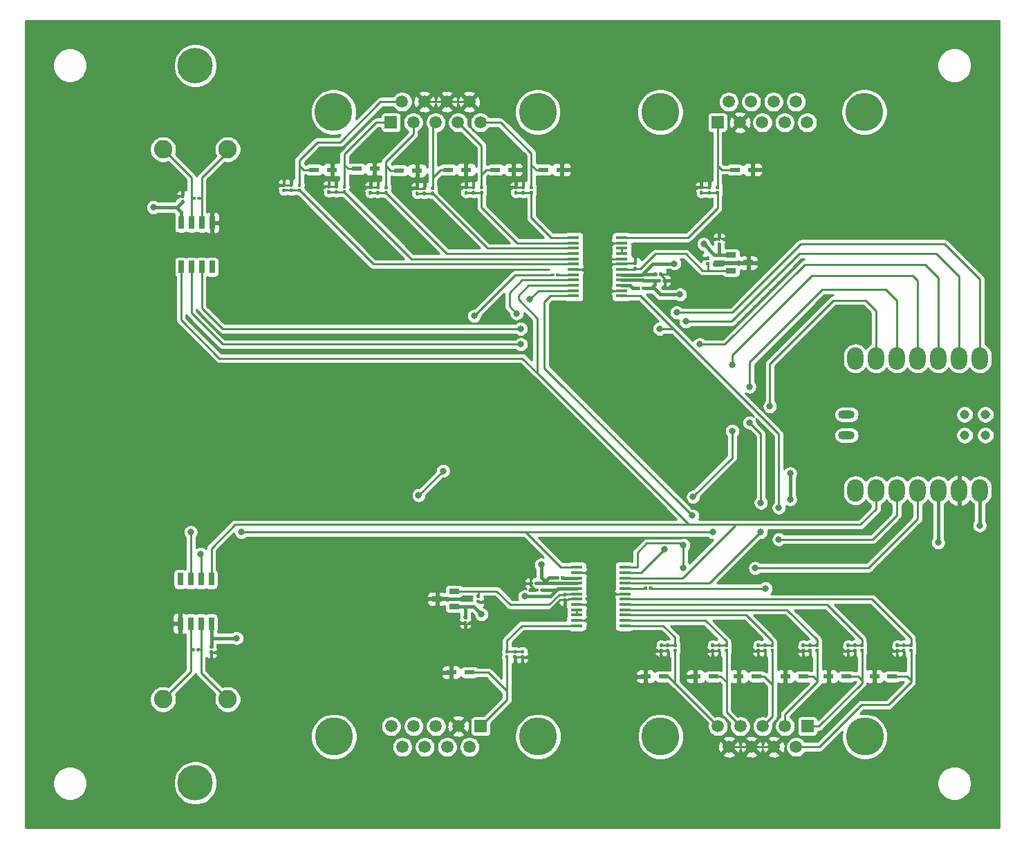
<source format=gbr>
G04 #@! TF.GenerationSoftware,KiCad,Pcbnew,(5.1.10)-1*
G04 #@! TF.CreationDate,2021-08-13T13:47:00+01:00*
G04 #@! TF.ProjectId,DataAqBoardV1.1,44617461-4171-4426-9f61-726456312e31,rev?*
G04 #@! TF.SameCoordinates,Original*
G04 #@! TF.FileFunction,Copper,L1,Top*
G04 #@! TF.FilePolarity,Positive*
%FSLAX46Y46*%
G04 Gerber Fmt 4.6, Leading zero omitted, Abs format (unit mm)*
G04 Created by KiCad (PCBNEW (5.1.10)-1) date 2021-08-13 13:47:00*
%MOMM*%
%LPD*%
G01*
G04 APERTURE LIST*
G04 #@! TA.AperFunction,SMDPad,CuDef*
%ADD10R,1.250000X0.650000*%
G04 #@! TD*
G04 #@! TA.AperFunction,SMDPad,CuDef*
%ADD11R,0.650000X1.525000*%
G04 #@! TD*
G04 #@! TA.AperFunction,SMDPad,CuDef*
%ADD12R,1.475000X0.450000*%
G04 #@! TD*
G04 #@! TA.AperFunction,ComponentPad*
%ADD13C,4.350000*%
G04 #@! TD*
G04 #@! TA.AperFunction,ComponentPad*
%ADD14C,2.250000*%
G04 #@! TD*
G04 #@! TA.AperFunction,ComponentPad*
%ADD15R,1.500000X1.500000*%
G04 #@! TD*
G04 #@! TA.AperFunction,ComponentPad*
%ADD16C,1.500000*%
G04 #@! TD*
G04 #@! TA.AperFunction,ComponentPad*
%ADD17C,4.650000*%
G04 #@! TD*
G04 #@! TA.AperFunction,SMDPad,CuDef*
%ADD18O,1.998980X2.748280*%
G04 #@! TD*
G04 #@! TA.AperFunction,SMDPad,CuDef*
%ADD19O,2.032000X1.016000*%
G04 #@! TD*
G04 #@! TA.AperFunction,SMDPad,CuDef*
%ADD20C,1.143000*%
G04 #@! TD*
G04 #@! TA.AperFunction,SMDPad,CuDef*
%ADD21R,1.250000X0.550000*%
G04 #@! TD*
G04 #@! TA.AperFunction,ViaPad*
%ADD22C,0.800000*%
G04 #@! TD*
G04 #@! TA.AperFunction,Conductor*
%ADD23C,0.250000*%
G04 #@! TD*
G04 #@! TA.AperFunction,Conductor*
%ADD24C,0.450000*%
G04 #@! TD*
G04 #@! TA.AperFunction,Conductor*
%ADD25C,0.254000*%
G04 #@! TD*
G04 #@! TA.AperFunction,Conductor*
%ADD26C,0.100000*%
G04 #@! TD*
G04 APERTURE END LIST*
G04 #@! TO.P,C1,1*
G04 #@! TO.N,GND*
G04 #@! TA.AperFunction,SMDPad,CuDef*
G36*
G01*
X165100000Y-77050000D02*
X165300000Y-77050000D01*
G75*
G02*
X165400000Y-77150000I0J-100000D01*
G01*
X165400000Y-77410000D01*
G75*
G02*
X165300000Y-77510000I-100000J0D01*
G01*
X165100000Y-77510000D01*
G75*
G02*
X165000000Y-77410000I0J100000D01*
G01*
X165000000Y-77150000D01*
G75*
G02*
X165100000Y-77050000I100000J0D01*
G01*
G37*
G04 #@! TD.AperFunction*
G04 #@! TO.P,C1,2*
G04 #@! TO.N,+5V*
G04 #@! TA.AperFunction,SMDPad,CuDef*
G36*
G01*
X165100000Y-77690000D02*
X165300000Y-77690000D01*
G75*
G02*
X165400000Y-77790000I0J-100000D01*
G01*
X165400000Y-78050000D01*
G75*
G02*
X165300000Y-78150000I-100000J0D01*
G01*
X165100000Y-78150000D01*
G75*
G02*
X165000000Y-78050000I0J100000D01*
G01*
X165000000Y-77790000D01*
G75*
G02*
X165100000Y-77690000I100000J0D01*
G01*
G37*
G04 #@! TD.AperFunction*
G04 #@! TD*
G04 #@! TO.P,C2,2*
G04 #@! TO.N,GND*
G04 #@! TA.AperFunction,SMDPad,CuDef*
G36*
G01*
X163900000Y-79910000D02*
X163700000Y-79910000D01*
G75*
G02*
X163600000Y-79810000I0J100000D01*
G01*
X163600000Y-79550000D01*
G75*
G02*
X163700000Y-79450000I100000J0D01*
G01*
X163900000Y-79450000D01*
G75*
G02*
X164000000Y-79550000I0J-100000D01*
G01*
X164000000Y-79810000D01*
G75*
G02*
X163900000Y-79910000I-100000J0D01*
G01*
G37*
G04 #@! TD.AperFunction*
G04 #@! TO.P,C2,1*
G04 #@! TO.N,Vref1*
G04 #@! TA.AperFunction,SMDPad,CuDef*
G36*
G01*
X163900000Y-80550000D02*
X163700000Y-80550000D01*
G75*
G02*
X163600000Y-80450000I0J100000D01*
G01*
X163600000Y-80190000D01*
G75*
G02*
X163700000Y-80090000I100000J0D01*
G01*
X163900000Y-80090000D01*
G75*
G02*
X164000000Y-80190000I0J-100000D01*
G01*
X164000000Y-80450000D01*
G75*
G02*
X163900000Y-80550000I-100000J0D01*
G01*
G37*
G04 #@! TD.AperFunction*
G04 #@! TD*
G04 #@! TO.P,C3,1*
G04 #@! TO.N,+3V3*
G04 #@! TA.AperFunction,SMDPad,CuDef*
G36*
G01*
X102900000Y-127050000D02*
X103100000Y-127050000D01*
G75*
G02*
X103200000Y-127150000I0J-100000D01*
G01*
X103200000Y-127410000D01*
G75*
G02*
X103100000Y-127510000I-100000J0D01*
G01*
X102900000Y-127510000D01*
G75*
G02*
X102800000Y-127410000I0J100000D01*
G01*
X102800000Y-127150000D01*
G75*
G02*
X102900000Y-127050000I100000J0D01*
G01*
G37*
G04 #@! TD.AperFunction*
G04 #@! TO.P,C3,2*
G04 #@! TO.N,GND*
G04 #@! TA.AperFunction,SMDPad,CuDef*
G36*
G01*
X102900000Y-127690000D02*
X103100000Y-127690000D01*
G75*
G02*
X103200000Y-127790000I0J-100000D01*
G01*
X103200000Y-128050000D01*
G75*
G02*
X103100000Y-128150000I-100000J0D01*
G01*
X102900000Y-128150000D01*
G75*
G02*
X102800000Y-128050000I0J100000D01*
G01*
X102800000Y-127790000D01*
G75*
G02*
X102900000Y-127690000I100000J0D01*
G01*
G37*
G04 #@! TD.AperFunction*
G04 #@! TD*
G04 #@! TO.P,C4,2*
G04 #@! TO.N,GND*
G04 #@! TA.AperFunction,SMDPad,CuDef*
G36*
G01*
X99600000Y-72310000D02*
X99400000Y-72310000D01*
G75*
G02*
X99300000Y-72210000I0J100000D01*
G01*
X99300000Y-71950000D01*
G75*
G02*
X99400000Y-71850000I100000J0D01*
G01*
X99600000Y-71850000D01*
G75*
G02*
X99700000Y-71950000I0J-100000D01*
G01*
X99700000Y-72210000D01*
G75*
G02*
X99600000Y-72310000I-100000J0D01*
G01*
G37*
G04 #@! TD.AperFunction*
G04 #@! TO.P,C4,1*
G04 #@! TO.N,+3V3*
G04 #@! TA.AperFunction,SMDPad,CuDef*
G36*
G01*
X99600000Y-72950000D02*
X99400000Y-72950000D01*
G75*
G02*
X99300000Y-72850000I0J100000D01*
G01*
X99300000Y-72590000D01*
G75*
G02*
X99400000Y-72490000I100000J0D01*
G01*
X99600000Y-72490000D01*
G75*
G02*
X99700000Y-72590000I0J-100000D01*
G01*
X99700000Y-72850000D01*
G75*
G02*
X99600000Y-72950000I-100000J0D01*
G01*
G37*
G04 #@! TD.AperFunction*
G04 #@! TD*
G04 #@! TO.P,C5,2*
G04 #@! TO.N,GND*
G04 #@! TA.AperFunction,SMDPad,CuDef*
G36*
G01*
X158290000Y-82500000D02*
X158290000Y-82300000D01*
G75*
G02*
X158390000Y-82200000I100000J0D01*
G01*
X158650000Y-82200000D01*
G75*
G02*
X158750000Y-82300000I0J-100000D01*
G01*
X158750000Y-82500000D01*
G75*
G02*
X158650000Y-82600000I-100000J0D01*
G01*
X158390000Y-82600000D01*
G75*
G02*
X158290000Y-82500000I0J100000D01*
G01*
G37*
G04 #@! TD.AperFunction*
G04 #@! TO.P,C5,1*
G04 #@! TO.N,+3V3*
G04 #@! TA.AperFunction,SMDPad,CuDef*
G36*
G01*
X157650000Y-82500000D02*
X157650000Y-82300000D01*
G75*
G02*
X157750000Y-82200000I100000J0D01*
G01*
X158010000Y-82200000D01*
G75*
G02*
X158110000Y-82300000I0J-100000D01*
G01*
X158110000Y-82500000D01*
G75*
G02*
X158010000Y-82600000I-100000J0D01*
G01*
X157750000Y-82600000D01*
G75*
G02*
X157650000Y-82500000I0J100000D01*
G01*
G37*
G04 #@! TD.AperFunction*
G04 #@! TD*
G04 #@! TO.P,C6,2*
G04 #@! TO.N,GND*
G04 #@! TA.AperFunction,SMDPad,CuDef*
G36*
G01*
X157790000Y-81700000D02*
X157790000Y-81500000D01*
G75*
G02*
X157890000Y-81400000I100000J0D01*
G01*
X158150000Y-81400000D01*
G75*
G02*
X158250000Y-81500000I0J-100000D01*
G01*
X158250000Y-81700000D01*
G75*
G02*
X158150000Y-81800000I-100000J0D01*
G01*
X157890000Y-81800000D01*
G75*
G02*
X157790000Y-81700000I0J100000D01*
G01*
G37*
G04 #@! TD.AperFunction*
G04 #@! TO.P,C6,1*
G04 #@! TO.N,+5V*
G04 #@! TA.AperFunction,SMDPad,CuDef*
G36*
G01*
X157150000Y-81700000D02*
X157150000Y-81500000D01*
G75*
G02*
X157250000Y-81400000I100000J0D01*
G01*
X157510000Y-81400000D01*
G75*
G02*
X157610000Y-81500000I0J-100000D01*
G01*
X157610000Y-81700000D01*
G75*
G02*
X157510000Y-81800000I-100000J0D01*
G01*
X157250000Y-81800000D01*
G75*
G02*
X157150000Y-81700000I0J100000D01*
G01*
G37*
G04 #@! TD.AperFunction*
G04 #@! TD*
G04 #@! TO.P,C7,1*
G04 #@! TO.N,Net-(C7-Pad1)*
G04 #@! TA.AperFunction,SMDPad,CuDef*
G36*
G01*
X163100000Y-71850000D02*
X162900000Y-71850000D01*
G75*
G02*
X162800000Y-71750000I0J100000D01*
G01*
X162800000Y-71490000D01*
G75*
G02*
X162900000Y-71390000I100000J0D01*
G01*
X163100000Y-71390000D01*
G75*
G02*
X163200000Y-71490000I0J-100000D01*
G01*
X163200000Y-71750000D01*
G75*
G02*
X163100000Y-71850000I-100000J0D01*
G01*
G37*
G04 #@! TD.AperFunction*
G04 #@! TO.P,C7,2*
G04 #@! TO.N,GND*
G04 #@! TA.AperFunction,SMDPad,CuDef*
G36*
G01*
X163100000Y-71210000D02*
X162900000Y-71210000D01*
G75*
G02*
X162800000Y-71110000I0J100000D01*
G01*
X162800000Y-70850000D01*
G75*
G02*
X162900000Y-70750000I100000J0D01*
G01*
X163100000Y-70750000D01*
G75*
G02*
X163200000Y-70850000I0J-100000D01*
G01*
X163200000Y-71110000D01*
G75*
G02*
X163100000Y-71210000I-100000J0D01*
G01*
G37*
G04 #@! TD.AperFunction*
G04 #@! TD*
G04 #@! TO.P,C8,1*
G04 #@! TO.N,ADC1.5*
G04 #@! TA.AperFunction,SMDPad,CuDef*
G36*
G01*
X117500000Y-71750000D02*
X117300000Y-71750000D01*
G75*
G02*
X117200000Y-71650000I0J100000D01*
G01*
X117200000Y-71390000D01*
G75*
G02*
X117300000Y-71290000I100000J0D01*
G01*
X117500000Y-71290000D01*
G75*
G02*
X117600000Y-71390000I0J-100000D01*
G01*
X117600000Y-71650000D01*
G75*
G02*
X117500000Y-71750000I-100000J0D01*
G01*
G37*
G04 #@! TD.AperFunction*
G04 #@! TO.P,C8,2*
G04 #@! TO.N,GND*
G04 #@! TA.AperFunction,SMDPad,CuDef*
G36*
G01*
X117500000Y-71110000D02*
X117300000Y-71110000D01*
G75*
G02*
X117200000Y-71010000I0J100000D01*
G01*
X117200000Y-70750000D01*
G75*
G02*
X117300000Y-70650000I100000J0D01*
G01*
X117500000Y-70650000D01*
G75*
G02*
X117600000Y-70750000I0J-100000D01*
G01*
X117600000Y-71010000D01*
G75*
G02*
X117500000Y-71110000I-100000J0D01*
G01*
G37*
G04 #@! TD.AperFunction*
G04 #@! TD*
G04 #@! TO.P,C9,2*
G04 #@! TO.N,GND*
G04 #@! TA.AperFunction,SMDPad,CuDef*
G36*
G01*
X122600000Y-71210000D02*
X122400000Y-71210000D01*
G75*
G02*
X122300000Y-71110000I0J100000D01*
G01*
X122300000Y-70850000D01*
G75*
G02*
X122400000Y-70750000I100000J0D01*
G01*
X122600000Y-70750000D01*
G75*
G02*
X122700000Y-70850000I0J-100000D01*
G01*
X122700000Y-71110000D01*
G75*
G02*
X122600000Y-71210000I-100000J0D01*
G01*
G37*
G04 #@! TD.AperFunction*
G04 #@! TO.P,C9,1*
G04 #@! TO.N,ADC1.4*
G04 #@! TA.AperFunction,SMDPad,CuDef*
G36*
G01*
X122600000Y-71850000D02*
X122400000Y-71850000D01*
G75*
G02*
X122300000Y-71750000I0J100000D01*
G01*
X122300000Y-71490000D01*
G75*
G02*
X122400000Y-71390000I100000J0D01*
G01*
X122600000Y-71390000D01*
G75*
G02*
X122700000Y-71490000I0J-100000D01*
G01*
X122700000Y-71750000D01*
G75*
G02*
X122600000Y-71850000I-100000J0D01*
G01*
G37*
G04 #@! TD.AperFunction*
G04 #@! TD*
G04 #@! TO.P,C10,1*
G04 #@! TO.N,ADC1.3*
G04 #@! TA.AperFunction,SMDPad,CuDef*
G36*
G01*
X128300000Y-71950000D02*
X128100000Y-71950000D01*
G75*
G02*
X128000000Y-71850000I0J100000D01*
G01*
X128000000Y-71590000D01*
G75*
G02*
X128100000Y-71490000I100000J0D01*
G01*
X128300000Y-71490000D01*
G75*
G02*
X128400000Y-71590000I0J-100000D01*
G01*
X128400000Y-71850000D01*
G75*
G02*
X128300000Y-71950000I-100000J0D01*
G01*
G37*
G04 #@! TD.AperFunction*
G04 #@! TO.P,C10,2*
G04 #@! TO.N,GND*
G04 #@! TA.AperFunction,SMDPad,CuDef*
G36*
G01*
X128300000Y-71310000D02*
X128100000Y-71310000D01*
G75*
G02*
X128000000Y-71210000I0J100000D01*
G01*
X128000000Y-70950000D01*
G75*
G02*
X128100000Y-70850000I100000J0D01*
G01*
X128300000Y-70850000D01*
G75*
G02*
X128400000Y-70950000I0J-100000D01*
G01*
X128400000Y-71210000D01*
G75*
G02*
X128300000Y-71310000I-100000J0D01*
G01*
G37*
G04 #@! TD.AperFunction*
G04 #@! TD*
G04 #@! TO.P,C11,2*
G04 #@! TO.N,GND*
G04 #@! TA.AperFunction,SMDPad,CuDef*
G36*
G01*
X134300000Y-71210000D02*
X134100000Y-71210000D01*
G75*
G02*
X134000000Y-71110000I0J100000D01*
G01*
X134000000Y-70850000D01*
G75*
G02*
X134100000Y-70750000I100000J0D01*
G01*
X134300000Y-70750000D01*
G75*
G02*
X134400000Y-70850000I0J-100000D01*
G01*
X134400000Y-71110000D01*
G75*
G02*
X134300000Y-71210000I-100000J0D01*
G01*
G37*
G04 #@! TD.AperFunction*
G04 #@! TO.P,C11,1*
G04 #@! TO.N,ADC1.2*
G04 #@! TA.AperFunction,SMDPad,CuDef*
G36*
G01*
X134300000Y-71850000D02*
X134100000Y-71850000D01*
G75*
G02*
X134000000Y-71750000I0J100000D01*
G01*
X134000000Y-71490000D01*
G75*
G02*
X134100000Y-71390000I100000J0D01*
G01*
X134300000Y-71390000D01*
G75*
G02*
X134400000Y-71490000I0J-100000D01*
G01*
X134400000Y-71750000D01*
G75*
G02*
X134300000Y-71850000I-100000J0D01*
G01*
G37*
G04 #@! TD.AperFunction*
G04 #@! TD*
G04 #@! TO.P,C12,1*
G04 #@! TO.N,ADC1.1*
G04 #@! TA.AperFunction,SMDPad,CuDef*
G36*
G01*
X140400000Y-71850000D02*
X140200000Y-71850000D01*
G75*
G02*
X140100000Y-71750000I0J100000D01*
G01*
X140100000Y-71490000D01*
G75*
G02*
X140200000Y-71390000I100000J0D01*
G01*
X140400000Y-71390000D01*
G75*
G02*
X140500000Y-71490000I0J-100000D01*
G01*
X140500000Y-71750000D01*
G75*
G02*
X140400000Y-71850000I-100000J0D01*
G01*
G37*
G04 #@! TD.AperFunction*
G04 #@! TO.P,C12,2*
G04 #@! TO.N,GND*
G04 #@! TA.AperFunction,SMDPad,CuDef*
G36*
G01*
X140400000Y-71210000D02*
X140200000Y-71210000D01*
G75*
G02*
X140100000Y-71110000I0J100000D01*
G01*
X140100000Y-70850000D01*
G75*
G02*
X140200000Y-70750000I100000J0D01*
G01*
X140400000Y-70750000D01*
G75*
G02*
X140500000Y-70850000I0J-100000D01*
G01*
X140500000Y-71110000D01*
G75*
G02*
X140400000Y-71210000I-100000J0D01*
G01*
G37*
G04 #@! TD.AperFunction*
G04 #@! TD*
G04 #@! TO.P,C13,2*
G04 #@! TO.N,GND*
G04 #@! TA.AperFunction,SMDPad,CuDef*
G36*
G01*
X112000000Y-70910000D02*
X111800000Y-70910000D01*
G75*
G02*
X111700000Y-70810000I0J100000D01*
G01*
X111700000Y-70550000D01*
G75*
G02*
X111800000Y-70450000I100000J0D01*
G01*
X112000000Y-70450000D01*
G75*
G02*
X112100000Y-70550000I0J-100000D01*
G01*
X112100000Y-70810000D01*
G75*
G02*
X112000000Y-70910000I-100000J0D01*
G01*
G37*
G04 #@! TD.AperFunction*
G04 #@! TO.P,C13,1*
G04 #@! TO.N,ADC1.6*
G04 #@! TA.AperFunction,SMDPad,CuDef*
G36*
G01*
X112000000Y-71550000D02*
X111800000Y-71550000D01*
G75*
G02*
X111700000Y-71450000I0J100000D01*
G01*
X111700000Y-71190000D01*
G75*
G02*
X111800000Y-71090000I100000J0D01*
G01*
X112000000Y-71090000D01*
G75*
G02*
X112100000Y-71190000I0J-100000D01*
G01*
X112100000Y-71450000D01*
G75*
G02*
X112000000Y-71550000I-100000J0D01*
G01*
G37*
G04 #@! TD.AperFunction*
G04 #@! TD*
G04 #@! TO.P,C14,1*
G04 #@! TO.N,+3V3*
G04 #@! TA.AperFunction,SMDPad,CuDef*
G36*
G01*
X143050000Y-119400000D02*
X143050000Y-119600000D01*
G75*
G02*
X142950000Y-119700000I-100000J0D01*
G01*
X142690000Y-119700000D01*
G75*
G02*
X142590000Y-119600000I0J100000D01*
G01*
X142590000Y-119400000D01*
G75*
G02*
X142690000Y-119300000I100000J0D01*
G01*
X142950000Y-119300000D01*
G75*
G02*
X143050000Y-119400000I0J-100000D01*
G01*
G37*
G04 #@! TD.AperFunction*
G04 #@! TO.P,C14,2*
G04 #@! TO.N,GND*
G04 #@! TA.AperFunction,SMDPad,CuDef*
G36*
G01*
X142410000Y-119400000D02*
X142410000Y-119600000D01*
G75*
G02*
X142310000Y-119700000I-100000J0D01*
G01*
X142050000Y-119700000D01*
G75*
G02*
X141950000Y-119600000I0J100000D01*
G01*
X141950000Y-119400000D01*
G75*
G02*
X142050000Y-119300000I100000J0D01*
G01*
X142310000Y-119300000D01*
G75*
G02*
X142410000Y-119400000I0J-100000D01*
G01*
G37*
G04 #@! TD.AperFunction*
G04 #@! TD*
G04 #@! TO.P,C15,1*
G04 #@! TO.N,+5V*
G04 #@! TA.AperFunction,SMDPad,CuDef*
G36*
G01*
X143750000Y-120200000D02*
X143750000Y-120400000D01*
G75*
G02*
X143650000Y-120500000I-100000J0D01*
G01*
X143390000Y-120500000D01*
G75*
G02*
X143290000Y-120400000I0J100000D01*
G01*
X143290000Y-120200000D01*
G75*
G02*
X143390000Y-120100000I100000J0D01*
G01*
X143650000Y-120100000D01*
G75*
G02*
X143750000Y-120200000I0J-100000D01*
G01*
G37*
G04 #@! TD.AperFunction*
G04 #@! TO.P,C15,2*
G04 #@! TO.N,GND*
G04 #@! TA.AperFunction,SMDPad,CuDef*
G36*
G01*
X143110000Y-120200000D02*
X143110000Y-120400000D01*
G75*
G02*
X143010000Y-120500000I-100000J0D01*
G01*
X142750000Y-120500000D01*
G75*
G02*
X142650000Y-120400000I0J100000D01*
G01*
X142650000Y-120200000D01*
G75*
G02*
X142750000Y-120100000I100000J0D01*
G01*
X143010000Y-120100000D01*
G75*
G02*
X143110000Y-120200000I0J-100000D01*
G01*
G37*
G04 #@! TD.AperFunction*
G04 #@! TD*
G04 #@! TO.P,C16,1*
G04 #@! TO.N,Net-(C16-Pad1)*
G04 #@! TA.AperFunction,SMDPad,CuDef*
G36*
G01*
X141000000Y-127650000D02*
X141200000Y-127650000D01*
G75*
G02*
X141300000Y-127750000I0J-100000D01*
G01*
X141300000Y-128010000D01*
G75*
G02*
X141200000Y-128110000I-100000J0D01*
G01*
X141000000Y-128110000D01*
G75*
G02*
X140900000Y-128010000I0J100000D01*
G01*
X140900000Y-127750000D01*
G75*
G02*
X141000000Y-127650000I100000J0D01*
G01*
G37*
G04 #@! TD.AperFunction*
G04 #@! TO.P,C16,2*
G04 #@! TO.N,GND*
G04 #@! TA.AperFunction,SMDPad,CuDef*
G36*
G01*
X141000000Y-128290000D02*
X141200000Y-128290000D01*
G75*
G02*
X141300000Y-128390000I0J-100000D01*
G01*
X141300000Y-128650000D01*
G75*
G02*
X141200000Y-128750000I-100000J0D01*
G01*
X141000000Y-128750000D01*
G75*
G02*
X140900000Y-128650000I0J100000D01*
G01*
X140900000Y-128390000D01*
G75*
G02*
X141000000Y-128290000I100000J0D01*
G01*
G37*
G04 #@! TD.AperFunction*
G04 #@! TD*
G04 #@! TO.P,C17,1*
G04 #@! TO.N,ADC2.5*
G04 #@! TA.AperFunction,SMDPad,CuDef*
G36*
G01*
X180900000Y-126850000D02*
X181100000Y-126850000D01*
G75*
G02*
X181200000Y-126950000I0J-100000D01*
G01*
X181200000Y-127210000D01*
G75*
G02*
X181100000Y-127310000I-100000J0D01*
G01*
X180900000Y-127310000D01*
G75*
G02*
X180800000Y-127210000I0J100000D01*
G01*
X180800000Y-126950000D01*
G75*
G02*
X180900000Y-126850000I100000J0D01*
G01*
G37*
G04 #@! TD.AperFunction*
G04 #@! TO.P,C17,2*
G04 #@! TO.N,GND*
G04 #@! TA.AperFunction,SMDPad,CuDef*
G36*
G01*
X180900000Y-127490000D02*
X181100000Y-127490000D01*
G75*
G02*
X181200000Y-127590000I0J-100000D01*
G01*
X181200000Y-127850000D01*
G75*
G02*
X181100000Y-127950000I-100000J0D01*
G01*
X180900000Y-127950000D01*
G75*
G02*
X180800000Y-127850000I0J100000D01*
G01*
X180800000Y-127590000D01*
G75*
G02*
X180900000Y-127490000I100000J0D01*
G01*
G37*
G04 #@! TD.AperFunction*
G04 #@! TD*
G04 #@! TO.P,C18,1*
G04 #@! TO.N,ADC2.4*
G04 #@! TA.AperFunction,SMDPad,CuDef*
G36*
G01*
X175400000Y-126850000D02*
X175600000Y-126850000D01*
G75*
G02*
X175700000Y-126950000I0J-100000D01*
G01*
X175700000Y-127210000D01*
G75*
G02*
X175600000Y-127310000I-100000J0D01*
G01*
X175400000Y-127310000D01*
G75*
G02*
X175300000Y-127210000I0J100000D01*
G01*
X175300000Y-126950000D01*
G75*
G02*
X175400000Y-126850000I100000J0D01*
G01*
G37*
G04 #@! TD.AperFunction*
G04 #@! TO.P,C18,2*
G04 #@! TO.N,GND*
G04 #@! TA.AperFunction,SMDPad,CuDef*
G36*
G01*
X175400000Y-127490000D02*
X175600000Y-127490000D01*
G75*
G02*
X175700000Y-127590000I0J-100000D01*
G01*
X175700000Y-127850000D01*
G75*
G02*
X175600000Y-127950000I-100000J0D01*
G01*
X175400000Y-127950000D01*
G75*
G02*
X175300000Y-127850000I0J100000D01*
G01*
X175300000Y-127590000D01*
G75*
G02*
X175400000Y-127490000I100000J0D01*
G01*
G37*
G04 #@! TD.AperFunction*
G04 #@! TD*
G04 #@! TO.P,C19,2*
G04 #@! TO.N,GND*
G04 #@! TA.AperFunction,SMDPad,CuDef*
G36*
G01*
X169900000Y-127490000D02*
X170100000Y-127490000D01*
G75*
G02*
X170200000Y-127590000I0J-100000D01*
G01*
X170200000Y-127850000D01*
G75*
G02*
X170100000Y-127950000I-100000J0D01*
G01*
X169900000Y-127950000D01*
G75*
G02*
X169800000Y-127850000I0J100000D01*
G01*
X169800000Y-127590000D01*
G75*
G02*
X169900000Y-127490000I100000J0D01*
G01*
G37*
G04 #@! TD.AperFunction*
G04 #@! TO.P,C19,1*
G04 #@! TO.N,ADC2.3*
G04 #@! TA.AperFunction,SMDPad,CuDef*
G36*
G01*
X169900000Y-126850000D02*
X170100000Y-126850000D01*
G75*
G02*
X170200000Y-126950000I0J-100000D01*
G01*
X170200000Y-127210000D01*
G75*
G02*
X170100000Y-127310000I-100000J0D01*
G01*
X169900000Y-127310000D01*
G75*
G02*
X169800000Y-127210000I0J100000D01*
G01*
X169800000Y-126950000D01*
G75*
G02*
X169900000Y-126850000I100000J0D01*
G01*
G37*
G04 #@! TD.AperFunction*
G04 #@! TD*
G04 #@! TO.P,C20,2*
G04 #@! TO.N,GND*
G04 #@! TA.AperFunction,SMDPad,CuDef*
G36*
G01*
X164300000Y-127490000D02*
X164500000Y-127490000D01*
G75*
G02*
X164600000Y-127590000I0J-100000D01*
G01*
X164600000Y-127850000D01*
G75*
G02*
X164500000Y-127950000I-100000J0D01*
G01*
X164300000Y-127950000D01*
G75*
G02*
X164200000Y-127850000I0J100000D01*
G01*
X164200000Y-127590000D01*
G75*
G02*
X164300000Y-127490000I100000J0D01*
G01*
G37*
G04 #@! TD.AperFunction*
G04 #@! TO.P,C20,1*
G04 #@! TO.N,ADC2.2*
G04 #@! TA.AperFunction,SMDPad,CuDef*
G36*
G01*
X164300000Y-126850000D02*
X164500000Y-126850000D01*
G75*
G02*
X164600000Y-126950000I0J-100000D01*
G01*
X164600000Y-127210000D01*
G75*
G02*
X164500000Y-127310000I-100000J0D01*
G01*
X164300000Y-127310000D01*
G75*
G02*
X164200000Y-127210000I0J100000D01*
G01*
X164200000Y-126950000D01*
G75*
G02*
X164300000Y-126850000I100000J0D01*
G01*
G37*
G04 #@! TD.AperFunction*
G04 #@! TD*
G04 #@! TO.P,C21,2*
G04 #@! TO.N,GND*
G04 #@! TA.AperFunction,SMDPad,CuDef*
G36*
G01*
X158000000Y-127490000D02*
X158200000Y-127490000D01*
G75*
G02*
X158300000Y-127590000I0J-100000D01*
G01*
X158300000Y-127850000D01*
G75*
G02*
X158200000Y-127950000I-100000J0D01*
G01*
X158000000Y-127950000D01*
G75*
G02*
X157900000Y-127850000I0J100000D01*
G01*
X157900000Y-127590000D01*
G75*
G02*
X158000000Y-127490000I100000J0D01*
G01*
G37*
G04 #@! TD.AperFunction*
G04 #@! TO.P,C21,1*
G04 #@! TO.N,ADC2.1*
G04 #@! TA.AperFunction,SMDPad,CuDef*
G36*
G01*
X158000000Y-126850000D02*
X158200000Y-126850000D01*
G75*
G02*
X158300000Y-126950000I0J-100000D01*
G01*
X158300000Y-127210000D01*
G75*
G02*
X158200000Y-127310000I-100000J0D01*
G01*
X158000000Y-127310000D01*
G75*
G02*
X157900000Y-127210000I0J100000D01*
G01*
X157900000Y-126950000D01*
G75*
G02*
X158000000Y-126850000I100000J0D01*
G01*
G37*
G04 #@! TD.AperFunction*
G04 #@! TD*
G04 #@! TO.P,C22,2*
G04 #@! TO.N,GND*
G04 #@! TA.AperFunction,SMDPad,CuDef*
G36*
G01*
X186900000Y-127490000D02*
X187100000Y-127490000D01*
G75*
G02*
X187200000Y-127590000I0J-100000D01*
G01*
X187200000Y-127850000D01*
G75*
G02*
X187100000Y-127950000I-100000J0D01*
G01*
X186900000Y-127950000D01*
G75*
G02*
X186800000Y-127850000I0J100000D01*
G01*
X186800000Y-127590000D01*
G75*
G02*
X186900000Y-127490000I100000J0D01*
G01*
G37*
G04 #@! TD.AperFunction*
G04 #@! TO.P,C22,1*
G04 #@! TO.N,ADC2.6*
G04 #@! TA.AperFunction,SMDPad,CuDef*
G36*
G01*
X186900000Y-126850000D02*
X187100000Y-126850000D01*
G75*
G02*
X187200000Y-126950000I0J-100000D01*
G01*
X187200000Y-127210000D01*
G75*
G02*
X187100000Y-127310000I-100000J0D01*
G01*
X186900000Y-127310000D01*
G75*
G02*
X186800000Y-127210000I0J100000D01*
G01*
X186800000Y-126950000D01*
G75*
G02*
X186900000Y-126850000I100000J0D01*
G01*
G37*
G04 #@! TD.AperFunction*
G04 #@! TD*
D10*
G04 #@! TO.P,IC1,1*
G04 #@! TO.N,+5V*
X166650000Y-79240000D03*
G04 #@! TO.P,IC1,2*
G04 #@! TO.N,Vref1*
X166650000Y-81160000D03*
G04 #@! TO.P,IC1,3*
G04 #@! TO.N,GND*
X168750000Y-80200000D03*
G04 #@! TD*
D11*
G04 #@! TO.P,IC2,1*
G04 #@! TO.N,GND*
X99195000Y-124412000D03*
G04 #@! TO.P,IC2,2*
G04 #@! TO.N,Net-(C25-Pad1)*
X100465000Y-124412000D03*
G04 #@! TO.P,IC2,3*
G04 #@! TO.N,Net-(C25-Pad2)*
X101735000Y-124412000D03*
G04 #@! TO.P,IC2,4*
G04 #@! TO.N,+3V3*
X103005000Y-124412000D03*
G04 #@! TO.P,IC2,5*
G04 #@! TO.N,SCK*
X103005000Y-118988000D03*
G04 #@! TO.P,IC2,6*
G04 #@! TO.N,CS4*
X101735000Y-118988000D03*
G04 #@! TO.P,IC2,7*
G04 #@! TO.N,MISO*
X100465000Y-118988000D03*
G04 #@! TO.P,IC2,8*
G04 #@! TO.N,Net-(IC2-Pad8)*
X99195000Y-118988000D03*
G04 #@! TD*
G04 #@! TO.P,IC3,8*
G04 #@! TO.N,Net-(IC3-Pad8)*
X103105000Y-80712000D03*
G04 #@! TO.P,IC3,7*
G04 #@! TO.N,MISO*
X101835000Y-80712000D03*
G04 #@! TO.P,IC3,6*
G04 #@! TO.N,CS2*
X100565000Y-80712000D03*
G04 #@! TO.P,IC3,5*
G04 #@! TO.N,SCK*
X99295000Y-80712000D03*
G04 #@! TO.P,IC3,4*
G04 #@! TO.N,+3V3*
X99295000Y-75288000D03*
G04 #@! TO.P,IC3,3*
G04 #@! TO.N,Net-(C26-Pad2)*
X100565000Y-75288000D03*
G04 #@! TO.P,IC3,2*
G04 #@! TO.N,Net-(C26-Pad1)*
X101835000Y-75288000D03*
G04 #@! TO.P,IC3,1*
G04 #@! TO.N,GND*
X103105000Y-75288000D03*
G04 #@! TD*
D12*
G04 #@! TO.P,IC4,24*
G04 #@! TO.N,Net-(C7-Pad1)*
X153238000Y-77125000D03*
G04 #@! TO.P,IC4,23*
G04 #@! TO.N,GND*
X153238000Y-77775000D03*
G04 #@! TO.P,IC4,22*
G04 #@! TO.N,Net-(IC4-Pad21)*
X153238000Y-78425000D03*
G04 #@! TO.P,IC4,21*
X153238000Y-79075000D03*
G04 #@! TO.P,IC4,20*
G04 #@! TO.N,GND*
X153238000Y-79725000D03*
G04 #@! TO.P,IC4,19*
X153238000Y-80375000D03*
G04 #@! TO.P,IC4,18*
G04 #@! TO.N,Vref1*
X153238000Y-81025000D03*
G04 #@! TO.P,IC4,17*
G04 #@! TO.N,+5V*
X153238000Y-81675000D03*
G04 #@! TO.P,IC4,16*
G04 #@! TO.N,+3V3*
X153238000Y-82325000D03*
G04 #@! TO.P,IC4,15*
G04 #@! TO.N,Net-(IC4-Pad15)*
X153238000Y-82975000D03*
G04 #@! TO.P,IC4,14*
G04 #@! TO.N,GND*
X153238000Y-83625000D03*
G04 #@! TO.P,IC4,13*
G04 #@! TO.N,MISO*
X153238000Y-84275000D03*
G04 #@! TO.P,IC4,12*
G04 #@! TO.N,MOSI*
X147362000Y-84275000D03*
G04 #@! TO.P,IC4,11*
G04 #@! TO.N,CS1*
X147362000Y-83625000D03*
G04 #@! TO.P,IC4,10*
G04 #@! TO.N,SCK*
X147362000Y-82975000D03*
G04 #@! TO.P,IC4,9*
G04 #@! TO.N,EOC1*
X147362000Y-82325000D03*
G04 #@! TO.P,IC4,8*
G04 #@! TO.N,Net-(IC4-Pad8)*
X147362000Y-81675000D03*
G04 #@! TO.P,IC4,7*
G04 #@! TO.N,GND*
X147362000Y-81025000D03*
G04 #@! TO.P,IC4,6*
G04 #@! TO.N,ADC1.6*
X147362000Y-80375000D03*
G04 #@! TO.P,IC4,5*
G04 #@! TO.N,ADC1.5*
X147362000Y-79725000D03*
G04 #@! TO.P,IC4,4*
G04 #@! TO.N,ADC1.4*
X147362000Y-79075000D03*
G04 #@! TO.P,IC4,3*
G04 #@! TO.N,ADC1.3*
X147362000Y-78425000D03*
G04 #@! TO.P,IC4,2*
G04 #@! TO.N,ADC1.2*
X147362000Y-77775000D03*
G04 #@! TO.P,IC4,1*
G04 #@! TO.N,ADC1.1*
X147362000Y-77125000D03*
G04 #@! TD*
G04 #@! TO.P,IC5,1*
G04 #@! TO.N,ADC2.1*
X153638000Y-124675000D03*
G04 #@! TO.P,IC5,2*
G04 #@! TO.N,ADC2.2*
X153638000Y-124025000D03*
G04 #@! TO.P,IC5,3*
G04 #@! TO.N,ADC2.3*
X153638000Y-123375000D03*
G04 #@! TO.P,IC5,4*
G04 #@! TO.N,ADC2.4*
X153638000Y-122725000D03*
G04 #@! TO.P,IC5,5*
G04 #@! TO.N,ADC2.5*
X153638000Y-122075000D03*
G04 #@! TO.P,IC5,6*
G04 #@! TO.N,ADC2.6*
X153638000Y-121425000D03*
G04 #@! TO.P,IC5,7*
G04 #@! TO.N,GND*
X153638000Y-120775000D03*
G04 #@! TO.P,IC5,8*
G04 #@! TO.N,Net-(IC5-Pad8)*
X153638000Y-120125000D03*
G04 #@! TO.P,IC5,9*
G04 #@! TO.N,EOC2*
X153638000Y-119475000D03*
G04 #@! TO.P,IC5,10*
G04 #@! TO.N,SCK*
X153638000Y-118825000D03*
G04 #@! TO.P,IC5,11*
G04 #@! TO.N,CS3*
X153638000Y-118175000D03*
G04 #@! TO.P,IC5,12*
G04 #@! TO.N,MOSI*
X153638000Y-117525000D03*
G04 #@! TO.P,IC5,13*
G04 #@! TO.N,MISO*
X147762000Y-117525000D03*
G04 #@! TO.P,IC5,14*
G04 #@! TO.N,GND*
X147762000Y-118175000D03*
G04 #@! TO.P,IC5,15*
G04 #@! TO.N,Net-(IC5-Pad15)*
X147762000Y-118825000D03*
G04 #@! TO.P,IC5,16*
G04 #@! TO.N,+3V3*
X147762000Y-119475000D03*
G04 #@! TO.P,IC5,17*
G04 #@! TO.N,+5V*
X147762000Y-120125000D03*
G04 #@! TO.P,IC5,18*
G04 #@! TO.N,Vref2*
X147762000Y-120775000D03*
G04 #@! TO.P,IC5,19*
G04 #@! TO.N,GND*
X147762000Y-121425000D03*
G04 #@! TO.P,IC5,20*
X147762000Y-122075000D03*
G04 #@! TO.P,IC5,21*
G04 #@! TO.N,Net-(IC5-Pad21)*
X147762000Y-122725000D03*
G04 #@! TO.P,IC5,22*
X147762000Y-123375000D03*
G04 #@! TO.P,IC5,23*
G04 #@! TO.N,GND*
X147762000Y-124025000D03*
G04 #@! TO.P,IC5,24*
G04 #@! TO.N,Net-(C16-Pad1)*
X147762000Y-124675000D03*
G04 #@! TD*
D13*
G04 #@! TO.P,J1,MH1*
G04 #@! TO.N,Net-(J1-PadMH1)*
X101050000Y-143950000D03*
D14*
G04 #@! TO.P,J1,2*
G04 #@! TO.N,Net-(C25-Pad2)*
X105000000Y-133700000D03*
G04 #@! TO.P,J1,1*
G04 #@! TO.N,Net-(C25-Pad1)*
X97100000Y-133700000D03*
G04 #@! TD*
G04 #@! TO.P,J2,1*
G04 #@! TO.N,Net-(C26-Pad1)*
X105000000Y-66300000D03*
G04 #@! TO.P,J2,2*
G04 #@! TO.N,Net-(C26-Pad2)*
X97100000Y-66300000D03*
D13*
G04 #@! TO.P,J2,MH1*
G04 #@! TO.N,Net-(J2-PadMH1)*
X101050000Y-56050000D03*
G04 #@! TD*
D15*
G04 #@! TO.P,J3,1*
G04 #@! TO.N,Net-(D1-Pad2)*
X165000000Y-63000000D03*
D16*
G04 #@! TO.P,J3,2*
G04 #@! TO.N,GND*
X167740000Y-63000000D03*
G04 #@! TO.P,J3,3*
G04 #@! TO.N,Net-(J3-Pad3)*
X170480000Y-63000000D03*
G04 #@! TO.P,J3,4*
G04 #@! TO.N,Net-(J3-Pad4)*
X173220000Y-63000000D03*
G04 #@! TO.P,J3,5*
G04 #@! TO.N,Net-(J3-Pad5)*
X175960000Y-63000000D03*
G04 #@! TO.P,J3,6*
G04 #@! TO.N,Net-(J3-Pad6)*
X166370000Y-60460000D03*
G04 #@! TO.P,J3,7*
G04 #@! TO.N,Net-(J3-Pad7)*
X169110000Y-60460000D03*
G04 #@! TO.P,J3,8*
G04 #@! TO.N,Net-(J3-Pad8)*
X171850000Y-60460000D03*
G04 #@! TO.P,J3,9*
G04 #@! TO.N,Net-(J3-Pad9)*
X174590000Y-60460000D03*
D17*
G04 #@! TO.P,J3,MH1*
G04 #@! TO.N,Net-(J3-PadMH1)*
X157980000Y-61730000D03*
G04 #@! TO.P,J3,MH2*
G04 #@! TO.N,Net-(J3-PadMH2)*
X182980000Y-61730000D03*
G04 #@! TD*
G04 #@! TO.P,J4,MH2*
G04 #@! TO.N,Net-(J4-PadMH2)*
X142980000Y-61730000D03*
G04 #@! TO.P,J4,MH1*
G04 #@! TO.N,Net-(J4-PadMH1)*
X117980000Y-61730000D03*
D16*
G04 #@! TO.P,J4,9*
G04 #@! TO.N,GND*
X134590000Y-60460000D03*
G04 #@! TO.P,J4,8*
X131850000Y-60460000D03*
G04 #@! TO.P,J4,7*
X129110000Y-60460000D03*
G04 #@! TO.P,J4,6*
G04 #@! TO.N,Net-(D7-Pad2)*
X126370000Y-60460000D03*
G04 #@! TO.P,J4,5*
G04 #@! TO.N,Net-(D6-Pad2)*
X135960000Y-63000000D03*
G04 #@! TO.P,J4,4*
G04 #@! TO.N,Net-(D5-Pad2)*
X133220000Y-63000000D03*
G04 #@! TO.P,J4,3*
G04 #@! TO.N,Net-(D4-Pad2)*
X130480000Y-63000000D03*
G04 #@! TO.P,J4,2*
G04 #@! TO.N,Net-(D3-Pad2)*
X127740000Y-63000000D03*
D15*
G04 #@! TO.P,J4,1*
G04 #@! TO.N,Net-(D2-Pad2)*
X125000000Y-63000000D03*
G04 #@! TD*
G04 #@! TO.P,J5,1*
G04 #@! TO.N,Net-(D8-Pad2)*
X136000000Y-137000000D03*
D16*
G04 #@! TO.P,J5,2*
G04 #@! TO.N,GND*
X133260000Y-137000000D03*
G04 #@! TO.P,J5,3*
G04 #@! TO.N,Net-(J5-Pad3)*
X130520000Y-137000000D03*
G04 #@! TO.P,J5,4*
G04 #@! TO.N,Net-(J5-Pad4)*
X127780000Y-137000000D03*
G04 #@! TO.P,J5,5*
G04 #@! TO.N,Net-(J5-Pad5)*
X125040000Y-137000000D03*
G04 #@! TO.P,J5,6*
G04 #@! TO.N,Net-(J5-Pad6)*
X134630000Y-139540000D03*
G04 #@! TO.P,J5,7*
G04 #@! TO.N,Net-(J5-Pad7)*
X131890000Y-139540000D03*
G04 #@! TO.P,J5,8*
G04 #@! TO.N,Net-(J5-Pad8)*
X129150000Y-139540000D03*
G04 #@! TO.P,J5,9*
G04 #@! TO.N,Net-(J5-Pad9)*
X126410000Y-139540000D03*
D17*
G04 #@! TO.P,J5,MH1*
G04 #@! TO.N,Net-(J5-PadMH1)*
X143020000Y-138270000D03*
G04 #@! TO.P,J5,MH2*
G04 #@! TO.N,Net-(J5-PadMH2)*
X118020000Y-138270000D03*
G04 #@! TD*
G04 #@! TO.P,J6,MH2*
G04 #@! TO.N,Net-(J6-PadMH2)*
X158020000Y-138270000D03*
G04 #@! TO.P,J6,MH1*
G04 #@! TO.N,Net-(J6-PadMH1)*
X183020000Y-138270000D03*
D16*
G04 #@! TO.P,J6,9*
G04 #@! TO.N,GND*
X166410000Y-139540000D03*
G04 #@! TO.P,J6,8*
X169150000Y-139540000D03*
G04 #@! TO.P,J6,7*
X171890000Y-139540000D03*
G04 #@! TO.P,J6,6*
G04 #@! TO.N,Net-(D14-Pad2)*
X174630000Y-139540000D03*
G04 #@! TO.P,J6,5*
G04 #@! TO.N,Net-(D13-Pad2)*
X165040000Y-137000000D03*
G04 #@! TO.P,J6,4*
G04 #@! TO.N,Net-(D12-Pad2)*
X167780000Y-137000000D03*
G04 #@! TO.P,J6,3*
G04 #@! TO.N,Net-(D11-Pad2)*
X170520000Y-137000000D03*
G04 #@! TO.P,J6,2*
G04 #@! TO.N,Net-(D10-Pad2)*
X173260000Y-137000000D03*
D15*
G04 #@! TO.P,J6,1*
G04 #@! TO.N,Net-(D9-Pad2)*
X176000000Y-137000000D03*
G04 #@! TD*
G04 #@! TO.P,R1,1*
G04 #@! TO.N,Net-(IC4-Pad15)*
G04 #@! TA.AperFunction,SMDPad,CuDef*
G36*
G01*
X155050000Y-83400000D02*
X155050000Y-83200000D01*
G75*
G02*
X155150000Y-83100000I100000J0D01*
G01*
X155410000Y-83100000D01*
G75*
G02*
X155510000Y-83200000I0J-100000D01*
G01*
X155510000Y-83400000D01*
G75*
G02*
X155410000Y-83500000I-100000J0D01*
G01*
X155150000Y-83500000D01*
G75*
G02*
X155050000Y-83400000I0J100000D01*
G01*
G37*
G04 #@! TD.AperFunction*
G04 #@! TO.P,R1,2*
G04 #@! TO.N,+3V3*
G04 #@! TA.AperFunction,SMDPad,CuDef*
G36*
G01*
X155690000Y-83400000D02*
X155690000Y-83200000D01*
G75*
G02*
X155790000Y-83100000I100000J0D01*
G01*
X156050000Y-83100000D01*
G75*
G02*
X156150000Y-83200000I0J-100000D01*
G01*
X156150000Y-83400000D01*
G75*
G02*
X156050000Y-83500000I-100000J0D01*
G01*
X155790000Y-83500000D01*
G75*
G02*
X155690000Y-83400000I0J100000D01*
G01*
G37*
G04 #@! TD.AperFunction*
G04 #@! TD*
G04 #@! TO.P,R2,2*
G04 #@! TO.N,GND*
G04 #@! TA.AperFunction,SMDPad,CuDef*
G36*
G01*
X164100000Y-71210000D02*
X163900000Y-71210000D01*
G75*
G02*
X163800000Y-71110000I0J100000D01*
G01*
X163800000Y-70850000D01*
G75*
G02*
X163900000Y-70750000I100000J0D01*
G01*
X164100000Y-70750000D01*
G75*
G02*
X164200000Y-70850000I0J-100000D01*
G01*
X164200000Y-71110000D01*
G75*
G02*
X164100000Y-71210000I-100000J0D01*
G01*
G37*
G04 #@! TD.AperFunction*
G04 #@! TO.P,R2,1*
G04 #@! TO.N,Net-(C7-Pad1)*
G04 #@! TA.AperFunction,SMDPad,CuDef*
G36*
G01*
X164100000Y-71850000D02*
X163900000Y-71850000D01*
G75*
G02*
X163800000Y-71750000I0J100000D01*
G01*
X163800000Y-71490000D01*
G75*
G02*
X163900000Y-71390000I100000J0D01*
G01*
X164100000Y-71390000D01*
G75*
G02*
X164200000Y-71490000I0J-100000D01*
G01*
X164200000Y-71750000D01*
G75*
G02*
X164100000Y-71850000I-100000J0D01*
G01*
G37*
G04 #@! TD.AperFunction*
G04 #@! TD*
G04 #@! TO.P,R3,2*
G04 #@! TO.N,Net-(C7-Pad1)*
G04 #@! TA.AperFunction,SMDPad,CuDef*
G36*
G01*
X164900000Y-71390000D02*
X165100000Y-71390000D01*
G75*
G02*
X165200000Y-71490000I0J-100000D01*
G01*
X165200000Y-71750000D01*
G75*
G02*
X165100000Y-71850000I-100000J0D01*
G01*
X164900000Y-71850000D01*
G75*
G02*
X164800000Y-71750000I0J100000D01*
G01*
X164800000Y-71490000D01*
G75*
G02*
X164900000Y-71390000I100000J0D01*
G01*
G37*
G04 #@! TD.AperFunction*
G04 #@! TO.P,R3,1*
G04 #@! TO.N,Net-(D1-Pad2)*
G04 #@! TA.AperFunction,SMDPad,CuDef*
G36*
G01*
X164900000Y-70750000D02*
X165100000Y-70750000D01*
G75*
G02*
X165200000Y-70850000I0J-100000D01*
G01*
X165200000Y-71110000D01*
G75*
G02*
X165100000Y-71210000I-100000J0D01*
G01*
X164900000Y-71210000D01*
G75*
G02*
X164800000Y-71110000I0J100000D01*
G01*
X164800000Y-70850000D01*
G75*
G02*
X164900000Y-70750000I100000J0D01*
G01*
G37*
G04 #@! TD.AperFunction*
G04 #@! TD*
G04 #@! TO.P,R4,2*
G04 #@! TO.N,ADC1.5*
G04 #@! TA.AperFunction,SMDPad,CuDef*
G36*
G01*
X119200000Y-71290000D02*
X119400000Y-71290000D01*
G75*
G02*
X119500000Y-71390000I0J-100000D01*
G01*
X119500000Y-71650000D01*
G75*
G02*
X119400000Y-71750000I-100000J0D01*
G01*
X119200000Y-71750000D01*
G75*
G02*
X119100000Y-71650000I0J100000D01*
G01*
X119100000Y-71390000D01*
G75*
G02*
X119200000Y-71290000I100000J0D01*
G01*
G37*
G04 #@! TD.AperFunction*
G04 #@! TO.P,R4,1*
G04 #@! TO.N,Net-(D2-Pad2)*
G04 #@! TA.AperFunction,SMDPad,CuDef*
G36*
G01*
X119200000Y-70650000D02*
X119400000Y-70650000D01*
G75*
G02*
X119500000Y-70750000I0J-100000D01*
G01*
X119500000Y-71010000D01*
G75*
G02*
X119400000Y-71110000I-100000J0D01*
G01*
X119200000Y-71110000D01*
G75*
G02*
X119100000Y-71010000I0J100000D01*
G01*
X119100000Y-70750000D01*
G75*
G02*
X119200000Y-70650000I100000J0D01*
G01*
G37*
G04 #@! TD.AperFunction*
G04 #@! TD*
G04 #@! TO.P,R5,1*
G04 #@! TO.N,ADC1.5*
G04 #@! TA.AperFunction,SMDPad,CuDef*
G36*
G01*
X118400000Y-71750000D02*
X118200000Y-71750000D01*
G75*
G02*
X118100000Y-71650000I0J100000D01*
G01*
X118100000Y-71390000D01*
G75*
G02*
X118200000Y-71290000I100000J0D01*
G01*
X118400000Y-71290000D01*
G75*
G02*
X118500000Y-71390000I0J-100000D01*
G01*
X118500000Y-71650000D01*
G75*
G02*
X118400000Y-71750000I-100000J0D01*
G01*
G37*
G04 #@! TD.AperFunction*
G04 #@! TO.P,R5,2*
G04 #@! TO.N,GND*
G04 #@! TA.AperFunction,SMDPad,CuDef*
G36*
G01*
X118400000Y-71110000D02*
X118200000Y-71110000D01*
G75*
G02*
X118100000Y-71010000I0J100000D01*
G01*
X118100000Y-70750000D01*
G75*
G02*
X118200000Y-70650000I100000J0D01*
G01*
X118400000Y-70650000D01*
G75*
G02*
X118500000Y-70750000I0J-100000D01*
G01*
X118500000Y-71010000D01*
G75*
G02*
X118400000Y-71110000I-100000J0D01*
G01*
G37*
G04 #@! TD.AperFunction*
G04 #@! TD*
G04 #@! TO.P,R6,1*
G04 #@! TO.N,Net-(D3-Pad2)*
G04 #@! TA.AperFunction,SMDPad,CuDef*
G36*
G01*
X124300000Y-70750000D02*
X124500000Y-70750000D01*
G75*
G02*
X124600000Y-70850000I0J-100000D01*
G01*
X124600000Y-71110000D01*
G75*
G02*
X124500000Y-71210000I-100000J0D01*
G01*
X124300000Y-71210000D01*
G75*
G02*
X124200000Y-71110000I0J100000D01*
G01*
X124200000Y-70850000D01*
G75*
G02*
X124300000Y-70750000I100000J0D01*
G01*
G37*
G04 #@! TD.AperFunction*
G04 #@! TO.P,R6,2*
G04 #@! TO.N,ADC1.4*
G04 #@! TA.AperFunction,SMDPad,CuDef*
G36*
G01*
X124300000Y-71390000D02*
X124500000Y-71390000D01*
G75*
G02*
X124600000Y-71490000I0J-100000D01*
G01*
X124600000Y-71750000D01*
G75*
G02*
X124500000Y-71850000I-100000J0D01*
G01*
X124300000Y-71850000D01*
G75*
G02*
X124200000Y-71750000I0J100000D01*
G01*
X124200000Y-71490000D01*
G75*
G02*
X124300000Y-71390000I100000J0D01*
G01*
G37*
G04 #@! TD.AperFunction*
G04 #@! TD*
G04 #@! TO.P,R7,1*
G04 #@! TO.N,ADC1.4*
G04 #@! TA.AperFunction,SMDPad,CuDef*
G36*
G01*
X123500000Y-71850000D02*
X123300000Y-71850000D01*
G75*
G02*
X123200000Y-71750000I0J100000D01*
G01*
X123200000Y-71490000D01*
G75*
G02*
X123300000Y-71390000I100000J0D01*
G01*
X123500000Y-71390000D01*
G75*
G02*
X123600000Y-71490000I0J-100000D01*
G01*
X123600000Y-71750000D01*
G75*
G02*
X123500000Y-71850000I-100000J0D01*
G01*
G37*
G04 #@! TD.AperFunction*
G04 #@! TO.P,R7,2*
G04 #@! TO.N,GND*
G04 #@! TA.AperFunction,SMDPad,CuDef*
G36*
G01*
X123500000Y-71210000D02*
X123300000Y-71210000D01*
G75*
G02*
X123200000Y-71110000I0J100000D01*
G01*
X123200000Y-70850000D01*
G75*
G02*
X123300000Y-70750000I100000J0D01*
G01*
X123500000Y-70750000D01*
G75*
G02*
X123600000Y-70850000I0J-100000D01*
G01*
X123600000Y-71110000D01*
G75*
G02*
X123500000Y-71210000I-100000J0D01*
G01*
G37*
G04 #@! TD.AperFunction*
G04 #@! TD*
G04 #@! TO.P,R8,1*
G04 #@! TO.N,Net-(D4-Pad2)*
G04 #@! TA.AperFunction,SMDPad,CuDef*
G36*
G01*
X130000000Y-70850000D02*
X130200000Y-70850000D01*
G75*
G02*
X130300000Y-70950000I0J-100000D01*
G01*
X130300000Y-71210000D01*
G75*
G02*
X130200000Y-71310000I-100000J0D01*
G01*
X130000000Y-71310000D01*
G75*
G02*
X129900000Y-71210000I0J100000D01*
G01*
X129900000Y-70950000D01*
G75*
G02*
X130000000Y-70850000I100000J0D01*
G01*
G37*
G04 #@! TD.AperFunction*
G04 #@! TO.P,R8,2*
G04 #@! TO.N,ADC1.3*
G04 #@! TA.AperFunction,SMDPad,CuDef*
G36*
G01*
X130000000Y-71490000D02*
X130200000Y-71490000D01*
G75*
G02*
X130300000Y-71590000I0J-100000D01*
G01*
X130300000Y-71850000D01*
G75*
G02*
X130200000Y-71950000I-100000J0D01*
G01*
X130000000Y-71950000D01*
G75*
G02*
X129900000Y-71850000I0J100000D01*
G01*
X129900000Y-71590000D01*
G75*
G02*
X130000000Y-71490000I100000J0D01*
G01*
G37*
G04 #@! TD.AperFunction*
G04 #@! TD*
G04 #@! TO.P,R9,2*
G04 #@! TO.N,GND*
G04 #@! TA.AperFunction,SMDPad,CuDef*
G36*
G01*
X129200000Y-71310000D02*
X129000000Y-71310000D01*
G75*
G02*
X128900000Y-71210000I0J100000D01*
G01*
X128900000Y-70950000D01*
G75*
G02*
X129000000Y-70850000I100000J0D01*
G01*
X129200000Y-70850000D01*
G75*
G02*
X129300000Y-70950000I0J-100000D01*
G01*
X129300000Y-71210000D01*
G75*
G02*
X129200000Y-71310000I-100000J0D01*
G01*
G37*
G04 #@! TD.AperFunction*
G04 #@! TO.P,R9,1*
G04 #@! TO.N,ADC1.3*
G04 #@! TA.AperFunction,SMDPad,CuDef*
G36*
G01*
X129200000Y-71950000D02*
X129000000Y-71950000D01*
G75*
G02*
X128900000Y-71850000I0J100000D01*
G01*
X128900000Y-71590000D01*
G75*
G02*
X129000000Y-71490000I100000J0D01*
G01*
X129200000Y-71490000D01*
G75*
G02*
X129300000Y-71590000I0J-100000D01*
G01*
X129300000Y-71850000D01*
G75*
G02*
X129200000Y-71950000I-100000J0D01*
G01*
G37*
G04 #@! TD.AperFunction*
G04 #@! TD*
G04 #@! TO.P,R10,1*
G04 #@! TO.N,Net-(D5-Pad2)*
G04 #@! TA.AperFunction,SMDPad,CuDef*
G36*
G01*
X136000000Y-70750000D02*
X136200000Y-70750000D01*
G75*
G02*
X136300000Y-70850000I0J-100000D01*
G01*
X136300000Y-71110000D01*
G75*
G02*
X136200000Y-71210000I-100000J0D01*
G01*
X136000000Y-71210000D01*
G75*
G02*
X135900000Y-71110000I0J100000D01*
G01*
X135900000Y-70850000D01*
G75*
G02*
X136000000Y-70750000I100000J0D01*
G01*
G37*
G04 #@! TD.AperFunction*
G04 #@! TO.P,R10,2*
G04 #@! TO.N,ADC1.2*
G04 #@! TA.AperFunction,SMDPad,CuDef*
G36*
G01*
X136000000Y-71390000D02*
X136200000Y-71390000D01*
G75*
G02*
X136300000Y-71490000I0J-100000D01*
G01*
X136300000Y-71750000D01*
G75*
G02*
X136200000Y-71850000I-100000J0D01*
G01*
X136000000Y-71850000D01*
G75*
G02*
X135900000Y-71750000I0J100000D01*
G01*
X135900000Y-71490000D01*
G75*
G02*
X136000000Y-71390000I100000J0D01*
G01*
G37*
G04 #@! TD.AperFunction*
G04 #@! TD*
G04 #@! TO.P,R11,2*
G04 #@! TO.N,GND*
G04 #@! TA.AperFunction,SMDPad,CuDef*
G36*
G01*
X135200000Y-71210000D02*
X135000000Y-71210000D01*
G75*
G02*
X134900000Y-71110000I0J100000D01*
G01*
X134900000Y-70850000D01*
G75*
G02*
X135000000Y-70750000I100000J0D01*
G01*
X135200000Y-70750000D01*
G75*
G02*
X135300000Y-70850000I0J-100000D01*
G01*
X135300000Y-71110000D01*
G75*
G02*
X135200000Y-71210000I-100000J0D01*
G01*
G37*
G04 #@! TD.AperFunction*
G04 #@! TO.P,R11,1*
G04 #@! TO.N,ADC1.2*
G04 #@! TA.AperFunction,SMDPad,CuDef*
G36*
G01*
X135200000Y-71850000D02*
X135000000Y-71850000D01*
G75*
G02*
X134900000Y-71750000I0J100000D01*
G01*
X134900000Y-71490000D01*
G75*
G02*
X135000000Y-71390000I100000J0D01*
G01*
X135200000Y-71390000D01*
G75*
G02*
X135300000Y-71490000I0J-100000D01*
G01*
X135300000Y-71750000D01*
G75*
G02*
X135200000Y-71850000I-100000J0D01*
G01*
G37*
G04 #@! TD.AperFunction*
G04 #@! TD*
G04 #@! TO.P,R12,2*
G04 #@! TO.N,ADC1.1*
G04 #@! TA.AperFunction,SMDPad,CuDef*
G36*
G01*
X142100000Y-71390000D02*
X142300000Y-71390000D01*
G75*
G02*
X142400000Y-71490000I0J-100000D01*
G01*
X142400000Y-71750000D01*
G75*
G02*
X142300000Y-71850000I-100000J0D01*
G01*
X142100000Y-71850000D01*
G75*
G02*
X142000000Y-71750000I0J100000D01*
G01*
X142000000Y-71490000D01*
G75*
G02*
X142100000Y-71390000I100000J0D01*
G01*
G37*
G04 #@! TD.AperFunction*
G04 #@! TO.P,R12,1*
G04 #@! TO.N,Net-(D6-Pad2)*
G04 #@! TA.AperFunction,SMDPad,CuDef*
G36*
G01*
X142100000Y-70750000D02*
X142300000Y-70750000D01*
G75*
G02*
X142400000Y-70850000I0J-100000D01*
G01*
X142400000Y-71110000D01*
G75*
G02*
X142300000Y-71210000I-100000J0D01*
G01*
X142100000Y-71210000D01*
G75*
G02*
X142000000Y-71110000I0J100000D01*
G01*
X142000000Y-70850000D01*
G75*
G02*
X142100000Y-70750000I100000J0D01*
G01*
G37*
G04 #@! TD.AperFunction*
G04 #@! TD*
G04 #@! TO.P,R13,2*
G04 #@! TO.N,GND*
G04 #@! TA.AperFunction,SMDPad,CuDef*
G36*
G01*
X141300000Y-71210000D02*
X141100000Y-71210000D01*
G75*
G02*
X141000000Y-71110000I0J100000D01*
G01*
X141000000Y-70850000D01*
G75*
G02*
X141100000Y-70750000I100000J0D01*
G01*
X141300000Y-70750000D01*
G75*
G02*
X141400000Y-70850000I0J-100000D01*
G01*
X141400000Y-71110000D01*
G75*
G02*
X141300000Y-71210000I-100000J0D01*
G01*
G37*
G04 #@! TD.AperFunction*
G04 #@! TO.P,R13,1*
G04 #@! TO.N,ADC1.1*
G04 #@! TA.AperFunction,SMDPad,CuDef*
G36*
G01*
X141300000Y-71850000D02*
X141100000Y-71850000D01*
G75*
G02*
X141000000Y-71750000I0J100000D01*
G01*
X141000000Y-71490000D01*
G75*
G02*
X141100000Y-71390000I100000J0D01*
G01*
X141300000Y-71390000D01*
G75*
G02*
X141400000Y-71490000I0J-100000D01*
G01*
X141400000Y-71750000D01*
G75*
G02*
X141300000Y-71850000I-100000J0D01*
G01*
G37*
G04 #@! TD.AperFunction*
G04 #@! TD*
G04 #@! TO.P,R14,1*
G04 #@! TO.N,Net-(D7-Pad2)*
G04 #@! TA.AperFunction,SMDPad,CuDef*
G36*
G01*
X113700000Y-70450000D02*
X113900000Y-70450000D01*
G75*
G02*
X114000000Y-70550000I0J-100000D01*
G01*
X114000000Y-70810000D01*
G75*
G02*
X113900000Y-70910000I-100000J0D01*
G01*
X113700000Y-70910000D01*
G75*
G02*
X113600000Y-70810000I0J100000D01*
G01*
X113600000Y-70550000D01*
G75*
G02*
X113700000Y-70450000I100000J0D01*
G01*
G37*
G04 #@! TD.AperFunction*
G04 #@! TO.P,R14,2*
G04 #@! TO.N,ADC1.6*
G04 #@! TA.AperFunction,SMDPad,CuDef*
G36*
G01*
X113700000Y-71090000D02*
X113900000Y-71090000D01*
G75*
G02*
X114000000Y-71190000I0J-100000D01*
G01*
X114000000Y-71450000D01*
G75*
G02*
X113900000Y-71550000I-100000J0D01*
G01*
X113700000Y-71550000D01*
G75*
G02*
X113600000Y-71450000I0J100000D01*
G01*
X113600000Y-71190000D01*
G75*
G02*
X113700000Y-71090000I100000J0D01*
G01*
G37*
G04 #@! TD.AperFunction*
G04 #@! TD*
G04 #@! TO.P,R15,1*
G04 #@! TO.N,ADC1.6*
G04 #@! TA.AperFunction,SMDPad,CuDef*
G36*
G01*
X112900000Y-71550000D02*
X112700000Y-71550000D01*
G75*
G02*
X112600000Y-71450000I0J100000D01*
G01*
X112600000Y-71190000D01*
G75*
G02*
X112700000Y-71090000I100000J0D01*
G01*
X112900000Y-71090000D01*
G75*
G02*
X113000000Y-71190000I0J-100000D01*
G01*
X113000000Y-71450000D01*
G75*
G02*
X112900000Y-71550000I-100000J0D01*
G01*
G37*
G04 #@! TD.AperFunction*
G04 #@! TO.P,R15,2*
G04 #@! TO.N,GND*
G04 #@! TA.AperFunction,SMDPad,CuDef*
G36*
G01*
X112900000Y-70910000D02*
X112700000Y-70910000D01*
G75*
G02*
X112600000Y-70810000I0J100000D01*
G01*
X112600000Y-70550000D01*
G75*
G02*
X112700000Y-70450000I100000J0D01*
G01*
X112900000Y-70450000D01*
G75*
G02*
X113000000Y-70550000I0J-100000D01*
G01*
X113000000Y-70810000D01*
G75*
G02*
X112900000Y-70910000I-100000J0D01*
G01*
G37*
G04 #@! TD.AperFunction*
G04 #@! TD*
G04 #@! TO.P,R16,1*
G04 #@! TO.N,Net-(IC5-Pad15)*
G04 #@! TA.AperFunction,SMDPad,CuDef*
G36*
G01*
X146250000Y-118700000D02*
X146250000Y-118900000D01*
G75*
G02*
X146150000Y-119000000I-100000J0D01*
G01*
X145890000Y-119000000D01*
G75*
G02*
X145790000Y-118900000I0J100000D01*
G01*
X145790000Y-118700000D01*
G75*
G02*
X145890000Y-118600000I100000J0D01*
G01*
X146150000Y-118600000D01*
G75*
G02*
X146250000Y-118700000I0J-100000D01*
G01*
G37*
G04 #@! TD.AperFunction*
G04 #@! TO.P,R16,2*
G04 #@! TO.N,+3V3*
G04 #@! TA.AperFunction,SMDPad,CuDef*
G36*
G01*
X145610000Y-118700000D02*
X145610000Y-118900000D01*
G75*
G02*
X145510000Y-119000000I-100000J0D01*
G01*
X145250000Y-119000000D01*
G75*
G02*
X145150000Y-118900000I0J100000D01*
G01*
X145150000Y-118700000D01*
G75*
G02*
X145250000Y-118600000I100000J0D01*
G01*
X145510000Y-118600000D01*
G75*
G02*
X145610000Y-118700000I0J-100000D01*
G01*
G37*
G04 #@! TD.AperFunction*
G04 #@! TD*
G04 #@! TO.P,R17,2*
G04 #@! TO.N,GND*
G04 #@! TA.AperFunction,SMDPad,CuDef*
G36*
G01*
X140100000Y-128290000D02*
X140300000Y-128290000D01*
G75*
G02*
X140400000Y-128390000I0J-100000D01*
G01*
X140400000Y-128650000D01*
G75*
G02*
X140300000Y-128750000I-100000J0D01*
G01*
X140100000Y-128750000D01*
G75*
G02*
X140000000Y-128650000I0J100000D01*
G01*
X140000000Y-128390000D01*
G75*
G02*
X140100000Y-128290000I100000J0D01*
G01*
G37*
G04 #@! TD.AperFunction*
G04 #@! TO.P,R17,1*
G04 #@! TO.N,Net-(C16-Pad1)*
G04 #@! TA.AperFunction,SMDPad,CuDef*
G36*
G01*
X140100000Y-127650000D02*
X140300000Y-127650000D01*
G75*
G02*
X140400000Y-127750000I0J-100000D01*
G01*
X140400000Y-128010000D01*
G75*
G02*
X140300000Y-128110000I-100000J0D01*
G01*
X140100000Y-128110000D01*
G75*
G02*
X140000000Y-128010000I0J100000D01*
G01*
X140000000Y-127750000D01*
G75*
G02*
X140100000Y-127650000I100000J0D01*
G01*
G37*
G04 #@! TD.AperFunction*
G04 #@! TD*
G04 #@! TO.P,R18,2*
G04 #@! TO.N,Net-(C16-Pad1)*
G04 #@! TA.AperFunction,SMDPad,CuDef*
G36*
G01*
X139300000Y-128110000D02*
X139100000Y-128110000D01*
G75*
G02*
X139000000Y-128010000I0J100000D01*
G01*
X139000000Y-127750000D01*
G75*
G02*
X139100000Y-127650000I100000J0D01*
G01*
X139300000Y-127650000D01*
G75*
G02*
X139400000Y-127750000I0J-100000D01*
G01*
X139400000Y-128010000D01*
G75*
G02*
X139300000Y-128110000I-100000J0D01*
G01*
G37*
G04 #@! TD.AperFunction*
G04 #@! TO.P,R18,1*
G04 #@! TO.N,Net-(D8-Pad2)*
G04 #@! TA.AperFunction,SMDPad,CuDef*
G36*
G01*
X139300000Y-128750000D02*
X139100000Y-128750000D01*
G75*
G02*
X139000000Y-128650000I0J100000D01*
G01*
X139000000Y-128390000D01*
G75*
G02*
X139100000Y-128290000I100000J0D01*
G01*
X139300000Y-128290000D01*
G75*
G02*
X139400000Y-128390000I0J-100000D01*
G01*
X139400000Y-128650000D01*
G75*
G02*
X139300000Y-128750000I-100000J0D01*
G01*
G37*
G04 #@! TD.AperFunction*
G04 #@! TD*
G04 #@! TO.P,R19,2*
G04 #@! TO.N,ADC2.5*
G04 #@! TA.AperFunction,SMDPad,CuDef*
G36*
G01*
X182800000Y-127310000D02*
X182600000Y-127310000D01*
G75*
G02*
X182500000Y-127210000I0J100000D01*
G01*
X182500000Y-126950000D01*
G75*
G02*
X182600000Y-126850000I100000J0D01*
G01*
X182800000Y-126850000D01*
G75*
G02*
X182900000Y-126950000I0J-100000D01*
G01*
X182900000Y-127210000D01*
G75*
G02*
X182800000Y-127310000I-100000J0D01*
G01*
G37*
G04 #@! TD.AperFunction*
G04 #@! TO.P,R19,1*
G04 #@! TO.N,Net-(D9-Pad2)*
G04 #@! TA.AperFunction,SMDPad,CuDef*
G36*
G01*
X182800000Y-127950000D02*
X182600000Y-127950000D01*
G75*
G02*
X182500000Y-127850000I0J100000D01*
G01*
X182500000Y-127590000D01*
G75*
G02*
X182600000Y-127490000I100000J0D01*
G01*
X182800000Y-127490000D01*
G75*
G02*
X182900000Y-127590000I0J-100000D01*
G01*
X182900000Y-127850000D01*
G75*
G02*
X182800000Y-127950000I-100000J0D01*
G01*
G37*
G04 #@! TD.AperFunction*
G04 #@! TD*
G04 #@! TO.P,R20,1*
G04 #@! TO.N,ADC2.5*
G04 #@! TA.AperFunction,SMDPad,CuDef*
G36*
G01*
X181700000Y-126850000D02*
X181900000Y-126850000D01*
G75*
G02*
X182000000Y-126950000I0J-100000D01*
G01*
X182000000Y-127210000D01*
G75*
G02*
X181900000Y-127310000I-100000J0D01*
G01*
X181700000Y-127310000D01*
G75*
G02*
X181600000Y-127210000I0J100000D01*
G01*
X181600000Y-126950000D01*
G75*
G02*
X181700000Y-126850000I100000J0D01*
G01*
G37*
G04 #@! TD.AperFunction*
G04 #@! TO.P,R20,2*
G04 #@! TO.N,GND*
G04 #@! TA.AperFunction,SMDPad,CuDef*
G36*
G01*
X181700000Y-127490000D02*
X181900000Y-127490000D01*
G75*
G02*
X182000000Y-127590000I0J-100000D01*
G01*
X182000000Y-127850000D01*
G75*
G02*
X181900000Y-127950000I-100000J0D01*
G01*
X181700000Y-127950000D01*
G75*
G02*
X181600000Y-127850000I0J100000D01*
G01*
X181600000Y-127590000D01*
G75*
G02*
X181700000Y-127490000I100000J0D01*
G01*
G37*
G04 #@! TD.AperFunction*
G04 #@! TD*
G04 #@! TO.P,R21,1*
G04 #@! TO.N,Net-(D10-Pad2)*
G04 #@! TA.AperFunction,SMDPad,CuDef*
G36*
G01*
X177300000Y-127950000D02*
X177100000Y-127950000D01*
G75*
G02*
X177000000Y-127850000I0J100000D01*
G01*
X177000000Y-127590000D01*
G75*
G02*
X177100000Y-127490000I100000J0D01*
G01*
X177300000Y-127490000D01*
G75*
G02*
X177400000Y-127590000I0J-100000D01*
G01*
X177400000Y-127850000D01*
G75*
G02*
X177300000Y-127950000I-100000J0D01*
G01*
G37*
G04 #@! TD.AperFunction*
G04 #@! TO.P,R21,2*
G04 #@! TO.N,ADC2.4*
G04 #@! TA.AperFunction,SMDPad,CuDef*
G36*
G01*
X177300000Y-127310000D02*
X177100000Y-127310000D01*
G75*
G02*
X177000000Y-127210000I0J100000D01*
G01*
X177000000Y-126950000D01*
G75*
G02*
X177100000Y-126850000I100000J0D01*
G01*
X177300000Y-126850000D01*
G75*
G02*
X177400000Y-126950000I0J-100000D01*
G01*
X177400000Y-127210000D01*
G75*
G02*
X177300000Y-127310000I-100000J0D01*
G01*
G37*
G04 #@! TD.AperFunction*
G04 #@! TD*
G04 #@! TO.P,R22,1*
G04 #@! TO.N,ADC2.4*
G04 #@! TA.AperFunction,SMDPad,CuDef*
G36*
G01*
X176200000Y-126850000D02*
X176400000Y-126850000D01*
G75*
G02*
X176500000Y-126950000I0J-100000D01*
G01*
X176500000Y-127210000D01*
G75*
G02*
X176400000Y-127310000I-100000J0D01*
G01*
X176200000Y-127310000D01*
G75*
G02*
X176100000Y-127210000I0J100000D01*
G01*
X176100000Y-126950000D01*
G75*
G02*
X176200000Y-126850000I100000J0D01*
G01*
G37*
G04 #@! TD.AperFunction*
G04 #@! TO.P,R22,2*
G04 #@! TO.N,GND*
G04 #@! TA.AperFunction,SMDPad,CuDef*
G36*
G01*
X176200000Y-127490000D02*
X176400000Y-127490000D01*
G75*
G02*
X176500000Y-127590000I0J-100000D01*
G01*
X176500000Y-127850000D01*
G75*
G02*
X176400000Y-127950000I-100000J0D01*
G01*
X176200000Y-127950000D01*
G75*
G02*
X176100000Y-127850000I0J100000D01*
G01*
X176100000Y-127590000D01*
G75*
G02*
X176200000Y-127490000I100000J0D01*
G01*
G37*
G04 #@! TD.AperFunction*
G04 #@! TD*
G04 #@! TO.P,R23,2*
G04 #@! TO.N,ADC2.3*
G04 #@! TA.AperFunction,SMDPad,CuDef*
G36*
G01*
X171800000Y-127310000D02*
X171600000Y-127310000D01*
G75*
G02*
X171500000Y-127210000I0J100000D01*
G01*
X171500000Y-126950000D01*
G75*
G02*
X171600000Y-126850000I100000J0D01*
G01*
X171800000Y-126850000D01*
G75*
G02*
X171900000Y-126950000I0J-100000D01*
G01*
X171900000Y-127210000D01*
G75*
G02*
X171800000Y-127310000I-100000J0D01*
G01*
G37*
G04 #@! TD.AperFunction*
G04 #@! TO.P,R23,1*
G04 #@! TO.N,Net-(D11-Pad2)*
G04 #@! TA.AperFunction,SMDPad,CuDef*
G36*
G01*
X171800000Y-127950000D02*
X171600000Y-127950000D01*
G75*
G02*
X171500000Y-127850000I0J100000D01*
G01*
X171500000Y-127590000D01*
G75*
G02*
X171600000Y-127490000I100000J0D01*
G01*
X171800000Y-127490000D01*
G75*
G02*
X171900000Y-127590000I0J-100000D01*
G01*
X171900000Y-127850000D01*
G75*
G02*
X171800000Y-127950000I-100000J0D01*
G01*
G37*
G04 #@! TD.AperFunction*
G04 #@! TD*
G04 #@! TO.P,R24,2*
G04 #@! TO.N,GND*
G04 #@! TA.AperFunction,SMDPad,CuDef*
G36*
G01*
X170700000Y-127490000D02*
X170900000Y-127490000D01*
G75*
G02*
X171000000Y-127590000I0J-100000D01*
G01*
X171000000Y-127850000D01*
G75*
G02*
X170900000Y-127950000I-100000J0D01*
G01*
X170700000Y-127950000D01*
G75*
G02*
X170600000Y-127850000I0J100000D01*
G01*
X170600000Y-127590000D01*
G75*
G02*
X170700000Y-127490000I100000J0D01*
G01*
G37*
G04 #@! TD.AperFunction*
G04 #@! TO.P,R24,1*
G04 #@! TO.N,ADC2.3*
G04 #@! TA.AperFunction,SMDPad,CuDef*
G36*
G01*
X170700000Y-126850000D02*
X170900000Y-126850000D01*
G75*
G02*
X171000000Y-126950000I0J-100000D01*
G01*
X171000000Y-127210000D01*
G75*
G02*
X170900000Y-127310000I-100000J0D01*
G01*
X170700000Y-127310000D01*
G75*
G02*
X170600000Y-127210000I0J100000D01*
G01*
X170600000Y-126950000D01*
G75*
G02*
X170700000Y-126850000I100000J0D01*
G01*
G37*
G04 #@! TD.AperFunction*
G04 #@! TD*
G04 #@! TO.P,R25,1*
G04 #@! TO.N,Net-(D12-Pad2)*
G04 #@! TA.AperFunction,SMDPad,CuDef*
G36*
G01*
X166200000Y-127950000D02*
X166000000Y-127950000D01*
G75*
G02*
X165900000Y-127850000I0J100000D01*
G01*
X165900000Y-127590000D01*
G75*
G02*
X166000000Y-127490000I100000J0D01*
G01*
X166200000Y-127490000D01*
G75*
G02*
X166300000Y-127590000I0J-100000D01*
G01*
X166300000Y-127850000D01*
G75*
G02*
X166200000Y-127950000I-100000J0D01*
G01*
G37*
G04 #@! TD.AperFunction*
G04 #@! TO.P,R25,2*
G04 #@! TO.N,ADC2.2*
G04 #@! TA.AperFunction,SMDPad,CuDef*
G36*
G01*
X166200000Y-127310000D02*
X166000000Y-127310000D01*
G75*
G02*
X165900000Y-127210000I0J100000D01*
G01*
X165900000Y-126950000D01*
G75*
G02*
X166000000Y-126850000I100000J0D01*
G01*
X166200000Y-126850000D01*
G75*
G02*
X166300000Y-126950000I0J-100000D01*
G01*
X166300000Y-127210000D01*
G75*
G02*
X166200000Y-127310000I-100000J0D01*
G01*
G37*
G04 #@! TD.AperFunction*
G04 #@! TD*
G04 #@! TO.P,R26,1*
G04 #@! TO.N,ADC2.2*
G04 #@! TA.AperFunction,SMDPad,CuDef*
G36*
G01*
X165100000Y-126850000D02*
X165300000Y-126850000D01*
G75*
G02*
X165400000Y-126950000I0J-100000D01*
G01*
X165400000Y-127210000D01*
G75*
G02*
X165300000Y-127310000I-100000J0D01*
G01*
X165100000Y-127310000D01*
G75*
G02*
X165000000Y-127210000I0J100000D01*
G01*
X165000000Y-126950000D01*
G75*
G02*
X165100000Y-126850000I100000J0D01*
G01*
G37*
G04 #@! TD.AperFunction*
G04 #@! TO.P,R26,2*
G04 #@! TO.N,GND*
G04 #@! TA.AperFunction,SMDPad,CuDef*
G36*
G01*
X165100000Y-127490000D02*
X165300000Y-127490000D01*
G75*
G02*
X165400000Y-127590000I0J-100000D01*
G01*
X165400000Y-127850000D01*
G75*
G02*
X165300000Y-127950000I-100000J0D01*
G01*
X165100000Y-127950000D01*
G75*
G02*
X165000000Y-127850000I0J100000D01*
G01*
X165000000Y-127590000D01*
G75*
G02*
X165100000Y-127490000I100000J0D01*
G01*
G37*
G04 #@! TD.AperFunction*
G04 #@! TD*
G04 #@! TO.P,R27,2*
G04 #@! TO.N,ADC2.1*
G04 #@! TA.AperFunction,SMDPad,CuDef*
G36*
G01*
X159900000Y-127310000D02*
X159700000Y-127310000D01*
G75*
G02*
X159600000Y-127210000I0J100000D01*
G01*
X159600000Y-126950000D01*
G75*
G02*
X159700000Y-126850000I100000J0D01*
G01*
X159900000Y-126850000D01*
G75*
G02*
X160000000Y-126950000I0J-100000D01*
G01*
X160000000Y-127210000D01*
G75*
G02*
X159900000Y-127310000I-100000J0D01*
G01*
G37*
G04 #@! TD.AperFunction*
G04 #@! TO.P,R27,1*
G04 #@! TO.N,Net-(D13-Pad2)*
G04 #@! TA.AperFunction,SMDPad,CuDef*
G36*
G01*
X159900000Y-127950000D02*
X159700000Y-127950000D01*
G75*
G02*
X159600000Y-127850000I0J100000D01*
G01*
X159600000Y-127590000D01*
G75*
G02*
X159700000Y-127490000I100000J0D01*
G01*
X159900000Y-127490000D01*
G75*
G02*
X160000000Y-127590000I0J-100000D01*
G01*
X160000000Y-127850000D01*
G75*
G02*
X159900000Y-127950000I-100000J0D01*
G01*
G37*
G04 #@! TD.AperFunction*
G04 #@! TD*
G04 #@! TO.P,R28,2*
G04 #@! TO.N,GND*
G04 #@! TA.AperFunction,SMDPad,CuDef*
G36*
G01*
X158800000Y-127490000D02*
X159000000Y-127490000D01*
G75*
G02*
X159100000Y-127590000I0J-100000D01*
G01*
X159100000Y-127850000D01*
G75*
G02*
X159000000Y-127950000I-100000J0D01*
G01*
X158800000Y-127950000D01*
G75*
G02*
X158700000Y-127850000I0J100000D01*
G01*
X158700000Y-127590000D01*
G75*
G02*
X158800000Y-127490000I100000J0D01*
G01*
G37*
G04 #@! TD.AperFunction*
G04 #@! TO.P,R28,1*
G04 #@! TO.N,ADC2.1*
G04 #@! TA.AperFunction,SMDPad,CuDef*
G36*
G01*
X158800000Y-126850000D02*
X159000000Y-126850000D01*
G75*
G02*
X159100000Y-126950000I0J-100000D01*
G01*
X159100000Y-127210000D01*
G75*
G02*
X159000000Y-127310000I-100000J0D01*
G01*
X158800000Y-127310000D01*
G75*
G02*
X158700000Y-127210000I0J100000D01*
G01*
X158700000Y-126950000D01*
G75*
G02*
X158800000Y-126850000I100000J0D01*
G01*
G37*
G04 #@! TD.AperFunction*
G04 #@! TD*
G04 #@! TO.P,R29,1*
G04 #@! TO.N,Net-(D14-Pad2)*
G04 #@! TA.AperFunction,SMDPad,CuDef*
G36*
G01*
X188800000Y-127950000D02*
X188600000Y-127950000D01*
G75*
G02*
X188500000Y-127850000I0J100000D01*
G01*
X188500000Y-127590000D01*
G75*
G02*
X188600000Y-127490000I100000J0D01*
G01*
X188800000Y-127490000D01*
G75*
G02*
X188900000Y-127590000I0J-100000D01*
G01*
X188900000Y-127850000D01*
G75*
G02*
X188800000Y-127950000I-100000J0D01*
G01*
G37*
G04 #@! TD.AperFunction*
G04 #@! TO.P,R29,2*
G04 #@! TO.N,ADC2.6*
G04 #@! TA.AperFunction,SMDPad,CuDef*
G36*
G01*
X188800000Y-127310000D02*
X188600000Y-127310000D01*
G75*
G02*
X188500000Y-127210000I0J100000D01*
G01*
X188500000Y-126950000D01*
G75*
G02*
X188600000Y-126850000I100000J0D01*
G01*
X188800000Y-126850000D01*
G75*
G02*
X188900000Y-126950000I0J-100000D01*
G01*
X188900000Y-127210000D01*
G75*
G02*
X188800000Y-127310000I-100000J0D01*
G01*
G37*
G04 #@! TD.AperFunction*
G04 #@! TD*
G04 #@! TO.P,R30,2*
G04 #@! TO.N,GND*
G04 #@! TA.AperFunction,SMDPad,CuDef*
G36*
G01*
X187700000Y-127490000D02*
X187900000Y-127490000D01*
G75*
G02*
X188000000Y-127590000I0J-100000D01*
G01*
X188000000Y-127850000D01*
G75*
G02*
X187900000Y-127950000I-100000J0D01*
G01*
X187700000Y-127950000D01*
G75*
G02*
X187600000Y-127850000I0J100000D01*
G01*
X187600000Y-127590000D01*
G75*
G02*
X187700000Y-127490000I100000J0D01*
G01*
G37*
G04 #@! TD.AperFunction*
G04 #@! TO.P,R30,1*
G04 #@! TO.N,ADC2.6*
G04 #@! TA.AperFunction,SMDPad,CuDef*
G36*
G01*
X187700000Y-126850000D02*
X187900000Y-126850000D01*
G75*
G02*
X188000000Y-126950000I0J-100000D01*
G01*
X188000000Y-127210000D01*
G75*
G02*
X187900000Y-127310000I-100000J0D01*
G01*
X187700000Y-127310000D01*
G75*
G02*
X187600000Y-127210000I0J100000D01*
G01*
X187600000Y-126950000D01*
G75*
G02*
X187700000Y-126850000I100000J0D01*
G01*
G37*
G04 #@! TD.AperFunction*
G04 #@! TD*
D18*
G04 #@! TO.P,U1,14*
G04 #@! TO.N,+5V*
X197117820Y-108097680D03*
G04 #@! TO.P,U1,13*
G04 #@! TO.N,GND*
X194577820Y-108097680D03*
G04 #@! TO.P,U1,12*
G04 #@! TO.N,+3V3*
X192037820Y-108097680D03*
G04 #@! TO.P,U1,11*
G04 #@! TO.N,MOSI*
X189497820Y-108097680D03*
G04 #@! TO.P,U1,10*
G04 #@! TO.N,MISO*
X186957820Y-108097680D03*
G04 #@! TO.P,U1,9*
G04 #@! TO.N,SCK*
X184417820Y-108097680D03*
G04 #@! TO.P,U1,8*
G04 #@! TO.N,Net-(U1-Pad8)*
X181877820Y-108097680D03*
G04 #@! TO.P,U1,7*
G04 #@! TO.N,Net-(U1-Pad7)*
X181877820Y-91933120D03*
G04 #@! TO.P,U1,6*
G04 #@! TO.N,CS4*
X184417820Y-91933120D03*
G04 #@! TO.P,U1,5*
G04 #@! TO.N,EOC2*
X186957820Y-91933120D03*
G04 #@! TO.P,U1,4*
G04 #@! TO.N,CS3*
X189497820Y-91933120D03*
G04 #@! TO.P,U1,3*
G04 #@! TO.N,CS2*
X192037820Y-91933120D03*
G04 #@! TO.P,U1,2*
G04 #@! TO.N,EOC1*
X194577820Y-91933120D03*
G04 #@! TO.P,U1,1*
G04 #@! TO.N,CS1*
X197117820Y-91933120D03*
D19*
G04 #@! TO.P,U1,15*
G04 #@! TO.N,Net-(U1-Pad15)*
X180800000Y-98800000D03*
G04 #@! TO.P,U1,16*
G04 #@! TO.N,Net-(U1-Pad16)*
X180800000Y-101350000D03*
D20*
G04 #@! TO.P,U1,17*
G04 #@! TO.N,Net-(U1-Pad17)*
X197804187Y-98798803D03*
G04 #@! TO.P,U1,18*
G04 #@! TO.N,Net-(U1-Pad18)*
X197804187Y-101338803D03*
G04 #@! TO.P,U1,19*
G04 #@! TO.N,Net-(U1-Pad19)*
X195264187Y-98798803D03*
G04 #@! TO.P,U1,20*
G04 #@! TO.N,Net-(U1-Pad20)*
X195264187Y-101338803D03*
G04 #@! TD*
G04 #@! TO.P,C23,1*
G04 #@! TO.N,GND*
G04 #@! TA.AperFunction,SMDPad,CuDef*
G36*
G01*
X134200000Y-124550000D02*
X134000000Y-124550000D01*
G75*
G02*
X133900000Y-124450000I0J100000D01*
G01*
X133900000Y-124190000D01*
G75*
G02*
X134000000Y-124090000I100000J0D01*
G01*
X134200000Y-124090000D01*
G75*
G02*
X134300000Y-124190000I0J-100000D01*
G01*
X134300000Y-124450000D01*
G75*
G02*
X134200000Y-124550000I-100000J0D01*
G01*
G37*
G04 #@! TD.AperFunction*
G04 #@! TO.P,C23,2*
G04 #@! TO.N,+5V*
G04 #@! TA.AperFunction,SMDPad,CuDef*
G36*
G01*
X134200000Y-123910000D02*
X134000000Y-123910000D01*
G75*
G02*
X133900000Y-123810000I0J100000D01*
G01*
X133900000Y-123550000D01*
G75*
G02*
X134000000Y-123450000I100000J0D01*
G01*
X134200000Y-123450000D01*
G75*
G02*
X134300000Y-123550000I0J-100000D01*
G01*
X134300000Y-123810000D01*
G75*
G02*
X134200000Y-123910000I-100000J0D01*
G01*
G37*
G04 #@! TD.AperFunction*
G04 #@! TD*
G04 #@! TO.P,C24,2*
G04 #@! TO.N,GND*
G04 #@! TA.AperFunction,SMDPad,CuDef*
G36*
G01*
X135600000Y-121490000D02*
X135800000Y-121490000D01*
G75*
G02*
X135900000Y-121590000I0J-100000D01*
G01*
X135900000Y-121850000D01*
G75*
G02*
X135800000Y-121950000I-100000J0D01*
G01*
X135600000Y-121950000D01*
G75*
G02*
X135500000Y-121850000I0J100000D01*
G01*
X135500000Y-121590000D01*
G75*
G02*
X135600000Y-121490000I100000J0D01*
G01*
G37*
G04 #@! TD.AperFunction*
G04 #@! TO.P,C24,1*
G04 #@! TO.N,Vref2*
G04 #@! TA.AperFunction,SMDPad,CuDef*
G36*
G01*
X135600000Y-120850000D02*
X135800000Y-120850000D01*
G75*
G02*
X135900000Y-120950000I0J-100000D01*
G01*
X135900000Y-121210000D01*
G75*
G02*
X135800000Y-121310000I-100000J0D01*
G01*
X135600000Y-121310000D01*
G75*
G02*
X135500000Y-121210000I0J100000D01*
G01*
X135500000Y-120950000D01*
G75*
G02*
X135600000Y-120850000I100000J0D01*
G01*
G37*
G04 #@! TD.AperFunction*
G04 #@! TD*
D10*
G04 #@! TO.P,IC6,1*
G04 #@! TO.N,+5V*
X132750000Y-122360000D03*
G04 #@! TO.P,IC6,2*
G04 #@! TO.N,Vref2*
X132750000Y-120440000D03*
G04 #@! TO.P,IC6,3*
G04 #@! TO.N,GND*
X130650000Y-121400000D03*
G04 #@! TD*
D21*
G04 #@! TO.P,D1,2*
G04 #@! TO.N,Net-(D1-Pad2)*
X167100000Y-68800000D03*
G04 #@! TO.P,D1,1*
G04 #@! TO.N,GND*
X169300000Y-68800000D03*
G04 #@! TD*
G04 #@! TO.P,D2,1*
G04 #@! TO.N,GND*
X123000000Y-68700000D03*
G04 #@! TO.P,D2,2*
G04 #@! TO.N,Net-(D2-Pad2)*
X120800000Y-68700000D03*
G04 #@! TD*
G04 #@! TO.P,D3,2*
G04 #@! TO.N,Net-(D3-Pad2)*
X126000000Y-68900000D03*
G04 #@! TO.P,D3,1*
G04 #@! TO.N,GND*
X128200000Y-68900000D03*
G04 #@! TD*
G04 #@! TO.P,D4,1*
G04 #@! TO.N,GND*
X134200000Y-68800000D03*
G04 #@! TO.P,D4,2*
G04 #@! TO.N,Net-(D4-Pad2)*
X132000000Y-68800000D03*
G04 #@! TD*
G04 #@! TO.P,D5,2*
G04 #@! TO.N,Net-(D5-Pad2)*
X137800000Y-68800000D03*
G04 #@! TO.P,D5,1*
G04 #@! TO.N,GND*
X140000000Y-68800000D03*
G04 #@! TD*
G04 #@! TO.P,D6,1*
G04 #@! TO.N,GND*
X145900000Y-68800000D03*
G04 #@! TO.P,D6,2*
G04 #@! TO.N,Net-(D6-Pad2)*
X143700000Y-68800000D03*
G04 #@! TD*
G04 #@! TO.P,D7,2*
G04 #@! TO.N,Net-(D7-Pad2)*
X115600000Y-68800000D03*
G04 #@! TO.P,D7,1*
G04 #@! TO.N,GND*
X117800000Y-68800000D03*
G04 #@! TD*
G04 #@! TO.P,D8,1*
G04 #@! TO.N,GND*
X132400000Y-130400000D03*
G04 #@! TO.P,D8,2*
G04 #@! TO.N,Net-(D8-Pad2)*
X134600000Y-130400000D03*
G04 #@! TD*
G04 #@! TO.P,D9,2*
G04 #@! TO.N,Net-(D9-Pad2)*
X180800000Y-130900000D03*
G04 #@! TO.P,D9,1*
G04 #@! TO.N,GND*
X178600000Y-130900000D03*
G04 #@! TD*
G04 #@! TO.P,D10,1*
G04 #@! TO.N,GND*
X173300000Y-130900000D03*
G04 #@! TO.P,D10,2*
G04 #@! TO.N,Net-(D10-Pad2)*
X175500000Y-130900000D03*
G04 #@! TD*
G04 #@! TO.P,D11,2*
G04 #@! TO.N,Net-(D11-Pad2)*
X169800000Y-130900000D03*
G04 #@! TO.P,D11,1*
G04 #@! TO.N,GND*
X167600000Y-130900000D03*
G04 #@! TD*
G04 #@! TO.P,D12,1*
G04 #@! TO.N,GND*
X162300000Y-130900000D03*
G04 #@! TO.P,D12,2*
G04 #@! TO.N,Net-(D12-Pad2)*
X164500000Y-130900000D03*
G04 #@! TD*
G04 #@! TO.P,D13,2*
G04 #@! TO.N,Net-(D13-Pad2)*
X158400000Y-130900000D03*
G04 #@! TO.P,D13,1*
G04 #@! TO.N,GND*
X156200000Y-130900000D03*
G04 #@! TD*
G04 #@! TO.P,D14,1*
G04 #@! TO.N,GND*
X184200000Y-130900000D03*
G04 #@! TO.P,D14,2*
G04 #@! TO.N,Net-(D14-Pad2)*
X186400000Y-130900000D03*
G04 #@! TD*
G04 #@! TO.P,C25,2*
G04 #@! TO.N,Net-(C25-Pad2)*
G04 #@! TA.AperFunction,SMDPad,CuDef*
G36*
G01*
X101190000Y-127700000D02*
X101190000Y-127500000D01*
G75*
G02*
X101290000Y-127400000I100000J0D01*
G01*
X101550000Y-127400000D01*
G75*
G02*
X101650000Y-127500000I0J-100000D01*
G01*
X101650000Y-127700000D01*
G75*
G02*
X101550000Y-127800000I-100000J0D01*
G01*
X101290000Y-127800000D01*
G75*
G02*
X101190000Y-127700000I0J100000D01*
G01*
G37*
G04 #@! TD.AperFunction*
G04 #@! TO.P,C25,1*
G04 #@! TO.N,Net-(C25-Pad1)*
G04 #@! TA.AperFunction,SMDPad,CuDef*
G36*
G01*
X100550000Y-127700000D02*
X100550000Y-127500000D01*
G75*
G02*
X100650000Y-127400000I100000J0D01*
G01*
X100910000Y-127400000D01*
G75*
G02*
X101010000Y-127500000I0J-100000D01*
G01*
X101010000Y-127700000D01*
G75*
G02*
X100910000Y-127800000I-100000J0D01*
G01*
X100650000Y-127800000D01*
G75*
G02*
X100550000Y-127700000I0J100000D01*
G01*
G37*
G04 #@! TD.AperFunction*
G04 #@! TD*
G04 #@! TO.P,C26,1*
G04 #@! TO.N,Net-(C26-Pad1)*
G04 #@! TA.AperFunction,SMDPad,CuDef*
G36*
G01*
X101750000Y-72200000D02*
X101750000Y-72400000D01*
G75*
G02*
X101650000Y-72500000I-100000J0D01*
G01*
X101390000Y-72500000D01*
G75*
G02*
X101290000Y-72400000I0J100000D01*
G01*
X101290000Y-72200000D01*
G75*
G02*
X101390000Y-72100000I100000J0D01*
G01*
X101650000Y-72100000D01*
G75*
G02*
X101750000Y-72200000I0J-100000D01*
G01*
G37*
G04 #@! TD.AperFunction*
G04 #@! TO.P,C26,2*
G04 #@! TO.N,Net-(C26-Pad2)*
G04 #@! TA.AperFunction,SMDPad,CuDef*
G36*
G01*
X101110000Y-72200000D02*
X101110000Y-72400000D01*
G75*
G02*
X101010000Y-72500000I-100000J0D01*
G01*
X100750000Y-72500000D01*
G75*
G02*
X100650000Y-72400000I0J100000D01*
G01*
X100650000Y-72200000D01*
G75*
G02*
X100750000Y-72100000I100000J0D01*
G01*
X101010000Y-72100000D01*
G75*
G02*
X101110000Y-72200000I0J-100000D01*
G01*
G37*
G04 #@! TD.AperFunction*
G04 #@! TD*
G04 #@! TO.P,C27,2*
G04 #@! TO.N,GND*
G04 #@! TA.AperFunction,SMDPad,CuDef*
G36*
G01*
X155000000Y-80510000D02*
X154800000Y-80510000D01*
G75*
G02*
X154700000Y-80410000I0J100000D01*
G01*
X154700000Y-80150000D01*
G75*
G02*
X154800000Y-80050000I100000J0D01*
G01*
X155000000Y-80050000D01*
G75*
G02*
X155100000Y-80150000I0J-100000D01*
G01*
X155100000Y-80410000D01*
G75*
G02*
X155000000Y-80510000I-100000J0D01*
G01*
G37*
G04 #@! TD.AperFunction*
G04 #@! TO.P,C27,1*
G04 #@! TO.N,Vref1*
G04 #@! TA.AperFunction,SMDPad,CuDef*
G36*
G01*
X155000000Y-81150000D02*
X154800000Y-81150000D01*
G75*
G02*
X154700000Y-81050000I0J100000D01*
G01*
X154700000Y-80790000D01*
G75*
G02*
X154800000Y-80690000I100000J0D01*
G01*
X155000000Y-80690000D01*
G75*
G02*
X155100000Y-80790000I0J-100000D01*
G01*
X155100000Y-81050000D01*
G75*
G02*
X155000000Y-81150000I-100000J0D01*
G01*
G37*
G04 #@! TD.AperFunction*
G04 #@! TD*
G04 #@! TO.P,C28,1*
G04 #@! TO.N,Vref2*
G04 #@! TA.AperFunction,SMDPad,CuDef*
G36*
G01*
X146200000Y-120650000D02*
X146400000Y-120650000D01*
G75*
G02*
X146500000Y-120750000I0J-100000D01*
G01*
X146500000Y-121010000D01*
G75*
G02*
X146400000Y-121110000I-100000J0D01*
G01*
X146200000Y-121110000D01*
G75*
G02*
X146100000Y-121010000I0J100000D01*
G01*
X146100000Y-120750000D01*
G75*
G02*
X146200000Y-120650000I100000J0D01*
G01*
G37*
G04 #@! TD.AperFunction*
G04 #@! TO.P,C28,2*
G04 #@! TO.N,GND*
G04 #@! TA.AperFunction,SMDPad,CuDef*
G36*
G01*
X146200000Y-121290000D02*
X146400000Y-121290000D01*
G75*
G02*
X146500000Y-121390000I0J-100000D01*
G01*
X146500000Y-121650000D01*
G75*
G02*
X146400000Y-121750000I-100000J0D01*
G01*
X146200000Y-121750000D01*
G75*
G02*
X146100000Y-121650000I0J100000D01*
G01*
X146100000Y-121390000D01*
G75*
G02*
X146200000Y-121290000I100000J0D01*
G01*
G37*
G04 #@! TD.AperFunction*
G04 #@! TD*
G04 #@! TO.P,R31,1*
G04 #@! TO.N,+3V3*
G04 #@! TA.AperFunction,SMDPad,CuDef*
G36*
G01*
X144550000Y-81800000D02*
X144550000Y-81600000D01*
G75*
G02*
X144650000Y-81500000I100000J0D01*
G01*
X144910000Y-81500000D01*
G75*
G02*
X145010000Y-81600000I0J-100000D01*
G01*
X145010000Y-81800000D01*
G75*
G02*
X144910000Y-81900000I-100000J0D01*
G01*
X144650000Y-81900000D01*
G75*
G02*
X144550000Y-81800000I0J100000D01*
G01*
G37*
G04 #@! TD.AperFunction*
G04 #@! TO.P,R31,2*
G04 #@! TO.N,Net-(IC4-Pad8)*
G04 #@! TA.AperFunction,SMDPad,CuDef*
G36*
G01*
X145190000Y-81800000D02*
X145190000Y-81600000D01*
G75*
G02*
X145290000Y-81500000I100000J0D01*
G01*
X145550000Y-81500000D01*
G75*
G02*
X145650000Y-81600000I0J-100000D01*
G01*
X145650000Y-81800000D01*
G75*
G02*
X145550000Y-81900000I-100000J0D01*
G01*
X145290000Y-81900000D01*
G75*
G02*
X145190000Y-81800000I0J100000D01*
G01*
G37*
G04 #@! TD.AperFunction*
G04 #@! TD*
G04 #@! TO.P,R32,2*
G04 #@! TO.N,Net-(IC5-Pad8)*
G04 #@! TA.AperFunction,SMDPad,CuDef*
G36*
G01*
X156410000Y-120000000D02*
X156410000Y-120200000D01*
G75*
G02*
X156310000Y-120300000I-100000J0D01*
G01*
X156050000Y-120300000D01*
G75*
G02*
X155950000Y-120200000I0J100000D01*
G01*
X155950000Y-120000000D01*
G75*
G02*
X156050000Y-119900000I100000J0D01*
G01*
X156310000Y-119900000D01*
G75*
G02*
X156410000Y-120000000I0J-100000D01*
G01*
G37*
G04 #@! TD.AperFunction*
G04 #@! TO.P,R32,1*
G04 #@! TO.N,+3V3*
G04 #@! TA.AperFunction,SMDPad,CuDef*
G36*
G01*
X157050000Y-120000000D02*
X157050000Y-120200000D01*
G75*
G02*
X156950000Y-120300000I-100000J0D01*
G01*
X156690000Y-120300000D01*
G75*
G02*
X156590000Y-120200000I0J100000D01*
G01*
X156590000Y-120000000D01*
G75*
G02*
X156690000Y-119900000I100000J0D01*
G01*
X156950000Y-119900000D01*
G75*
G02*
X157050000Y-120000000I0J-100000D01*
G01*
G37*
G04 #@! TD.AperFunction*
G04 #@! TD*
D22*
G04 #@! TO.N,EOC2*
X168900000Y-95400000D03*
G04 #@! TO.N,GND*
X150900000Y-114900000D03*
G04 #@! TO.N,+3V3*
X170900000Y-120100000D03*
G04 #@! TO.N,EOC2*
X168900000Y-99800000D03*
X170300000Y-109600000D03*
X170300000Y-113200000D03*
G04 #@! TO.N,+5V*
X141400000Y-121100000D03*
X136100000Y-123300000D03*
X163300000Y-77900000D03*
X197100000Y-112400000D03*
X159700000Y-80300000D03*
G04 #@! TO.N,+3V3*
X95900000Y-73400000D03*
X106100000Y-126200000D03*
X173900000Y-106000000D03*
X173900000Y-109200000D03*
X143400000Y-117200000D03*
X160400000Y-84100000D03*
X135200000Y-86700000D03*
X192000000Y-114500000D03*
G04 #@! TO.N,CS3*
X166800000Y-100800000D03*
X166800000Y-92700000D03*
X162000000Y-108900000D03*
X158500000Y-115300000D03*
G04 #@! TO.N,MISO*
X140900000Y-88300000D03*
X100500000Y-113200000D03*
X157900000Y-88300000D03*
X172500000Y-114100000D03*
X164400000Y-113200000D03*
X172500000Y-110200000D03*
X106700000Y-113200000D03*
G04 #@! TO.N,MOSI*
X169600000Y-117600000D03*
X160800000Y-117600000D03*
X160800000Y-114800000D03*
X161900000Y-111200000D03*
G04 #@! TO.N,CS1*
X142000000Y-84700000D03*
X160000000Y-86300000D03*
G04 #@! TO.N,CS4*
X101700000Y-115900000D03*
X128400000Y-108700000D03*
X171400000Y-97800000D03*
X131400000Y-105700000D03*
G04 #@! TO.N,CS2*
X140900000Y-90200000D03*
X162800000Y-90200000D03*
G04 #@! TO.N,EOC1*
X140400000Y-86400000D03*
X161100000Y-87400000D03*
G04 #@! TD*
D23*
G04 #@! TO.N,GND*
X148075000Y-122075000D02*
X148100000Y-122100000D01*
X147762000Y-122075000D02*
X148075000Y-122075000D01*
X142180000Y-119830000D02*
X142180000Y-119500000D01*
X142650000Y-120300000D02*
X142180000Y-119830000D01*
X142880000Y-120300000D02*
X142650000Y-120300000D01*
X148175000Y-118175000D02*
X148250000Y-118100000D01*
X147762000Y-118175000D02*
X148175000Y-118175000D01*
X153238000Y-83625000D02*
X150975000Y-83625000D01*
X150975000Y-83625000D02*
X150000000Y-84600000D01*
X163735010Y-79764990D02*
X163164990Y-79764990D01*
X163800000Y-79700000D02*
X163735010Y-79764990D01*
X163800000Y-79680000D02*
X163800000Y-79700000D01*
X103000000Y-127920000D02*
X104420000Y-127920000D01*
X134100000Y-124320000D02*
X134100000Y-124300000D01*
X134100000Y-124300000D02*
X132900000Y-124300000D01*
X132900000Y-124300000D02*
X132800000Y-124400000D01*
X135700000Y-121720000D02*
X136780000Y-121720000D01*
X140200000Y-128520000D02*
X141100000Y-128520000D01*
X163000000Y-70980000D02*
X164000000Y-70980000D01*
X111900000Y-70680000D02*
X112800000Y-70680000D01*
X117400000Y-70880000D02*
X118300000Y-70880000D01*
X122500000Y-70980000D02*
X123400000Y-70980000D01*
X128200000Y-71080000D02*
X129100000Y-71080000D01*
X134200000Y-70980000D02*
X135100000Y-70980000D01*
X140300000Y-70980000D02*
X141200000Y-70980000D01*
X158520000Y-82400000D02*
X158520000Y-83180000D01*
X158520000Y-83180000D02*
X158640000Y-83300000D01*
X158520000Y-82100000D02*
X158520000Y-82400000D01*
X158020000Y-81600000D02*
X158520000Y-82100000D01*
X158020000Y-81600000D02*
X159200000Y-81600000D01*
X181000000Y-127720000D02*
X181800000Y-127720000D01*
X187000000Y-127720000D02*
X187800000Y-127720000D01*
X176300000Y-127720000D02*
X175500000Y-127720000D01*
X170800000Y-127720000D02*
X170000000Y-127720000D01*
X165200000Y-127720000D02*
X164400000Y-127720000D01*
X158900000Y-127720000D02*
X158100000Y-127720000D01*
X134200000Y-70980000D02*
X134200000Y-70900000D01*
X135100000Y-70980000D02*
X135100000Y-70900000D01*
X123400000Y-70980000D02*
X123400000Y-70900000D01*
X181000000Y-127720000D02*
X181000000Y-127800000D01*
X165200000Y-77280000D02*
X164320000Y-77280000D01*
X166410000Y-139540000D02*
X171890000Y-139540000D01*
X129110000Y-60460000D02*
X134590000Y-60460000D01*
X141100000Y-128520000D02*
X142080000Y-128520000D01*
X111835010Y-70764990D02*
X110264990Y-70764990D01*
X111900000Y-70700000D02*
X111835010Y-70764990D01*
X111900000Y-70680000D02*
X111900000Y-70700000D01*
X117400000Y-70880000D02*
X116180000Y-70880000D01*
X128200000Y-71080000D02*
X126520000Y-71080000D01*
X140300000Y-70980000D02*
X138420000Y-70980000D01*
X163000000Y-70980000D02*
X161720000Y-70980000D01*
X149775000Y-80250500D02*
X149775000Y-81025000D01*
X153238000Y-77775000D02*
X152250500Y-77775000D01*
X147362000Y-81025000D02*
X149775000Y-81025000D01*
X151999500Y-120775000D02*
X152125000Y-120775000D01*
X147762000Y-124025000D02*
X148749500Y-124025000D01*
X153638000Y-120775000D02*
X152125000Y-120775000D01*
X99500000Y-72080000D02*
X98020000Y-72080000D01*
X153333000Y-80280000D02*
X154900000Y-80280000D01*
X153238000Y-80375000D02*
X153333000Y-80280000D01*
X153238000Y-79725000D02*
X150975000Y-79725000D01*
X153238000Y-79725000D02*
X151775000Y-79725000D01*
X151162750Y-79112750D02*
X151162750Y-78862750D01*
X151775000Y-79725000D02*
X151162750Y-79112750D01*
X151162750Y-78862750D02*
X149775000Y-80250500D01*
X152250500Y-77775000D02*
X151162750Y-78862750D01*
X153238000Y-80375000D02*
X151825000Y-80375000D01*
X151825000Y-80375000D02*
X151700000Y-80500000D01*
X146300000Y-121520000D02*
X146680000Y-121520000D01*
X146775000Y-121425000D02*
X147762000Y-121425000D01*
X146680000Y-121520000D02*
X146775000Y-121425000D01*
X147762000Y-122075000D02*
X150175000Y-122075000D01*
X150175000Y-122075000D02*
X150437250Y-122337250D01*
X150437250Y-122337250D02*
X151999500Y-120775000D01*
X148749500Y-124025000D02*
X150437250Y-122337250D01*
X146300000Y-121520000D02*
X145680000Y-121520000D01*
X145680000Y-121520000D02*
X143700000Y-123500000D01*
X143700000Y-123500000D02*
X142500000Y-123500000D01*
X147762000Y-118175000D02*
X150625000Y-118175000D01*
X150625000Y-118175000D02*
X150800000Y-118000000D01*
D24*
G04 #@! TO.N,+5V*
X155725000Y-81675000D02*
X153238000Y-81675000D01*
D23*
X155800000Y-81600000D02*
X155725000Y-81675000D01*
D24*
X157380000Y-81600000D02*
X156500000Y-81600000D01*
X156500000Y-81600000D02*
X155800000Y-81600000D01*
X155725000Y-81675000D02*
X156900000Y-80500000D01*
D23*
X197117820Y-112382180D02*
X197100000Y-112400000D01*
D24*
X197117820Y-108097680D02*
X197117820Y-112382180D01*
D23*
X159700000Y-80300000D02*
X159700000Y-80300000D01*
D24*
X164640000Y-79240000D02*
X163300000Y-77900000D01*
D23*
X165200000Y-79180000D02*
X165140000Y-79240000D01*
D24*
X165200000Y-77920000D02*
X165200000Y-79180000D01*
X165140000Y-79240000D02*
X164640000Y-79240000D01*
X166650000Y-79240000D02*
X165140000Y-79240000D01*
X157100000Y-80300000D02*
X156900000Y-80500000D01*
X159700000Y-80300000D02*
X157100000Y-80300000D01*
X135160000Y-122360000D02*
X136100000Y-123300000D01*
D23*
X134100000Y-122400000D02*
X134140000Y-122360000D01*
D24*
X134100000Y-123680000D02*
X134100000Y-122400000D01*
X134140000Y-122360000D02*
X135160000Y-122360000D01*
X132750000Y-122360000D02*
X134140000Y-122360000D01*
X145300000Y-120300000D02*
X143535010Y-120300000D01*
X145375010Y-120224990D02*
X145300000Y-120300000D01*
X144500000Y-121100000D02*
X145300000Y-120300000D01*
X141400000Y-121100000D02*
X144500000Y-121100000D01*
X145475000Y-120125000D02*
X145300000Y-120300000D01*
X147762000Y-120125000D02*
X145475000Y-120125000D01*
D23*
G04 #@! TO.N,+3V3*
X153775000Y-82325000D02*
X153850000Y-82400000D01*
X153238000Y-82325000D02*
X153775000Y-82325000D01*
X147737000Y-119500000D02*
X147762000Y-119475000D01*
X103005000Y-127275000D02*
X103000000Y-127280000D01*
X160400000Y-84100000D02*
X160400000Y-84100000D01*
X103010000Y-126200000D02*
X103005000Y-126195000D01*
D24*
X106100000Y-126200000D02*
X103010000Y-126200000D01*
X103005000Y-126195000D02*
X103005000Y-127275000D01*
X103005000Y-124412000D02*
X103005000Y-126195000D01*
D23*
X192037820Y-114362180D02*
X191900000Y-114500000D01*
D24*
X192037820Y-108097680D02*
X192037820Y-114362180D01*
X158000000Y-84100000D02*
X160400000Y-84100000D01*
X153238000Y-82325000D02*
X155825000Y-82325000D01*
X155825000Y-82325000D02*
X155900000Y-82400000D01*
X155900000Y-82400000D02*
X157000000Y-82400000D01*
X157300000Y-82400000D02*
X157300000Y-82900000D01*
X157000000Y-82400000D02*
X157300000Y-82400000D01*
X157300000Y-82400000D02*
X157864990Y-82400000D01*
X156900000Y-83300000D02*
X155935010Y-83300000D01*
X157300000Y-82900000D02*
X156900000Y-83300000D01*
X157200000Y-83300000D02*
X158000000Y-84100000D01*
X156900000Y-83300000D02*
X157200000Y-83300000D01*
X147762000Y-119475000D02*
X145205748Y-119475000D01*
X145205748Y-119475000D02*
X145180748Y-119500000D01*
X143400000Y-118800000D02*
X144100000Y-119500000D01*
X143400000Y-117200000D02*
X143400000Y-118800000D01*
X145180748Y-119500000D02*
X144100000Y-119500000D01*
X143800000Y-119500000D02*
X143800000Y-119400000D01*
X144100000Y-119500000D02*
X143800000Y-119500000D01*
X143800000Y-119500000D02*
X142835010Y-119500000D01*
X144400000Y-118800000D02*
X145364990Y-118800000D01*
X143800000Y-119400000D02*
X144400000Y-118800000D01*
X173900000Y-106000000D02*
X173900000Y-109200000D01*
X95900000Y-73400000D02*
X98700000Y-73400000D01*
X99295000Y-73995000D02*
X99295000Y-75288000D01*
X98700000Y-73400000D02*
X99295000Y-73995000D01*
X98820000Y-73400000D02*
X99484990Y-72735010D01*
X99484990Y-72735010D02*
X99500000Y-72735010D01*
X98700000Y-73400000D02*
X98820000Y-73400000D01*
D23*
X144780000Y-81700000D02*
X140200000Y-81700000D01*
X140200000Y-81700000D02*
X135200000Y-86700000D01*
X135200000Y-86700000D02*
X135200000Y-86700000D01*
X156820000Y-120100000D02*
X170800000Y-120100000D01*
G04 #@! TO.N,Net-(C7-Pad1)*
X163000000Y-71620000D02*
X165000000Y-71620000D01*
X165000000Y-71620000D02*
X165000000Y-73500000D01*
X161375000Y-77125000D02*
X153238000Y-77125000D01*
X165000000Y-73500000D02*
X161375000Y-77125000D01*
G04 #@! TO.N,Net-(C16-Pad1)*
X139200000Y-127880000D02*
X141100000Y-127880000D01*
X139200000Y-127880000D02*
X139200000Y-126500000D01*
X141025000Y-124675000D02*
X147762000Y-124675000D01*
X139200000Y-126500000D02*
X141025000Y-124675000D01*
G04 #@! TO.N,SCK*
X147225000Y-82975000D02*
X147200000Y-83000000D01*
X147362000Y-82975000D02*
X147225000Y-82975000D01*
X184417820Y-108097680D02*
X184417820Y-110382180D01*
X184417820Y-110382180D02*
X182500000Y-112300000D01*
X161500000Y-112300000D02*
X158900000Y-109700000D01*
X158996830Y-109796830D02*
X158900000Y-109700000D01*
X167100000Y-112400000D02*
X167100000Y-112300000D01*
X160675000Y-118825000D02*
X167100000Y-112400000D01*
X153638000Y-118825000D02*
X160675000Y-118825000D01*
X167100000Y-112300000D02*
X161500000Y-112300000D01*
X182500000Y-112300000D02*
X167100000Y-112300000D01*
X142900000Y-93700000D02*
X142900000Y-87000000D01*
X158900000Y-109700000D02*
X142900000Y-93700000D01*
X147362000Y-82975000D02*
X141825000Y-82975000D01*
X141825000Y-82975000D02*
X140600000Y-84200000D01*
X140600000Y-84700000D02*
X142900000Y-87000000D01*
X140600000Y-84200000D02*
X140600000Y-84700000D01*
X161500000Y-112300000D02*
X105900000Y-112300000D01*
X103005000Y-115195000D02*
X103005000Y-118988000D01*
X105900000Y-112300000D02*
X103005000Y-115195000D01*
X141100000Y-91900000D02*
X142900000Y-93700000D01*
X104000000Y-91900000D02*
X141100000Y-91900000D01*
X99295000Y-87195000D02*
X104000000Y-91900000D01*
X99295000Y-80712000D02*
X99295000Y-87195000D01*
G04 #@! TO.N,CS3*
X153638000Y-118175000D02*
X155625000Y-118175000D01*
X155625000Y-118175000D02*
X158500000Y-115300000D01*
X189497820Y-82397820D02*
X189497820Y-91933120D01*
X188900000Y-81800000D02*
X189497820Y-82397820D01*
X176500000Y-81800000D02*
X188900000Y-81800000D01*
X166800000Y-91500000D02*
X176500000Y-81800000D01*
X166800000Y-92700000D02*
X166800000Y-91500000D01*
X166800000Y-104100000D02*
X162000000Y-108900000D01*
X166800000Y-100800000D02*
X166800000Y-104100000D01*
G04 #@! TO.N,MISO*
X153263000Y-84300000D02*
X153238000Y-84275000D01*
X186957820Y-111142180D02*
X186957820Y-108097680D01*
X164400000Y-113200000D02*
X146300000Y-113200000D01*
X155575000Y-84275000D02*
X153238000Y-84275000D01*
X106700000Y-113200000D02*
X106700000Y-113200000D01*
X100500000Y-118953000D02*
X100465000Y-118988000D01*
X100500000Y-113200000D02*
X100500000Y-118953000D01*
X145825000Y-117525000D02*
X141500000Y-113200000D01*
X147762000Y-117525000D02*
X145825000Y-117525000D01*
X141500000Y-113200000D02*
X106700000Y-113200000D01*
X146300000Y-113200000D02*
X141500000Y-113200000D01*
X159050000Y-87750000D02*
X155575000Y-84275000D01*
X101835000Y-80712000D02*
X101835000Y-85735000D01*
X159500000Y-88200000D02*
X159550000Y-88250000D01*
X159550000Y-88250000D02*
X159050000Y-87750000D01*
X159500000Y-88300000D02*
X159550000Y-88250000D01*
X157900000Y-88300000D02*
X159500000Y-88300000D01*
X185000000Y-113100000D02*
X186957820Y-111142180D01*
X184900000Y-113200000D02*
X185000000Y-113100000D01*
X172500000Y-101200000D02*
X172500000Y-110000000D01*
X159550000Y-88250000D02*
X172500000Y-101200000D01*
X184000000Y-114100000D02*
X184150000Y-113950000D01*
X172500000Y-114100000D02*
X184000000Y-114100000D01*
X184150000Y-113950000D02*
X185000000Y-113100000D01*
X104400000Y-88300000D02*
X103500000Y-87400000D01*
X140900000Y-88300000D02*
X104400000Y-88300000D01*
X103500000Y-87400000D02*
X103900000Y-87800000D01*
X101835000Y-85735000D02*
X103500000Y-87400000D01*
G04 #@! TO.N,Net-(IC4-Pad21)*
X153238000Y-79075000D02*
X153238000Y-78425000D01*
D24*
G04 #@! TO.N,Net-(IC4-Pad15)*
X153238000Y-82975000D02*
X154275000Y-82975000D01*
X154600000Y-83300000D02*
X155264990Y-83300000D01*
X154275000Y-82975000D02*
X154600000Y-83300000D01*
D23*
G04 #@! TO.N,MOSI*
X161900000Y-111200000D02*
X143800000Y-93100000D01*
X143800000Y-93100000D02*
X143800000Y-85000000D01*
X144525000Y-84275000D02*
X147362000Y-84275000D01*
X143800000Y-85000000D02*
X144525000Y-84275000D01*
X153663000Y-117500000D02*
X153638000Y-117525000D01*
X160800000Y-114800000D02*
X160800000Y-117600000D01*
X155175000Y-115725000D02*
X155175000Y-117525000D01*
X155175000Y-117525000D02*
X153638000Y-117525000D01*
X156325001Y-114574999D02*
X155175000Y-115725000D01*
X160574999Y-114574999D02*
X156325001Y-114574999D01*
X160800000Y-114800000D02*
X160574999Y-114574999D01*
X189497820Y-111602180D02*
X189497820Y-108097680D01*
X183500000Y-117600000D02*
X189497820Y-111602180D01*
X169600000Y-117600000D02*
X183500000Y-117600000D01*
G04 #@! TO.N,CS1*
X143075000Y-83625000D02*
X147362000Y-83625000D01*
X142000000Y-84700000D02*
X143075000Y-83625000D01*
X160000000Y-86300000D02*
X166800000Y-86300000D01*
X166800000Y-86300000D02*
X175200000Y-77900000D01*
X175200000Y-77900000D02*
X192800000Y-77900000D01*
X197117820Y-82217820D02*
X197117820Y-91933120D01*
X192800000Y-77900000D02*
X197117820Y-82217820D01*
G04 #@! TO.N,EOC1*
X147362000Y-82325000D02*
X141175000Y-82325000D01*
X141175000Y-82325000D02*
X141075000Y-82325000D01*
X141075000Y-82325000D02*
X139500000Y-83900000D01*
G04 #@! TO.N,Net-(IC5-Pad15)*
X147737000Y-118800000D02*
X147762000Y-118825000D01*
D24*
X146060010Y-118825000D02*
X146035010Y-118800000D01*
X147762000Y-118825000D02*
X146060010Y-118825000D01*
D23*
G04 #@! TO.N,Net-(IC5-Pad21)*
X147762000Y-122725000D02*
X147762000Y-123375000D01*
G04 #@! TO.N,CS4*
X131400000Y-105700000D02*
X128400000Y-108700000D01*
X101700000Y-118953000D02*
X101735000Y-118988000D01*
X101735000Y-115935000D02*
X101700000Y-115900000D01*
X101735000Y-118988000D02*
X101735000Y-115935000D01*
X184417820Y-91933120D02*
X184417820Y-86117820D01*
X184417820Y-86117820D02*
X183100000Y-84800000D01*
X183100000Y-84800000D02*
X179200000Y-84800000D01*
X171400000Y-92600000D02*
X171400000Y-97800000D01*
X179200000Y-84800000D02*
X171400000Y-92600000D01*
G04 #@! TO.N,CS2*
X109140500Y-90200000D02*
X109300000Y-90200000D01*
X140900000Y-90200000D02*
X109300000Y-90200000D01*
X104400000Y-90200000D02*
X109300000Y-90200000D01*
X100565000Y-86365000D02*
X104400000Y-90200000D01*
X100565000Y-80712000D02*
X100565000Y-86365000D01*
X190400000Y-80400000D02*
X192037820Y-82037820D01*
X192037820Y-82037820D02*
X192037820Y-91933120D01*
X175700000Y-80400000D02*
X190400000Y-80400000D01*
X165900000Y-90200000D02*
X175700000Y-80400000D01*
X162800000Y-90200000D02*
X165900000Y-90200000D01*
G04 #@! TO.N,ADC1.5*
X117400000Y-71520000D02*
X119300000Y-71520000D01*
X127505000Y-79725000D02*
X147362000Y-79725000D01*
X119300000Y-71520000D02*
X127505000Y-79725000D01*
G04 #@! TO.N,ADC1.4*
X122500000Y-71620000D02*
X124400000Y-71620000D01*
X131855000Y-79075000D02*
X147362000Y-79075000D01*
X124400000Y-71620000D02*
X131855000Y-79075000D01*
G04 #@! TO.N,ADC1.3*
X130100000Y-71720000D02*
X128200000Y-71720000D01*
X136805000Y-78425000D02*
X147362000Y-78425000D01*
X130100000Y-71720000D02*
X136805000Y-78425000D01*
G04 #@! TO.N,ADC1.2*
X134220000Y-71600000D02*
X134200000Y-71620000D01*
X134200000Y-71620000D02*
X136100000Y-71620000D01*
X147362000Y-77775000D02*
X140475000Y-77775000D01*
X136100000Y-73400000D02*
X136100000Y-71620000D01*
X140475000Y-77775000D02*
X136100000Y-73400000D01*
G04 #@! TO.N,ADC1.1*
X142200000Y-71620000D02*
X140300000Y-71620000D01*
X142200000Y-71620000D02*
X142200000Y-74700000D01*
X144625000Y-77125000D02*
X147362000Y-77125000D01*
X142200000Y-74700000D02*
X144625000Y-77125000D01*
G04 #@! TO.N,ADC1.6*
X111900000Y-71320000D02*
X113800000Y-71320000D01*
X122855000Y-80375000D02*
X147362000Y-80375000D01*
X113800000Y-71320000D02*
X122855000Y-80375000D01*
G04 #@! TO.N,ADC2.5*
X182700000Y-127080000D02*
X181000000Y-127080000D01*
X182700000Y-127080000D02*
X182700000Y-126400000D01*
X178375000Y-122075000D02*
X153638000Y-122075000D01*
X182700000Y-126400000D02*
X178375000Y-122075000D01*
G04 #@! TO.N,ADC2.4*
X175500000Y-127080000D02*
X177200000Y-127080000D01*
X177200000Y-127080000D02*
X177200000Y-126400000D01*
X173525000Y-122725000D02*
X153638000Y-122725000D01*
X177200000Y-126400000D02*
X173525000Y-122725000D01*
G04 #@! TO.N,ADC2.3*
X171700000Y-127080000D02*
X170000000Y-127080000D01*
X171700000Y-127080000D02*
X171700000Y-126600000D01*
X168475000Y-123375000D02*
X153638000Y-123375000D01*
X171700000Y-126600000D02*
X168475000Y-123375000D01*
G04 #@! TO.N,ADC2.2*
X166100000Y-127080000D02*
X164400000Y-127080000D01*
X166100000Y-127080000D02*
X166100000Y-126600000D01*
X163525000Y-124025000D02*
X153638000Y-124025000D01*
X166100000Y-126600000D02*
X163525000Y-124025000D01*
G04 #@! TO.N,ADC2.1*
X158100000Y-127080000D02*
X159800000Y-127080000D01*
X159800000Y-127080000D02*
X159800000Y-126100000D01*
X158375000Y-124675000D02*
X153638000Y-124675000D01*
X159800000Y-126100000D02*
X158375000Y-124675000D01*
G04 #@! TO.N,ADC2.6*
X187000000Y-127080000D02*
X188700000Y-127080000D01*
X188700000Y-127080000D02*
X188700000Y-126200000D01*
X183925000Y-121425000D02*
X153638000Y-121425000D01*
X188700000Y-126200000D02*
X183925000Y-121425000D01*
G04 #@! TO.N,Vref1*
X163800000Y-81100000D02*
X163860000Y-81160000D01*
X163800000Y-80320000D02*
X163800000Y-81100000D01*
X163860000Y-81160000D02*
X166650000Y-81160000D01*
X163860000Y-81160000D02*
X163160000Y-81160000D01*
X161100000Y-79100000D02*
X163160000Y-81160000D01*
X154795000Y-81025000D02*
X154900000Y-80920000D01*
X153238000Y-81025000D02*
X154795000Y-81025000D01*
X154900000Y-80920000D02*
X155580000Y-80920000D01*
X157400000Y-79100000D02*
X161100000Y-79100000D01*
X155580000Y-80920000D02*
X157400000Y-79100000D01*
G04 #@! TO.N,Vref2*
X134340000Y-120440000D02*
X132750000Y-120440000D01*
X134340000Y-120440000D02*
X135340000Y-120440000D01*
X135700000Y-120480000D02*
X135660000Y-120440000D01*
X135700000Y-121080000D02*
X135700000Y-120480000D01*
X135340000Y-120440000D02*
X135660000Y-120440000D01*
X137940000Y-120440000D02*
X135660000Y-120440000D01*
X139600000Y-122100000D02*
X137940000Y-120440000D01*
X146405000Y-120775000D02*
X146300000Y-120880000D01*
X147762000Y-120775000D02*
X146405000Y-120775000D01*
X146300000Y-120880000D02*
X145620000Y-120880000D01*
X144400000Y-122100000D02*
X139600000Y-122100000D01*
X145620000Y-120880000D02*
X144400000Y-122100000D01*
G04 #@! TO.N,Net-(D1-Pad2)*
X165500000Y-68800000D02*
X165000000Y-68300000D01*
X167100000Y-68800000D02*
X165500000Y-68800000D01*
X165000000Y-68300000D02*
X165000000Y-63000000D01*
X165000000Y-70980000D02*
X165000000Y-68300000D01*
G04 #@! TO.N,Net-(D2-Pad2)*
X125600000Y-63600000D02*
X125000000Y-63000000D01*
X123200000Y-63000000D02*
X125000000Y-63000000D01*
X119300000Y-66900000D02*
X123200000Y-63000000D01*
X119800000Y-68700000D02*
X119300000Y-68200000D01*
X120800000Y-68700000D02*
X119800000Y-68700000D01*
X119300000Y-68200000D02*
X119300000Y-66900000D01*
X119300000Y-70880000D02*
X119300000Y-68200000D01*
G04 #@! TO.N,Net-(D3-Pad2)*
X127700000Y-63040000D02*
X127740000Y-63000000D01*
X125000000Y-68900000D02*
X124400000Y-68300000D01*
X126000000Y-68900000D02*
X125000000Y-68900000D01*
X127740000Y-63000000D02*
X127740000Y-64460000D01*
X124400000Y-67800000D02*
X124400000Y-68800000D01*
X127740000Y-64460000D02*
X124400000Y-67800000D01*
X124400000Y-68800000D02*
X124400000Y-68300000D01*
X124400000Y-70980000D02*
X124400000Y-68800000D01*
G04 #@! TO.N,Net-(D4-Pad2)*
X130500000Y-63020000D02*
X130480000Y-63000000D01*
X130100000Y-63380000D02*
X130480000Y-63000000D01*
X131100000Y-68800000D02*
X130100000Y-69800000D01*
X132000000Y-68800000D02*
X131100000Y-68800000D01*
X130100000Y-69800000D02*
X130100000Y-63380000D01*
X130100000Y-71080000D02*
X130100000Y-69800000D01*
G04 #@! TO.N,Net-(D5-Pad2)*
X136100000Y-65880000D02*
X133220000Y-63000000D01*
X136700000Y-68800000D02*
X136100000Y-69400000D01*
X137800000Y-68800000D02*
X136700000Y-68800000D01*
X136100000Y-69400000D02*
X136100000Y-65880000D01*
X136100000Y-70980000D02*
X136100000Y-69400000D01*
G04 #@! TO.N,Net-(D6-Pad2)*
X138400000Y-63000000D02*
X135960000Y-63000000D01*
X142200000Y-66800000D02*
X138400000Y-63000000D01*
X142800000Y-68800000D02*
X142200000Y-68200000D01*
X143700000Y-68800000D02*
X142800000Y-68800000D01*
X142200000Y-68200000D02*
X142200000Y-66800000D01*
X142200000Y-70980000D02*
X142200000Y-68200000D01*
G04 #@! TO.N,Net-(D7-Pad2)*
X113800000Y-67600000D02*
X116000000Y-65400000D01*
X116000000Y-65400000D02*
X118800000Y-65400000D01*
X123740000Y-60460000D02*
X126370000Y-60460000D01*
X118800000Y-65400000D02*
X123740000Y-60460000D01*
X115600000Y-68800000D02*
X114300000Y-68800000D01*
X114300000Y-68800000D02*
X113800000Y-68300000D01*
X113800000Y-68300000D02*
X113800000Y-67600000D01*
X113800000Y-70680000D02*
X113800000Y-68300000D01*
G04 #@! TO.N,Net-(D8-Pad2)*
X139200000Y-133800000D02*
X136000000Y-137000000D01*
X136900000Y-130400000D02*
X139200000Y-132700000D01*
X134600000Y-130400000D02*
X136900000Y-130400000D01*
X139200000Y-132700000D02*
X139200000Y-133800000D01*
X139200000Y-128520000D02*
X139200000Y-132700000D01*
G04 #@! TO.N,Net-(D9-Pad2)*
X177400000Y-137000000D02*
X176000000Y-137000000D01*
X182700000Y-131700000D02*
X177400000Y-137000000D01*
X182200000Y-130900000D02*
X182700000Y-131400000D01*
X180800000Y-130900000D02*
X182200000Y-130900000D01*
X182700000Y-131400000D02*
X182700000Y-131700000D01*
X182700000Y-127720000D02*
X182700000Y-131400000D01*
G04 #@! TO.N,Net-(D10-Pad2)*
X173300000Y-136960000D02*
X173260000Y-137000000D01*
X175500000Y-130900000D02*
X176700000Y-130900000D01*
X176700000Y-130900000D02*
X177200000Y-131400000D01*
X177200000Y-127720000D02*
X177200000Y-131400000D01*
X173260000Y-137000000D02*
X173260000Y-135540000D01*
X177200000Y-131600000D02*
X177200000Y-131400000D01*
X173260000Y-135540000D02*
X177200000Y-131600000D01*
G04 #@! TO.N,Net-(D11-Pad2)*
X170500000Y-136980000D02*
X170520000Y-137000000D01*
X170200000Y-136680000D02*
X170520000Y-137000000D01*
X171700000Y-135820000D02*
X170520000Y-137000000D01*
X170700000Y-130900000D02*
X171700000Y-131900000D01*
X169800000Y-130900000D02*
X170700000Y-130900000D01*
X171700000Y-131900000D02*
X171700000Y-135820000D01*
X171700000Y-127720000D02*
X171700000Y-131900000D01*
G04 #@! TO.N,Net-(D12-Pad2)*
X167800000Y-136980000D02*
X167780000Y-137000000D01*
X166100000Y-135320000D02*
X167780000Y-137000000D01*
X164500000Y-130900000D02*
X165400000Y-130900000D01*
X165400000Y-130900000D02*
X166100000Y-131600000D01*
X166100000Y-131600000D02*
X166100000Y-135320000D01*
X166100000Y-127720000D02*
X166100000Y-131600000D01*
G04 #@! TO.N,Net-(D13-Pad2)*
X165000000Y-136960000D02*
X165040000Y-137000000D01*
X159800000Y-127720000D02*
X159800000Y-131760000D01*
X158940000Y-130900000D02*
X159920000Y-131880000D01*
X158400000Y-130900000D02*
X158940000Y-130900000D01*
X159920000Y-131880000D02*
X165040000Y-137000000D01*
X159800000Y-131760000D02*
X159920000Y-131880000D01*
G04 #@! TO.N,Net-(D14-Pad2)*
X188700000Y-131600000D02*
X185900000Y-134400000D01*
X185900000Y-134400000D02*
X182600000Y-134400000D01*
X177460000Y-139540000D02*
X174630000Y-139540000D01*
X182600000Y-134400000D02*
X177460000Y-139540000D01*
X188200000Y-130900000D02*
X188700000Y-131400000D01*
X186400000Y-130900000D02*
X188200000Y-130900000D01*
X188700000Y-131400000D02*
X188700000Y-131600000D01*
X188700000Y-127720000D02*
X188700000Y-131400000D01*
G04 #@! TO.N,Net-(C25-Pad2)*
X101735000Y-130435000D02*
X105000000Y-133700000D01*
X101670000Y-127600000D02*
X101735000Y-127665000D01*
X101420000Y-127600000D02*
X101670000Y-127600000D01*
X101735000Y-127665000D02*
X101735000Y-130435000D01*
X101735000Y-124412000D02*
X101735000Y-127665000D01*
G04 #@! TO.N,Net-(C25-Pad1)*
X97100000Y-133700000D02*
X100465000Y-130335000D01*
X100500000Y-127600000D02*
X100465000Y-127635000D01*
X100780000Y-127600000D02*
X100500000Y-127600000D01*
X100465000Y-127635000D02*
X100465000Y-124412000D01*
X100465000Y-130335000D02*
X100465000Y-127635000D01*
G04 #@! TO.N,Net-(C26-Pad1)*
X105000000Y-66600000D02*
X105000000Y-66300000D01*
X101835000Y-69765000D02*
X105000000Y-66600000D01*
X101800000Y-72300000D02*
X101835000Y-72265000D01*
X101835000Y-72265000D02*
X101835000Y-69765000D01*
X101520000Y-72300000D02*
X101800000Y-72300000D01*
X101835000Y-75288000D02*
X101835000Y-72265000D01*
G04 #@! TO.N,Net-(C26-Pad2)*
X97630000Y-66300000D02*
X97100000Y-66300000D01*
X100565000Y-69765000D02*
X97100000Y-66300000D01*
X100600000Y-72300000D02*
X100565000Y-72265000D01*
X100880000Y-72300000D02*
X100600000Y-72300000D01*
X100565000Y-72265000D02*
X100565000Y-69765000D01*
X100565000Y-75288000D02*
X100565000Y-72265000D01*
G04 #@! TO.N,EOC1*
X139500000Y-83900000D02*
X139500000Y-85500000D01*
X139500000Y-85500000D02*
X140400000Y-86400000D01*
X140400000Y-86400000D02*
X140400000Y-86400000D01*
X194577820Y-91933120D02*
X194577820Y-81877820D01*
X194577820Y-81877820D02*
X191800000Y-79100000D01*
X191800000Y-79100000D02*
X175000000Y-79100000D01*
X166700000Y-87400000D02*
X161100000Y-87400000D01*
X175000000Y-79100000D02*
X166700000Y-87400000D01*
G04 #@! TO.N,EOC2*
X164025000Y-119475000D02*
X170300000Y-113200000D01*
X153638000Y-119475000D02*
X164025000Y-119475000D01*
X170300000Y-101200000D02*
X168900000Y-99800000D01*
X170300000Y-109600000D02*
X170300000Y-101200000D01*
X168900000Y-95400000D02*
X168900000Y-92400000D01*
X168900000Y-92400000D02*
X177800000Y-83500000D01*
X177800000Y-83500000D02*
X185600000Y-83500000D01*
X186957820Y-84857820D02*
X186957820Y-91933120D01*
X185600000Y-83500000D02*
X186957820Y-84857820D01*
G04 #@! TO.N,Net-(IC4-Pad8)*
X147337000Y-81700000D02*
X147362000Y-81675000D01*
X145420000Y-81700000D02*
X147337000Y-81700000D01*
G04 #@! TO.N,Net-(IC5-Pad8)*
X156155000Y-120125000D02*
X156180000Y-120100000D01*
X153638000Y-120125000D02*
X156155000Y-120125000D01*
G04 #@! TD*
D25*
G04 #@! TO.N,GND*
X199448001Y-149448000D02*
X80252000Y-149448000D01*
X80252000Y-143790509D01*
X83573000Y-143790509D01*
X83573000Y-144209491D01*
X83654739Y-144620423D01*
X83815077Y-145007512D01*
X84047851Y-145355884D01*
X84344116Y-145652149D01*
X84692488Y-145884923D01*
X85079577Y-146045261D01*
X85490509Y-146127000D01*
X85909491Y-146127000D01*
X86320423Y-146045261D01*
X86707512Y-145884923D01*
X87055884Y-145652149D01*
X87352149Y-145355884D01*
X87584923Y-145007512D01*
X87745261Y-144620423D01*
X87827000Y-144209491D01*
X87827000Y-143790509D01*
X87805790Y-143683876D01*
X98348000Y-143683876D01*
X98348000Y-144216124D01*
X98451836Y-144738144D01*
X98655519Y-145229877D01*
X98951219Y-145672425D01*
X99327575Y-146048781D01*
X99770123Y-146344481D01*
X100261856Y-146548164D01*
X100783876Y-146652000D01*
X101316124Y-146652000D01*
X101838144Y-146548164D01*
X102329877Y-146344481D01*
X102772425Y-146048781D01*
X103148781Y-145672425D01*
X103444481Y-145229877D01*
X103648164Y-144738144D01*
X103752000Y-144216124D01*
X103752000Y-143790509D01*
X191873000Y-143790509D01*
X191873000Y-144209491D01*
X191954739Y-144620423D01*
X192115077Y-145007512D01*
X192347851Y-145355884D01*
X192644116Y-145652149D01*
X192992488Y-145884923D01*
X193379577Y-146045261D01*
X193790509Y-146127000D01*
X194209491Y-146127000D01*
X194620423Y-146045261D01*
X195007512Y-145884923D01*
X195355884Y-145652149D01*
X195652149Y-145355884D01*
X195884923Y-145007512D01*
X196045261Y-144620423D01*
X196127000Y-144209491D01*
X196127000Y-143790509D01*
X196045261Y-143379577D01*
X195884923Y-142992488D01*
X195652149Y-142644116D01*
X195355884Y-142347851D01*
X195007512Y-142115077D01*
X194620423Y-141954739D01*
X194209491Y-141873000D01*
X193790509Y-141873000D01*
X193379577Y-141954739D01*
X192992488Y-142115077D01*
X192644116Y-142347851D01*
X192347851Y-142644116D01*
X192115077Y-142992488D01*
X191954739Y-143379577D01*
X191873000Y-143790509D01*
X103752000Y-143790509D01*
X103752000Y-143683876D01*
X103648164Y-143161856D01*
X103444481Y-142670123D01*
X103148781Y-142227575D01*
X102772425Y-141851219D01*
X102329877Y-141555519D01*
X101838144Y-141351836D01*
X101316124Y-141248000D01*
X100783876Y-141248000D01*
X100261856Y-141351836D01*
X99770123Y-141555519D01*
X99327575Y-141851219D01*
X98951219Y-142227575D01*
X98655519Y-142670123D01*
X98451836Y-143161856D01*
X98348000Y-143683876D01*
X87805790Y-143683876D01*
X87745261Y-143379577D01*
X87584923Y-142992488D01*
X87352149Y-142644116D01*
X87055884Y-142347851D01*
X86707512Y-142115077D01*
X86320423Y-141954739D01*
X85909491Y-141873000D01*
X85490509Y-141873000D01*
X85079577Y-141954739D01*
X84692488Y-142115077D01*
X84344116Y-142347851D01*
X84047851Y-142644116D01*
X83815077Y-142992488D01*
X83654739Y-143379577D01*
X83573000Y-143790509D01*
X80252000Y-143790509D01*
X80252000Y-137989102D01*
X115168000Y-137989102D01*
X115168000Y-138550898D01*
X115277600Y-139101898D01*
X115492590Y-139620929D01*
X115804707Y-140088044D01*
X116201956Y-140485293D01*
X116669071Y-140797410D01*
X117188102Y-141012400D01*
X117739102Y-141122000D01*
X118300898Y-141122000D01*
X118851898Y-141012400D01*
X119370929Y-140797410D01*
X119838044Y-140485293D01*
X120235293Y-140088044D01*
X120547410Y-139620929D01*
X120633029Y-139414226D01*
X125133000Y-139414226D01*
X125133000Y-139665774D01*
X125182074Y-139912487D01*
X125278337Y-140144886D01*
X125418089Y-140354040D01*
X125595960Y-140531911D01*
X125805114Y-140671663D01*
X126037513Y-140767926D01*
X126284226Y-140817000D01*
X126535774Y-140817000D01*
X126782487Y-140767926D01*
X127014886Y-140671663D01*
X127224040Y-140531911D01*
X127401911Y-140354040D01*
X127541663Y-140144886D01*
X127637926Y-139912487D01*
X127687000Y-139665774D01*
X127687000Y-139414226D01*
X127873000Y-139414226D01*
X127873000Y-139665774D01*
X127922074Y-139912487D01*
X128018337Y-140144886D01*
X128158089Y-140354040D01*
X128335960Y-140531911D01*
X128545114Y-140671663D01*
X128777513Y-140767926D01*
X129024226Y-140817000D01*
X129275774Y-140817000D01*
X129522487Y-140767926D01*
X129754886Y-140671663D01*
X129964040Y-140531911D01*
X130141911Y-140354040D01*
X130281663Y-140144886D01*
X130377926Y-139912487D01*
X130427000Y-139665774D01*
X130427000Y-139414226D01*
X130613000Y-139414226D01*
X130613000Y-139665774D01*
X130662074Y-139912487D01*
X130758337Y-140144886D01*
X130898089Y-140354040D01*
X131075960Y-140531911D01*
X131285114Y-140671663D01*
X131517513Y-140767926D01*
X131764226Y-140817000D01*
X132015774Y-140817000D01*
X132262487Y-140767926D01*
X132494886Y-140671663D01*
X132704040Y-140531911D01*
X132881911Y-140354040D01*
X133021663Y-140144886D01*
X133117926Y-139912487D01*
X133167000Y-139665774D01*
X133167000Y-139414226D01*
X133353000Y-139414226D01*
X133353000Y-139665774D01*
X133402074Y-139912487D01*
X133498337Y-140144886D01*
X133638089Y-140354040D01*
X133815960Y-140531911D01*
X134025114Y-140671663D01*
X134257513Y-140767926D01*
X134504226Y-140817000D01*
X134755774Y-140817000D01*
X135002487Y-140767926D01*
X135234886Y-140671663D01*
X135444040Y-140531911D01*
X135621911Y-140354040D01*
X135761663Y-140144886D01*
X135857926Y-139912487D01*
X135907000Y-139665774D01*
X135907000Y-139414226D01*
X135857926Y-139167513D01*
X135761663Y-138935114D01*
X135621911Y-138725960D01*
X135444040Y-138548089D01*
X135234886Y-138408337D01*
X135002487Y-138312074D01*
X134755774Y-138263000D01*
X134504226Y-138263000D01*
X134257513Y-138312074D01*
X134025114Y-138408337D01*
X133815960Y-138548089D01*
X133638089Y-138725960D01*
X133498337Y-138935114D01*
X133402074Y-139167513D01*
X133353000Y-139414226D01*
X133167000Y-139414226D01*
X133117926Y-139167513D01*
X133021663Y-138935114D01*
X132881911Y-138725960D01*
X132704040Y-138548089D01*
X132494886Y-138408337D01*
X132262487Y-138312074D01*
X132015774Y-138263000D01*
X131764226Y-138263000D01*
X131517513Y-138312074D01*
X131285114Y-138408337D01*
X131075960Y-138548089D01*
X130898089Y-138725960D01*
X130758337Y-138935114D01*
X130662074Y-139167513D01*
X130613000Y-139414226D01*
X130427000Y-139414226D01*
X130377926Y-139167513D01*
X130281663Y-138935114D01*
X130141911Y-138725960D01*
X129964040Y-138548089D01*
X129754886Y-138408337D01*
X129522487Y-138312074D01*
X129275774Y-138263000D01*
X129024226Y-138263000D01*
X128777513Y-138312074D01*
X128545114Y-138408337D01*
X128335960Y-138548089D01*
X128158089Y-138725960D01*
X128018337Y-138935114D01*
X127922074Y-139167513D01*
X127873000Y-139414226D01*
X127687000Y-139414226D01*
X127637926Y-139167513D01*
X127541663Y-138935114D01*
X127401911Y-138725960D01*
X127224040Y-138548089D01*
X127014886Y-138408337D01*
X126782487Y-138312074D01*
X126535774Y-138263000D01*
X126284226Y-138263000D01*
X126037513Y-138312074D01*
X125805114Y-138408337D01*
X125595960Y-138548089D01*
X125418089Y-138725960D01*
X125278337Y-138935114D01*
X125182074Y-139167513D01*
X125133000Y-139414226D01*
X120633029Y-139414226D01*
X120762400Y-139101898D01*
X120872000Y-138550898D01*
X120872000Y-137989102D01*
X120762400Y-137438102D01*
X120547410Y-136919071D01*
X120517446Y-136874226D01*
X123763000Y-136874226D01*
X123763000Y-137125774D01*
X123812074Y-137372487D01*
X123908337Y-137604886D01*
X124048089Y-137814040D01*
X124225960Y-137991911D01*
X124435114Y-138131663D01*
X124667513Y-138227926D01*
X124914226Y-138277000D01*
X125165774Y-138277000D01*
X125412487Y-138227926D01*
X125644886Y-138131663D01*
X125854040Y-137991911D01*
X126031911Y-137814040D01*
X126171663Y-137604886D01*
X126267926Y-137372487D01*
X126317000Y-137125774D01*
X126317000Y-136874226D01*
X126503000Y-136874226D01*
X126503000Y-137125774D01*
X126552074Y-137372487D01*
X126648337Y-137604886D01*
X126788089Y-137814040D01*
X126965960Y-137991911D01*
X127175114Y-138131663D01*
X127407513Y-138227926D01*
X127654226Y-138277000D01*
X127905774Y-138277000D01*
X128152487Y-138227926D01*
X128384886Y-138131663D01*
X128594040Y-137991911D01*
X128771911Y-137814040D01*
X128911663Y-137604886D01*
X129007926Y-137372487D01*
X129057000Y-137125774D01*
X129057000Y-136874226D01*
X129243000Y-136874226D01*
X129243000Y-137125774D01*
X129292074Y-137372487D01*
X129388337Y-137604886D01*
X129528089Y-137814040D01*
X129705960Y-137991911D01*
X129915114Y-138131663D01*
X130147513Y-138227926D01*
X130394226Y-138277000D01*
X130645774Y-138277000D01*
X130892487Y-138227926D01*
X131124886Y-138131663D01*
X131334040Y-137991911D01*
X131368958Y-137956993D01*
X132482612Y-137956993D01*
X132548137Y-138195860D01*
X132795116Y-138311760D01*
X133059960Y-138377250D01*
X133332492Y-138389812D01*
X133602238Y-138348965D01*
X133858832Y-138256277D01*
X133971863Y-138195860D01*
X134037388Y-137956993D01*
X133260000Y-137179605D01*
X132482612Y-137956993D01*
X131368958Y-137956993D01*
X131511911Y-137814040D01*
X131651663Y-137604886D01*
X131747926Y-137372487D01*
X131797000Y-137125774D01*
X131797000Y-137072492D01*
X131870188Y-137072492D01*
X131911035Y-137342238D01*
X132003723Y-137598832D01*
X132064140Y-137711863D01*
X132303007Y-137777388D01*
X133080395Y-137000000D01*
X133439605Y-137000000D01*
X134216993Y-137777388D01*
X134455860Y-137711863D01*
X134571760Y-137464884D01*
X134637250Y-137200040D01*
X134649812Y-136927508D01*
X134608965Y-136657762D01*
X134516277Y-136401168D01*
X134455860Y-136288137D01*
X134216993Y-136222612D01*
X133439605Y-137000000D01*
X133080395Y-137000000D01*
X132303007Y-136222612D01*
X132064140Y-136288137D01*
X131948240Y-136535116D01*
X131882750Y-136799960D01*
X131870188Y-137072492D01*
X131797000Y-137072492D01*
X131797000Y-136874226D01*
X131747926Y-136627513D01*
X131651663Y-136395114D01*
X131511911Y-136185960D01*
X131368958Y-136043007D01*
X132482612Y-136043007D01*
X133260000Y-136820395D01*
X134037388Y-136043007D01*
X133971863Y-135804140D01*
X133724884Y-135688240D01*
X133460040Y-135622750D01*
X133187508Y-135610188D01*
X132917762Y-135651035D01*
X132661168Y-135743723D01*
X132548137Y-135804140D01*
X132482612Y-136043007D01*
X131368958Y-136043007D01*
X131334040Y-136008089D01*
X131124886Y-135868337D01*
X130892487Y-135772074D01*
X130645774Y-135723000D01*
X130394226Y-135723000D01*
X130147513Y-135772074D01*
X129915114Y-135868337D01*
X129705960Y-136008089D01*
X129528089Y-136185960D01*
X129388337Y-136395114D01*
X129292074Y-136627513D01*
X129243000Y-136874226D01*
X129057000Y-136874226D01*
X129007926Y-136627513D01*
X128911663Y-136395114D01*
X128771911Y-136185960D01*
X128594040Y-136008089D01*
X128384886Y-135868337D01*
X128152487Y-135772074D01*
X127905774Y-135723000D01*
X127654226Y-135723000D01*
X127407513Y-135772074D01*
X127175114Y-135868337D01*
X126965960Y-136008089D01*
X126788089Y-136185960D01*
X126648337Y-136395114D01*
X126552074Y-136627513D01*
X126503000Y-136874226D01*
X126317000Y-136874226D01*
X126267926Y-136627513D01*
X126171663Y-136395114D01*
X126031911Y-136185960D01*
X125854040Y-136008089D01*
X125644886Y-135868337D01*
X125412487Y-135772074D01*
X125165774Y-135723000D01*
X124914226Y-135723000D01*
X124667513Y-135772074D01*
X124435114Y-135868337D01*
X124225960Y-136008089D01*
X124048089Y-136185960D01*
X123908337Y-136395114D01*
X123812074Y-136627513D01*
X123763000Y-136874226D01*
X120517446Y-136874226D01*
X120235293Y-136451956D01*
X119838044Y-136054707D01*
X119370929Y-135742590D01*
X118851898Y-135527600D01*
X118300898Y-135418000D01*
X117739102Y-135418000D01*
X117188102Y-135527600D01*
X116669071Y-135742590D01*
X116201956Y-136054707D01*
X115804707Y-136451956D01*
X115492590Y-136919071D01*
X115277600Y-137438102D01*
X115168000Y-137989102D01*
X80252000Y-137989102D01*
X80252000Y-133537292D01*
X95448000Y-133537292D01*
X95448000Y-133862708D01*
X95511486Y-134181871D01*
X95636017Y-134482515D01*
X95816808Y-134753088D01*
X96046912Y-134983192D01*
X96317485Y-135163983D01*
X96618129Y-135288514D01*
X96937292Y-135352000D01*
X97262708Y-135352000D01*
X97581871Y-135288514D01*
X97882515Y-135163983D01*
X98153088Y-134983192D01*
X98383192Y-134753088D01*
X98563983Y-134482515D01*
X98688514Y-134181871D01*
X98752000Y-133862708D01*
X98752000Y-133537292D01*
X98688514Y-133218129D01*
X98634453Y-133087614D01*
X100903388Y-130818679D01*
X100928264Y-130798264D01*
X101009741Y-130698984D01*
X101070283Y-130585717D01*
X101088708Y-130524977D01*
X101092435Y-130562814D01*
X101129717Y-130685716D01*
X101136809Y-130698984D01*
X101190260Y-130798984D01*
X101271737Y-130898264D01*
X101296614Y-130918680D01*
X103465547Y-133087614D01*
X103411486Y-133218129D01*
X103348000Y-133537292D01*
X103348000Y-133862708D01*
X103411486Y-134181871D01*
X103536017Y-134482515D01*
X103716808Y-134753088D01*
X103946912Y-134983192D01*
X104217485Y-135163983D01*
X104518129Y-135288514D01*
X104837292Y-135352000D01*
X105162708Y-135352000D01*
X105481871Y-135288514D01*
X105782515Y-135163983D01*
X106053088Y-134983192D01*
X106283192Y-134753088D01*
X106463983Y-134482515D01*
X106588514Y-134181871D01*
X106652000Y-133862708D01*
X106652000Y-133537292D01*
X106588514Y-133218129D01*
X106463983Y-132917485D01*
X106283192Y-132646912D01*
X106053088Y-132416808D01*
X105782515Y-132236017D01*
X105481871Y-132111486D01*
X105162708Y-132048000D01*
X104837292Y-132048000D01*
X104518129Y-132111486D01*
X104387614Y-132165547D01*
X102907817Y-130685750D01*
X131140000Y-130685750D01*
X131149908Y-130803049D01*
X131186900Y-130922537D01*
X131246493Y-131032514D01*
X131326395Y-131128751D01*
X131423538Y-131207550D01*
X131534186Y-131265885D01*
X131654089Y-131301511D01*
X131778639Y-131313062D01*
X132114250Y-131310000D01*
X132273000Y-131151250D01*
X132273000Y-130527000D01*
X131298750Y-130527000D01*
X131140000Y-130685750D01*
X102907817Y-130685750D01*
X102387000Y-130164934D01*
X102387000Y-130114250D01*
X131140000Y-130114250D01*
X131298750Y-130273000D01*
X132273000Y-130273000D01*
X132273000Y-129648750D01*
X132114250Y-129490000D01*
X131778639Y-129486938D01*
X131654089Y-129498489D01*
X131534186Y-129534115D01*
X131423538Y-129592450D01*
X131326395Y-129671249D01*
X131246493Y-129767486D01*
X131186900Y-129877463D01*
X131149908Y-129996951D01*
X131140000Y-130114250D01*
X102387000Y-130114250D01*
X102387000Y-128632371D01*
X102430278Y-128670040D01*
X102538837Y-128732177D01*
X102657433Y-128771941D01*
X102768250Y-128785000D01*
X102927000Y-128626250D01*
X102927000Y-128039549D01*
X103073000Y-128039549D01*
X103073000Y-128626250D01*
X103231750Y-128785000D01*
X103342567Y-128771941D01*
X103461163Y-128732177D01*
X103569722Y-128670040D01*
X103664072Y-128587919D01*
X103740589Y-128488968D01*
X103796331Y-128376991D01*
X103829157Y-128256291D01*
X103835000Y-128181750D01*
X103676250Y-128023000D01*
X103237495Y-128023000D01*
X103340918Y-127991627D01*
X103449759Y-127933451D01*
X103545158Y-127855158D01*
X103576474Y-127817000D01*
X103676250Y-127817000D01*
X103835000Y-127658250D01*
X103829157Y-127583709D01*
X103796331Y-127463009D01*
X103751075Y-127372097D01*
X103757000Y-127311938D01*
X103757000Y-126952000D01*
X105556892Y-126952000D01*
X105660901Y-127021496D01*
X105829604Y-127091376D01*
X106008699Y-127127000D01*
X106191301Y-127127000D01*
X106370396Y-127091376D01*
X106539099Y-127021496D01*
X106690928Y-126920048D01*
X106820048Y-126790928D01*
X106921496Y-126639099D01*
X106991376Y-126470396D01*
X107027000Y-126291301D01*
X107027000Y-126108699D01*
X106991376Y-125929604D01*
X106921496Y-125760901D01*
X106820048Y-125609072D01*
X106690928Y-125479952D01*
X106539099Y-125378504D01*
X106370396Y-125308624D01*
X106191301Y-125273000D01*
X106008699Y-125273000D01*
X105829604Y-125308624D01*
X105660901Y-125378504D01*
X105556892Y-125448000D01*
X103781369Y-125448000D01*
X103819239Y-125377150D01*
X103849374Y-125277810D01*
X103859549Y-125174500D01*
X103859549Y-123649500D01*
X103849374Y-123546190D01*
X103819239Y-123446850D01*
X103770304Y-123355298D01*
X103704448Y-123275052D01*
X103624202Y-123209196D01*
X103532650Y-123160261D01*
X103433310Y-123130126D01*
X103330000Y-123119951D01*
X102680000Y-123119951D01*
X102576690Y-123130126D01*
X102477350Y-123160261D01*
X102385798Y-123209196D01*
X102370000Y-123222161D01*
X102354202Y-123209196D01*
X102262650Y-123160261D01*
X102163310Y-123130126D01*
X102060000Y-123119951D01*
X101410000Y-123119951D01*
X101306690Y-123130126D01*
X101207350Y-123160261D01*
X101115798Y-123209196D01*
X101100000Y-123222161D01*
X101084202Y-123209196D01*
X100992650Y-123160261D01*
X100893310Y-123130126D01*
X100790000Y-123119951D01*
X100140000Y-123119951D01*
X100036690Y-123130126D01*
X99937350Y-123160261D01*
X99929760Y-123164318D01*
X99874494Y-123118963D01*
X99764180Y-123059998D01*
X99644482Y-123023688D01*
X99520000Y-123011428D01*
X99480750Y-123014500D01*
X99322000Y-123173250D01*
X99322000Y-124285000D01*
X99342000Y-124285000D01*
X99342000Y-124539000D01*
X99322000Y-124539000D01*
X99322000Y-125650750D01*
X99480750Y-125809500D01*
X99520000Y-125812572D01*
X99644482Y-125800312D01*
X99764180Y-125764002D01*
X99813001Y-125737906D01*
X99813000Y-127602978D01*
X99809846Y-127635000D01*
X99813001Y-127667032D01*
X99813000Y-130064933D01*
X97712386Y-132165547D01*
X97581871Y-132111486D01*
X97262708Y-132048000D01*
X96937292Y-132048000D01*
X96618129Y-132111486D01*
X96317485Y-132236017D01*
X96046912Y-132416808D01*
X95816808Y-132646912D01*
X95636017Y-132917485D01*
X95511486Y-133218129D01*
X95448000Y-133537292D01*
X80252000Y-133537292D01*
X80252000Y-125174500D01*
X98231928Y-125174500D01*
X98244188Y-125298982D01*
X98280498Y-125418680D01*
X98339463Y-125528994D01*
X98418815Y-125625685D01*
X98515506Y-125705037D01*
X98625820Y-125764002D01*
X98745518Y-125800312D01*
X98870000Y-125812572D01*
X98909250Y-125809500D01*
X99068000Y-125650750D01*
X99068000Y-124539000D01*
X98393750Y-124539000D01*
X98235000Y-124697750D01*
X98231928Y-125174500D01*
X80252000Y-125174500D01*
X80252000Y-123649500D01*
X98231928Y-123649500D01*
X98235000Y-124126250D01*
X98393750Y-124285000D01*
X99068000Y-124285000D01*
X99068000Y-123173250D01*
X98909250Y-123014500D01*
X98870000Y-123011428D01*
X98745518Y-123023688D01*
X98625820Y-123059998D01*
X98515506Y-123118963D01*
X98418815Y-123198315D01*
X98339463Y-123295006D01*
X98280498Y-123405320D01*
X98244188Y-123525018D01*
X98231928Y-123649500D01*
X80252000Y-123649500D01*
X80252000Y-121725000D01*
X129386928Y-121725000D01*
X129399188Y-121849482D01*
X129435498Y-121969180D01*
X129494463Y-122079494D01*
X129573815Y-122176185D01*
X129670506Y-122255537D01*
X129780820Y-122314502D01*
X129900518Y-122350812D01*
X130025000Y-122363072D01*
X130364250Y-122360000D01*
X130523000Y-122201250D01*
X130523000Y-121527000D01*
X129548750Y-121527000D01*
X129390000Y-121685750D01*
X129386928Y-121725000D01*
X80252000Y-121725000D01*
X80252000Y-121075000D01*
X129386928Y-121075000D01*
X129390000Y-121114250D01*
X129548750Y-121273000D01*
X130523000Y-121273000D01*
X130523000Y-120598750D01*
X130364250Y-120440000D01*
X130025000Y-120436928D01*
X129900518Y-120449188D01*
X129780820Y-120485498D01*
X129670506Y-120544463D01*
X129573815Y-120623815D01*
X129494463Y-120720506D01*
X129435498Y-120830820D01*
X129399188Y-120950518D01*
X129386928Y-121075000D01*
X80252000Y-121075000D01*
X80252000Y-118225500D01*
X98340451Y-118225500D01*
X98340451Y-119750500D01*
X98350626Y-119853810D01*
X98380761Y-119953150D01*
X98429696Y-120044702D01*
X98495552Y-120124948D01*
X98575798Y-120190804D01*
X98667350Y-120239739D01*
X98766690Y-120269874D01*
X98870000Y-120280049D01*
X99520000Y-120280049D01*
X99623310Y-120269874D01*
X99722650Y-120239739D01*
X99814202Y-120190804D01*
X99830000Y-120177839D01*
X99845798Y-120190804D01*
X99937350Y-120239739D01*
X100036690Y-120269874D01*
X100140000Y-120280049D01*
X100790000Y-120280049D01*
X100893310Y-120269874D01*
X100992650Y-120239739D01*
X101084202Y-120190804D01*
X101100000Y-120177839D01*
X101115798Y-120190804D01*
X101207350Y-120239739D01*
X101306690Y-120269874D01*
X101410000Y-120280049D01*
X102060000Y-120280049D01*
X102163310Y-120269874D01*
X102262650Y-120239739D01*
X102354202Y-120190804D01*
X102370000Y-120177839D01*
X102385798Y-120190804D01*
X102477350Y-120239739D01*
X102576690Y-120269874D01*
X102680000Y-120280049D01*
X103330000Y-120280049D01*
X103433310Y-120269874D01*
X103532650Y-120239739D01*
X103624202Y-120190804D01*
X103704448Y-120124948D01*
X103770304Y-120044702D01*
X103819239Y-119953150D01*
X103849374Y-119853810D01*
X103859549Y-119750500D01*
X103859549Y-118225500D01*
X103849374Y-118122190D01*
X103819239Y-118022850D01*
X103770304Y-117931298D01*
X103704448Y-117851052D01*
X103657000Y-117812113D01*
X103657000Y-115465066D01*
X105782584Y-113339483D01*
X105808624Y-113470396D01*
X105878504Y-113639099D01*
X105979952Y-113790928D01*
X106109072Y-113920048D01*
X106260901Y-114021496D01*
X106429604Y-114091376D01*
X106608699Y-114127000D01*
X106791301Y-114127000D01*
X106970396Y-114091376D01*
X107139099Y-114021496D01*
X107290928Y-113920048D01*
X107358976Y-113852000D01*
X141229934Y-113852000D01*
X143697985Y-116320052D01*
X143670396Y-116308624D01*
X143491301Y-116273000D01*
X143308699Y-116273000D01*
X143129604Y-116308624D01*
X142960901Y-116378504D01*
X142809072Y-116479952D01*
X142679952Y-116609072D01*
X142578504Y-116760901D01*
X142508624Y-116929604D01*
X142473000Y-117108699D01*
X142473000Y-117291301D01*
X142508624Y-117470396D01*
X142578504Y-117639099D01*
X142648000Y-117743109D01*
X142648001Y-118709150D01*
X142636991Y-118703669D01*
X142516291Y-118670843D01*
X142441750Y-118665000D01*
X142283000Y-118823750D01*
X142283000Y-118923526D01*
X142244842Y-118954842D01*
X142166549Y-119050241D01*
X142108373Y-119159082D01*
X142077000Y-119262505D01*
X142077000Y-118823750D01*
X141918250Y-118665000D01*
X141843709Y-118670843D01*
X141723009Y-118703669D01*
X141611032Y-118759411D01*
X141512081Y-118835928D01*
X141429960Y-118930278D01*
X141367823Y-119038837D01*
X141328059Y-119157433D01*
X141315000Y-119268250D01*
X141473750Y-119427000D01*
X142060451Y-119427000D01*
X142060451Y-119573000D01*
X141473750Y-119573000D01*
X141315000Y-119731750D01*
X141328059Y-119842567D01*
X141367823Y-119961163D01*
X141429960Y-120069722D01*
X141512081Y-120164072D01*
X141534821Y-120181657D01*
X141491301Y-120173000D01*
X141308699Y-120173000D01*
X141129604Y-120208624D01*
X140960901Y-120278504D01*
X140809072Y-120379952D01*
X140679952Y-120509072D01*
X140578504Y-120660901D01*
X140508624Y-120829604D01*
X140473000Y-121008699D01*
X140473000Y-121191301D01*
X140508624Y-121370396D01*
X140540769Y-121448000D01*
X139870067Y-121448000D01*
X138423685Y-120001619D01*
X138403264Y-119976736D01*
X138303984Y-119895259D01*
X138190717Y-119834717D01*
X138067814Y-119797435D01*
X137972022Y-119788000D01*
X137940000Y-119784846D01*
X137907978Y-119788000D01*
X135692022Y-119788000D01*
X135660000Y-119784846D01*
X135627978Y-119788000D01*
X133788387Y-119788000D01*
X133749448Y-119740552D01*
X133669202Y-119674696D01*
X133577650Y-119625761D01*
X133478310Y-119595626D01*
X133375000Y-119585451D01*
X132125000Y-119585451D01*
X132021690Y-119595626D01*
X131922350Y-119625761D01*
X131830798Y-119674696D01*
X131750552Y-119740552D01*
X131684696Y-119820798D01*
X131635761Y-119912350D01*
X131605626Y-120011690D01*
X131595451Y-120115000D01*
X131595451Y-120526266D01*
X131519180Y-120485498D01*
X131399482Y-120449188D01*
X131275000Y-120436928D01*
X130935750Y-120440000D01*
X130777000Y-120598750D01*
X130777000Y-121273000D01*
X131751250Y-121273000D01*
X131824288Y-121199962D01*
X131830798Y-121205304D01*
X131922350Y-121254239D01*
X132021690Y-121284374D01*
X132125000Y-121294549D01*
X133375000Y-121294549D01*
X133478310Y-121284374D01*
X133577650Y-121254239D01*
X133669202Y-121205304D01*
X133749448Y-121139448D01*
X133788387Y-121092000D01*
X134970451Y-121092000D01*
X134970451Y-121136755D01*
X134959411Y-121151032D01*
X134903669Y-121263009D01*
X134870843Y-121383709D01*
X134865000Y-121458250D01*
X134999748Y-121592998D01*
X134865000Y-121592998D01*
X134865000Y-121608000D01*
X133685413Y-121608000D01*
X133669202Y-121594696D01*
X133577650Y-121545761D01*
X133478310Y-121515626D01*
X133375000Y-121505451D01*
X132125000Y-121505451D01*
X132021690Y-121515626D01*
X131922350Y-121545761D01*
X131830798Y-121594696D01*
X131824288Y-121600038D01*
X131751250Y-121527000D01*
X130777000Y-121527000D01*
X130777000Y-122201250D01*
X130935750Y-122360000D01*
X131275000Y-122363072D01*
X131399482Y-122350812D01*
X131519180Y-122314502D01*
X131595451Y-122273734D01*
X131595451Y-122685000D01*
X131605626Y-122788310D01*
X131635761Y-122887650D01*
X131684696Y-122979202D01*
X131750552Y-123059448D01*
X131830798Y-123125304D01*
X131922350Y-123174239D01*
X132021690Y-123204374D01*
X132125000Y-123214549D01*
X133348000Y-123214549D01*
X133348000Y-123716937D01*
X133352688Y-123764537D01*
X133303669Y-123863009D01*
X133270843Y-123983709D01*
X133265000Y-124058250D01*
X133423750Y-124217000D01*
X133523526Y-124217000D01*
X133554842Y-124255158D01*
X133650241Y-124333451D01*
X133759082Y-124391627D01*
X133862505Y-124423000D01*
X133423750Y-124423000D01*
X133265000Y-124581750D01*
X133270843Y-124656291D01*
X133303669Y-124776991D01*
X133359411Y-124888968D01*
X133435928Y-124987919D01*
X133530278Y-125070040D01*
X133638837Y-125132177D01*
X133757433Y-125171941D01*
X133868250Y-125185000D01*
X134027000Y-125026250D01*
X134027000Y-124439549D01*
X134173000Y-124439549D01*
X134173000Y-125026250D01*
X134331750Y-125185000D01*
X134442567Y-125171941D01*
X134561163Y-125132177D01*
X134669722Y-125070040D01*
X134764072Y-124987919D01*
X134840589Y-124888968D01*
X134896331Y-124776991D01*
X134929157Y-124656291D01*
X134935000Y-124581750D01*
X134776250Y-124423000D01*
X134337495Y-124423000D01*
X134440918Y-124391627D01*
X134549759Y-124333451D01*
X134645158Y-124255158D01*
X134676474Y-124217000D01*
X134776250Y-124217000D01*
X134935000Y-124058250D01*
X134929157Y-123983709D01*
X134896331Y-123863009D01*
X134847312Y-123764537D01*
X134852000Y-123716938D01*
X134852000Y-123115488D01*
X135184220Y-123447709D01*
X135208624Y-123570396D01*
X135278504Y-123739099D01*
X135379952Y-123890928D01*
X135509072Y-124020048D01*
X135660901Y-124121496D01*
X135829604Y-124191376D01*
X136008699Y-124227000D01*
X136191301Y-124227000D01*
X136370396Y-124191376D01*
X136539099Y-124121496D01*
X136690928Y-124020048D01*
X136820048Y-123890928D01*
X136921496Y-123739099D01*
X136991376Y-123570396D01*
X137027000Y-123391301D01*
X137027000Y-123208699D01*
X136991376Y-123029604D01*
X136921496Y-122860901D01*
X136820048Y-122709072D01*
X136690928Y-122579952D01*
X136539099Y-122478504D01*
X136370396Y-122408624D01*
X136345885Y-122403749D01*
X136364072Y-122387919D01*
X136440589Y-122288968D01*
X136496331Y-122176991D01*
X136529157Y-122056291D01*
X136535000Y-121981750D01*
X136376250Y-121823000D01*
X135937495Y-121823000D01*
X136040918Y-121791627D01*
X136149759Y-121733451D01*
X136245158Y-121655158D01*
X136276474Y-121617000D01*
X136376250Y-121617000D01*
X136535000Y-121458250D01*
X136529157Y-121383709D01*
X136496331Y-121263009D01*
X136440589Y-121151032D01*
X136429549Y-121136755D01*
X136429549Y-121092000D01*
X137669934Y-121092000D01*
X139116320Y-122538387D01*
X139136736Y-122563264D01*
X139236016Y-122644741D01*
X139349283Y-122705283D01*
X139472185Y-122742565D01*
X139600000Y-122755154D01*
X139632022Y-122752000D01*
X144367978Y-122752000D01*
X144400000Y-122755154D01*
X144432022Y-122752000D01*
X144527814Y-122742565D01*
X144650717Y-122705283D01*
X144763984Y-122644741D01*
X144863264Y-122563264D01*
X144883685Y-122538381D01*
X145491141Y-121930926D01*
X145503669Y-121976991D01*
X145559411Y-122088968D01*
X145635928Y-122187919D01*
X145730278Y-122270040D01*
X145838837Y-122332177D01*
X145957433Y-122371941D01*
X146068250Y-122385000D01*
X146227000Y-122226250D01*
X146227000Y-121639549D01*
X146373000Y-121639549D01*
X146373000Y-122226250D01*
X146434000Y-122287250D01*
X146389500Y-122331750D01*
X146400632Y-122433883D01*
X146438739Y-122553021D01*
X146494951Y-122654485D01*
X146494951Y-122950000D01*
X146504800Y-123050000D01*
X146494951Y-123150000D01*
X146494951Y-123445515D01*
X146438739Y-123546979D01*
X146400632Y-123666117D01*
X146389500Y-123768250D01*
X146519248Y-123897998D01*
X146389500Y-123897998D01*
X146389500Y-124023000D01*
X141057022Y-124023000D01*
X141025000Y-124019846D01*
X140897185Y-124032435D01*
X140845822Y-124048016D01*
X140774283Y-124069717D01*
X140661016Y-124130259D01*
X140561736Y-124211736D01*
X140541320Y-124236613D01*
X138761614Y-126016320D01*
X138736737Y-126036736D01*
X138655260Y-126136016D01*
X138638176Y-126167978D01*
X138594717Y-126249284D01*
X138557435Y-126372186D01*
X138544846Y-126500000D01*
X138548001Y-126532032D01*
X138548000Y-127453652D01*
X138518373Y-127509082D01*
X138482548Y-127627181D01*
X138470451Y-127750000D01*
X138470451Y-128010000D01*
X138482548Y-128132819D01*
X138502927Y-128200000D01*
X138482548Y-128267181D01*
X138470451Y-128390000D01*
X138470451Y-128650000D01*
X138482548Y-128772819D01*
X138518373Y-128890918D01*
X138548000Y-128946347D01*
X138548001Y-131125934D01*
X137383685Y-129961619D01*
X137363264Y-129936736D01*
X137263984Y-129855259D01*
X137150717Y-129794717D01*
X137027814Y-129757435D01*
X136932022Y-129748000D01*
X136900000Y-129744846D01*
X136867978Y-129748000D01*
X135596338Y-129748000D01*
X135519202Y-129684696D01*
X135427650Y-129635761D01*
X135328310Y-129605626D01*
X135225000Y-129595451D01*
X133975000Y-129595451D01*
X133871690Y-129605626D01*
X133772350Y-129635761D01*
X133680798Y-129684696D01*
X133600552Y-129750552D01*
X133566689Y-129791814D01*
X133553507Y-129767486D01*
X133473605Y-129671249D01*
X133376462Y-129592450D01*
X133265814Y-129534115D01*
X133145911Y-129498489D01*
X133021361Y-129486938D01*
X132685750Y-129490000D01*
X132527000Y-129648750D01*
X132527000Y-130273000D01*
X132547000Y-130273000D01*
X132547000Y-130527000D01*
X132527000Y-130527000D01*
X132527000Y-131151250D01*
X132685750Y-131310000D01*
X133021361Y-131313062D01*
X133145911Y-131301511D01*
X133265814Y-131265885D01*
X133376462Y-131207550D01*
X133473605Y-131128751D01*
X133553507Y-131032514D01*
X133566689Y-131008186D01*
X133600552Y-131049448D01*
X133680798Y-131115304D01*
X133772350Y-131164239D01*
X133871690Y-131194374D01*
X133975000Y-131204549D01*
X135225000Y-131204549D01*
X135328310Y-131194374D01*
X135427650Y-131164239D01*
X135519202Y-131115304D01*
X135596338Y-131052000D01*
X136629934Y-131052000D01*
X138548000Y-132970067D01*
X138548001Y-133529932D01*
X136357483Y-135720451D01*
X135250000Y-135720451D01*
X135146690Y-135730626D01*
X135047350Y-135760761D01*
X134955798Y-135809696D01*
X134875552Y-135875552D01*
X134809696Y-135955798D01*
X134760761Y-136047350D01*
X134730626Y-136146690D01*
X134720451Y-136250000D01*
X134720451Y-137750000D01*
X134730626Y-137853310D01*
X134760761Y-137952650D01*
X134809696Y-138044202D01*
X134875552Y-138124448D01*
X134955798Y-138190304D01*
X135047350Y-138239239D01*
X135146690Y-138269374D01*
X135250000Y-138279549D01*
X136750000Y-138279549D01*
X136853310Y-138269374D01*
X136952650Y-138239239D01*
X137044202Y-138190304D01*
X137124448Y-138124448D01*
X137190304Y-138044202D01*
X137219755Y-137989102D01*
X140168000Y-137989102D01*
X140168000Y-138550898D01*
X140277600Y-139101898D01*
X140492590Y-139620929D01*
X140804707Y-140088044D01*
X141201956Y-140485293D01*
X141669071Y-140797410D01*
X142188102Y-141012400D01*
X142739102Y-141122000D01*
X143300898Y-141122000D01*
X143851898Y-141012400D01*
X144370929Y-140797410D01*
X144838044Y-140485293D01*
X145235293Y-140088044D01*
X145547410Y-139620929D01*
X145762400Y-139101898D01*
X145872000Y-138550898D01*
X145872000Y-137989102D01*
X155168000Y-137989102D01*
X155168000Y-138550898D01*
X155277600Y-139101898D01*
X155492590Y-139620929D01*
X155804707Y-140088044D01*
X156201956Y-140485293D01*
X156669071Y-140797410D01*
X157188102Y-141012400D01*
X157739102Y-141122000D01*
X158300898Y-141122000D01*
X158851898Y-141012400D01*
X159370929Y-140797410D01*
X159820533Y-140496993D01*
X165632612Y-140496993D01*
X165698137Y-140735860D01*
X165945116Y-140851760D01*
X166209960Y-140917250D01*
X166482492Y-140929812D01*
X166752238Y-140888965D01*
X167008832Y-140796277D01*
X167121863Y-140735860D01*
X167187388Y-140496993D01*
X168372612Y-140496993D01*
X168438137Y-140735860D01*
X168685116Y-140851760D01*
X168949960Y-140917250D01*
X169222492Y-140929812D01*
X169492238Y-140888965D01*
X169748832Y-140796277D01*
X169861863Y-140735860D01*
X169927388Y-140496993D01*
X171112612Y-140496993D01*
X171178137Y-140735860D01*
X171425116Y-140851760D01*
X171689960Y-140917250D01*
X171962492Y-140929812D01*
X172232238Y-140888965D01*
X172488832Y-140796277D01*
X172601863Y-140735860D01*
X172667388Y-140496993D01*
X171890000Y-139719605D01*
X171112612Y-140496993D01*
X169927388Y-140496993D01*
X169150000Y-139719605D01*
X168372612Y-140496993D01*
X167187388Y-140496993D01*
X166410000Y-139719605D01*
X165632612Y-140496993D01*
X159820533Y-140496993D01*
X159838044Y-140485293D01*
X160235293Y-140088044D01*
X160547410Y-139620929D01*
X160550904Y-139612492D01*
X165020188Y-139612492D01*
X165061035Y-139882238D01*
X165153723Y-140138832D01*
X165214140Y-140251863D01*
X165453007Y-140317388D01*
X166230395Y-139540000D01*
X166589605Y-139540000D01*
X167366993Y-140317388D01*
X167605860Y-140251863D01*
X167721760Y-140004884D01*
X167782445Y-139759472D01*
X167801035Y-139882238D01*
X167893723Y-140138832D01*
X167954140Y-140251863D01*
X168193007Y-140317388D01*
X168970395Y-139540000D01*
X169329605Y-139540000D01*
X170106993Y-140317388D01*
X170345860Y-140251863D01*
X170461760Y-140004884D01*
X170522445Y-139759472D01*
X170541035Y-139882238D01*
X170633723Y-140138832D01*
X170694140Y-140251863D01*
X170933007Y-140317388D01*
X171710395Y-139540000D01*
X172069605Y-139540000D01*
X172846993Y-140317388D01*
X173085860Y-140251863D01*
X173201760Y-140004884D01*
X173267250Y-139740040D01*
X173279812Y-139467508D01*
X173238965Y-139197762D01*
X173146277Y-138941168D01*
X173085860Y-138828137D01*
X172846993Y-138762612D01*
X172069605Y-139540000D01*
X171710395Y-139540000D01*
X170933007Y-138762612D01*
X170694140Y-138828137D01*
X170578240Y-139075116D01*
X170517555Y-139320528D01*
X170498965Y-139197762D01*
X170406277Y-138941168D01*
X170345860Y-138828137D01*
X170106993Y-138762612D01*
X169329605Y-139540000D01*
X168970395Y-139540000D01*
X168193007Y-138762612D01*
X167954140Y-138828137D01*
X167838240Y-139075116D01*
X167777555Y-139320528D01*
X167758965Y-139197762D01*
X167666277Y-138941168D01*
X167605860Y-138828137D01*
X167366993Y-138762612D01*
X166589605Y-139540000D01*
X166230395Y-139540000D01*
X165453007Y-138762612D01*
X165214140Y-138828137D01*
X165098240Y-139075116D01*
X165032750Y-139339960D01*
X165020188Y-139612492D01*
X160550904Y-139612492D01*
X160762400Y-139101898D01*
X160865613Y-138583007D01*
X165632612Y-138583007D01*
X166410000Y-139360395D01*
X167187388Y-138583007D01*
X168372612Y-138583007D01*
X169150000Y-139360395D01*
X169927388Y-138583007D01*
X171112612Y-138583007D01*
X171890000Y-139360395D01*
X172667388Y-138583007D01*
X172601863Y-138344140D01*
X172354884Y-138228240D01*
X172090040Y-138162750D01*
X171817508Y-138150188D01*
X171547762Y-138191035D01*
X171291168Y-138283723D01*
X171178137Y-138344140D01*
X171112612Y-138583007D01*
X169927388Y-138583007D01*
X169861863Y-138344140D01*
X169614884Y-138228240D01*
X169350040Y-138162750D01*
X169077508Y-138150188D01*
X168807762Y-138191035D01*
X168551168Y-138283723D01*
X168438137Y-138344140D01*
X168372612Y-138583007D01*
X167187388Y-138583007D01*
X167121863Y-138344140D01*
X166874884Y-138228240D01*
X166610040Y-138162750D01*
X166337508Y-138150188D01*
X166067762Y-138191035D01*
X165811168Y-138283723D01*
X165698137Y-138344140D01*
X165632612Y-138583007D01*
X160865613Y-138583007D01*
X160872000Y-138550898D01*
X160872000Y-137989102D01*
X160762400Y-137438102D01*
X160547410Y-136919071D01*
X160235293Y-136451956D01*
X159838044Y-136054707D01*
X159370929Y-135742590D01*
X158851898Y-135527600D01*
X158300898Y-135418000D01*
X157739102Y-135418000D01*
X157188102Y-135527600D01*
X156669071Y-135742590D01*
X156201956Y-136054707D01*
X155804707Y-136451956D01*
X155492590Y-136919071D01*
X155277600Y-137438102D01*
X155168000Y-137989102D01*
X145872000Y-137989102D01*
X145762400Y-137438102D01*
X145547410Y-136919071D01*
X145235293Y-136451956D01*
X144838044Y-136054707D01*
X144370929Y-135742590D01*
X143851898Y-135527600D01*
X143300898Y-135418000D01*
X142739102Y-135418000D01*
X142188102Y-135527600D01*
X141669071Y-135742590D01*
X141201956Y-136054707D01*
X140804707Y-136451956D01*
X140492590Y-136919071D01*
X140277600Y-137438102D01*
X140168000Y-137989102D01*
X137219755Y-137989102D01*
X137239239Y-137952650D01*
X137269374Y-137853310D01*
X137279549Y-137750000D01*
X137279549Y-136642517D01*
X139638387Y-134283680D01*
X139663264Y-134263264D01*
X139744741Y-134163984D01*
X139805283Y-134050717D01*
X139809742Y-134036017D01*
X139842565Y-133927815D01*
X139843810Y-133915173D01*
X139852000Y-133832022D01*
X139852000Y-133832015D01*
X139855153Y-133800001D01*
X139852000Y-133767986D01*
X139852000Y-132732021D01*
X139855154Y-132699999D01*
X139852000Y-132667977D01*
X139852000Y-131185750D01*
X154940000Y-131185750D01*
X154949908Y-131303049D01*
X154986900Y-131422537D01*
X155046493Y-131532514D01*
X155126395Y-131628751D01*
X155223538Y-131707550D01*
X155334186Y-131765885D01*
X155454089Y-131801511D01*
X155578639Y-131813062D01*
X155914250Y-131810000D01*
X156073000Y-131651250D01*
X156073000Y-131027000D01*
X155098750Y-131027000D01*
X154940000Y-131185750D01*
X139852000Y-131185750D01*
X139852000Y-130614250D01*
X154940000Y-130614250D01*
X155098750Y-130773000D01*
X156073000Y-130773000D01*
X156073000Y-130148750D01*
X155914250Y-129990000D01*
X155578639Y-129986938D01*
X155454089Y-129998489D01*
X155334186Y-130034115D01*
X155223538Y-130092450D01*
X155126395Y-130171249D01*
X155046493Y-130267486D01*
X154986900Y-130377463D01*
X154949908Y-130496951D01*
X154940000Y-130614250D01*
X139852000Y-130614250D01*
X139852000Y-129370119D01*
X139857433Y-129371941D01*
X139968250Y-129385000D01*
X140127000Y-129226250D01*
X140127000Y-128639549D01*
X140265000Y-128639549D01*
X140265000Y-128647002D01*
X140273000Y-128647002D01*
X140273000Y-128773750D01*
X140265000Y-128781750D01*
X140270843Y-128856291D01*
X140273000Y-128864222D01*
X140273000Y-129226250D01*
X140431750Y-129385000D01*
X140542567Y-129371941D01*
X140650000Y-129335920D01*
X140757433Y-129371941D01*
X140868250Y-129385000D01*
X141027000Y-129226250D01*
X141027000Y-128864222D01*
X141029157Y-128856291D01*
X141035000Y-128781750D01*
X141027000Y-128773750D01*
X141027000Y-128647002D01*
X141035000Y-128647002D01*
X141035000Y-128639549D01*
X141173000Y-128639549D01*
X141173000Y-129226250D01*
X141331750Y-129385000D01*
X141442567Y-129371941D01*
X141561163Y-129332177D01*
X141669722Y-129270040D01*
X141764072Y-129187919D01*
X141840589Y-129088968D01*
X141896331Y-128976991D01*
X141929157Y-128856291D01*
X141935000Y-128781750D01*
X141776250Y-128623000D01*
X141337495Y-128623000D01*
X141440918Y-128591627D01*
X141549759Y-128533451D01*
X141645158Y-128455158D01*
X141676474Y-128417000D01*
X141776250Y-128417000D01*
X141935000Y-128258250D01*
X141929157Y-128183709D01*
X141896331Y-128063009D01*
X141840589Y-127951032D01*
X141829549Y-127936755D01*
X141829549Y-127750000D01*
X141817452Y-127627181D01*
X141781627Y-127509082D01*
X141723451Y-127400241D01*
X141645158Y-127304842D01*
X141549759Y-127226549D01*
X141440918Y-127168373D01*
X141322819Y-127132548D01*
X141200000Y-127120451D01*
X141000000Y-127120451D01*
X140877181Y-127132548D01*
X140759082Y-127168373D01*
X140650241Y-127226549D01*
X140650000Y-127226747D01*
X140649759Y-127226549D01*
X140540918Y-127168373D01*
X140422819Y-127132548D01*
X140300000Y-127120451D01*
X140100000Y-127120451D01*
X139977181Y-127132548D01*
X139859082Y-127168373D01*
X139852000Y-127172158D01*
X139852000Y-126770066D01*
X141295067Y-125327000D01*
X146714087Y-125327000D01*
X146730298Y-125340304D01*
X146821850Y-125389239D01*
X146921190Y-125419374D01*
X147024500Y-125429549D01*
X148499500Y-125429549D01*
X148602810Y-125419374D01*
X148702150Y-125389239D01*
X148793702Y-125340304D01*
X148873948Y-125274448D01*
X148939804Y-125194202D01*
X148988739Y-125102650D01*
X149018874Y-125003310D01*
X149029049Y-124900000D01*
X149029049Y-124604485D01*
X149085261Y-124503021D01*
X149123368Y-124383883D01*
X149134500Y-124281750D01*
X148975750Y-124123000D01*
X148912887Y-124123000D01*
X148873948Y-124075552D01*
X148812350Y-124025000D01*
X148873948Y-123974448D01*
X148912887Y-123927000D01*
X148975750Y-123927000D01*
X149134500Y-123768250D01*
X149123368Y-123666117D01*
X149085261Y-123546979D01*
X149029049Y-123445515D01*
X149029049Y-123150000D01*
X149019200Y-123050000D01*
X149029049Y-122950000D01*
X149029049Y-122654485D01*
X149085261Y-122553021D01*
X149123368Y-122433883D01*
X149134500Y-122331750D01*
X148975750Y-122173000D01*
X148912887Y-122173000D01*
X148892811Y-122148536D01*
X148943846Y-122107922D01*
X149024644Y-122012436D01*
X149085261Y-121903021D01*
X149101971Y-121850779D01*
X149134500Y-121818250D01*
X149127061Y-121750000D01*
X149134500Y-121681750D01*
X149101971Y-121649221D01*
X149085261Y-121596979D01*
X149024644Y-121487564D01*
X148943846Y-121392078D01*
X148892811Y-121351464D01*
X148912887Y-121327000D01*
X148975750Y-121327000D01*
X149134500Y-121168250D01*
X149123368Y-121066117D01*
X149085261Y-120946979D01*
X149029049Y-120845515D01*
X149029049Y-120550000D01*
X149019200Y-120450000D01*
X149029049Y-120350000D01*
X149029049Y-119900000D01*
X149019200Y-119800000D01*
X149029049Y-119700000D01*
X149029049Y-119250000D01*
X149019200Y-119150000D01*
X149029049Y-119050000D01*
X149029049Y-118754485D01*
X149085261Y-118653021D01*
X149123368Y-118533883D01*
X149134500Y-118431750D01*
X148975750Y-118273000D01*
X148912887Y-118273000D01*
X148873948Y-118225552D01*
X148812350Y-118175000D01*
X148873948Y-118124448D01*
X148912887Y-118077000D01*
X148975750Y-118077000D01*
X149134500Y-117918250D01*
X149123368Y-117816117D01*
X149085261Y-117696979D01*
X149029049Y-117595515D01*
X149029049Y-117300000D01*
X149018874Y-117196690D01*
X148988739Y-117097350D01*
X148939804Y-117005798D01*
X148873948Y-116925552D01*
X148793702Y-116859696D01*
X148702150Y-116810761D01*
X148602810Y-116780626D01*
X148499500Y-116770451D01*
X147024500Y-116770451D01*
X146921190Y-116780626D01*
X146821850Y-116810761D01*
X146730298Y-116859696D01*
X146714087Y-116873000D01*
X146095067Y-116873000D01*
X143074066Y-113852000D01*
X163741024Y-113852000D01*
X163809072Y-113920048D01*
X163960901Y-114021496D01*
X164129604Y-114091376D01*
X164308699Y-114127000D01*
X164450933Y-114127000D01*
X161539600Y-117038334D01*
X161520048Y-117009072D01*
X161452000Y-116941024D01*
X161452000Y-115458976D01*
X161520048Y-115390928D01*
X161621496Y-115239099D01*
X161691376Y-115070396D01*
X161727000Y-114891301D01*
X161727000Y-114708699D01*
X161691376Y-114529604D01*
X161621496Y-114360901D01*
X161520048Y-114209072D01*
X161390928Y-114079952D01*
X161239099Y-113978504D01*
X161070396Y-113908624D01*
X160891301Y-113873000D01*
X160708699Y-113873000D01*
X160529604Y-113908624D01*
X160494900Y-113922999D01*
X156357022Y-113922999D01*
X156325000Y-113919845D01*
X156197186Y-113932434D01*
X156074284Y-113969716D01*
X155961017Y-114030258D01*
X155861737Y-114111735D01*
X155841321Y-114136612D01*
X154736619Y-115241315D01*
X154711736Y-115261736D01*
X154630259Y-115361017D01*
X154594991Y-115427000D01*
X154569717Y-115474284D01*
X154532435Y-115597186D01*
X154519846Y-115725000D01*
X154523000Y-115757022D01*
X154523001Y-116794031D01*
X154478810Y-116780626D01*
X154375500Y-116770451D01*
X152900500Y-116770451D01*
X152797190Y-116780626D01*
X152697850Y-116810761D01*
X152606298Y-116859696D01*
X152526052Y-116925552D01*
X152460196Y-117005798D01*
X152411261Y-117097350D01*
X152381126Y-117196690D01*
X152370951Y-117300000D01*
X152370951Y-117750000D01*
X152380800Y-117850000D01*
X152370951Y-117950000D01*
X152370951Y-118400000D01*
X152380800Y-118500000D01*
X152370951Y-118600000D01*
X152370951Y-119050000D01*
X152380800Y-119150000D01*
X152370951Y-119250000D01*
X152370951Y-119700000D01*
X152380800Y-119800000D01*
X152370951Y-119900000D01*
X152370951Y-120195515D01*
X152314739Y-120296979D01*
X152276632Y-120416117D01*
X152265500Y-120518250D01*
X152424250Y-120677000D01*
X152487113Y-120677000D01*
X152526052Y-120724448D01*
X152587650Y-120775000D01*
X152526052Y-120825552D01*
X152487113Y-120873000D01*
X152424250Y-120873000D01*
X152265500Y-121031750D01*
X152276632Y-121133883D01*
X152314739Y-121253021D01*
X152370951Y-121354485D01*
X152370951Y-121650000D01*
X152380800Y-121750000D01*
X152370951Y-121850000D01*
X152370951Y-122300000D01*
X152380800Y-122400000D01*
X152370951Y-122500000D01*
X152370951Y-122950000D01*
X152380800Y-123050000D01*
X152370951Y-123150000D01*
X152370951Y-123600000D01*
X152380800Y-123700000D01*
X152370951Y-123800000D01*
X152370951Y-124250000D01*
X152380800Y-124350000D01*
X152370951Y-124450000D01*
X152370951Y-124900000D01*
X152381126Y-125003310D01*
X152411261Y-125102650D01*
X152460196Y-125194202D01*
X152526052Y-125274448D01*
X152606298Y-125340304D01*
X152697850Y-125389239D01*
X152797190Y-125419374D01*
X152900500Y-125429549D01*
X154375500Y-125429549D01*
X154478810Y-125419374D01*
X154578150Y-125389239D01*
X154669702Y-125340304D01*
X154685913Y-125327000D01*
X158104934Y-125327000D01*
X159109133Y-126331200D01*
X159000000Y-126320451D01*
X158800000Y-126320451D01*
X158677181Y-126332548D01*
X158559082Y-126368373D01*
X158500000Y-126399953D01*
X158440918Y-126368373D01*
X158322819Y-126332548D01*
X158200000Y-126320451D01*
X158000000Y-126320451D01*
X157877181Y-126332548D01*
X157759082Y-126368373D01*
X157650241Y-126426549D01*
X157554842Y-126504842D01*
X157476549Y-126600241D01*
X157418373Y-126709082D01*
X157382548Y-126827181D01*
X157370451Y-126950000D01*
X157370451Y-127136755D01*
X157359411Y-127151032D01*
X157303669Y-127263009D01*
X157270843Y-127383709D01*
X157265000Y-127458250D01*
X157423750Y-127617000D01*
X157523526Y-127617000D01*
X157554842Y-127655158D01*
X157650241Y-127733451D01*
X157759082Y-127791627D01*
X157862505Y-127823000D01*
X157423750Y-127823000D01*
X157265000Y-127981750D01*
X157270843Y-128056291D01*
X157303669Y-128176991D01*
X157359411Y-128288968D01*
X157435928Y-128387919D01*
X157530278Y-128470040D01*
X157638837Y-128532177D01*
X157757433Y-128571941D01*
X157868250Y-128585000D01*
X158027000Y-128426250D01*
X158027000Y-127839549D01*
X158065000Y-127839549D01*
X158065000Y-127847002D01*
X158173000Y-127847002D01*
X158173000Y-127873750D01*
X158065000Y-127981750D01*
X158070843Y-128056291D01*
X158103669Y-128176991D01*
X158159411Y-128288968D01*
X158173000Y-128306541D01*
X158173000Y-128426250D01*
X158331750Y-128585000D01*
X158442567Y-128571941D01*
X158500000Y-128552684D01*
X158557433Y-128571941D01*
X158668250Y-128585000D01*
X158827000Y-128426250D01*
X158827000Y-128306541D01*
X158840589Y-128288968D01*
X158896331Y-128176991D01*
X158929157Y-128056291D01*
X158935000Y-127981750D01*
X158827000Y-127873750D01*
X158827000Y-127847002D01*
X158935000Y-127847002D01*
X158935000Y-127839549D01*
X158973000Y-127839549D01*
X158973000Y-128426250D01*
X159131750Y-128585000D01*
X159148000Y-128583085D01*
X159148001Y-130111599D01*
X159128310Y-130105626D01*
X159025000Y-130095451D01*
X157775000Y-130095451D01*
X157671690Y-130105626D01*
X157572350Y-130135761D01*
X157480798Y-130184696D01*
X157400552Y-130250552D01*
X157366689Y-130291814D01*
X157353507Y-130267486D01*
X157273605Y-130171249D01*
X157176462Y-130092450D01*
X157065814Y-130034115D01*
X156945911Y-129998489D01*
X156821361Y-129986938D01*
X156485750Y-129990000D01*
X156327000Y-130148750D01*
X156327000Y-130773000D01*
X156347000Y-130773000D01*
X156347000Y-131027000D01*
X156327000Y-131027000D01*
X156327000Y-131651250D01*
X156485750Y-131810000D01*
X156821361Y-131813062D01*
X156945911Y-131801511D01*
X157065814Y-131765885D01*
X157176462Y-131707550D01*
X157273605Y-131628751D01*
X157353507Y-131532514D01*
X157366689Y-131508186D01*
X157400552Y-131549448D01*
X157480798Y-131615304D01*
X157572350Y-131664239D01*
X157671690Y-131694374D01*
X157775000Y-131704549D01*
X158822483Y-131704549D01*
X159316323Y-132198390D01*
X159336737Y-132223264D01*
X159361609Y-132243676D01*
X159481609Y-132363676D01*
X159481615Y-132363681D01*
X163801020Y-136683087D01*
X163763000Y-136874226D01*
X163763000Y-137125774D01*
X163812074Y-137372487D01*
X163908337Y-137604886D01*
X164048089Y-137814040D01*
X164225960Y-137991911D01*
X164435114Y-138131663D01*
X164667513Y-138227926D01*
X164914226Y-138277000D01*
X165165774Y-138277000D01*
X165412487Y-138227926D01*
X165644886Y-138131663D01*
X165854040Y-137991911D01*
X166031911Y-137814040D01*
X166171663Y-137604886D01*
X166267926Y-137372487D01*
X166317000Y-137125774D01*
X166317000Y-136874226D01*
X166267926Y-136627513D01*
X166171663Y-136395114D01*
X166031911Y-136185960D01*
X165854040Y-136008089D01*
X165644886Y-135868337D01*
X165412487Y-135772074D01*
X165165774Y-135723000D01*
X164914226Y-135723000D01*
X164723087Y-135761020D01*
X160452000Y-131489934D01*
X160452000Y-131185750D01*
X161040000Y-131185750D01*
X161049908Y-131303049D01*
X161086900Y-131422537D01*
X161146493Y-131532514D01*
X161226395Y-131628751D01*
X161323538Y-131707550D01*
X161434186Y-131765885D01*
X161554089Y-131801511D01*
X161678639Y-131813062D01*
X162014250Y-131810000D01*
X162173000Y-131651250D01*
X162173000Y-131027000D01*
X161198750Y-131027000D01*
X161040000Y-131185750D01*
X160452000Y-131185750D01*
X160452000Y-130614250D01*
X161040000Y-130614250D01*
X161198750Y-130773000D01*
X162173000Y-130773000D01*
X162173000Y-130148750D01*
X162014250Y-129990000D01*
X161678639Y-129986938D01*
X161554089Y-129998489D01*
X161434186Y-130034115D01*
X161323538Y-130092450D01*
X161226395Y-130171249D01*
X161146493Y-130267486D01*
X161086900Y-130377463D01*
X161049908Y-130496951D01*
X161040000Y-130614250D01*
X160452000Y-130614250D01*
X160452000Y-128146347D01*
X160481627Y-128090918D01*
X160517452Y-127972819D01*
X160529549Y-127850000D01*
X160529549Y-127590000D01*
X160517452Y-127467181D01*
X160497073Y-127400000D01*
X160517452Y-127332819D01*
X160529549Y-127210000D01*
X160529549Y-126950000D01*
X160517452Y-126827181D01*
X160481627Y-126709082D01*
X160452000Y-126653653D01*
X160452000Y-126132021D01*
X160455154Y-126099999D01*
X160442565Y-125972185D01*
X160405283Y-125849283D01*
X160398192Y-125836016D01*
X160344741Y-125736016D01*
X160263264Y-125636736D01*
X160238387Y-125616320D01*
X159299066Y-124677000D01*
X163254934Y-124677000D01*
X164926005Y-126348072D01*
X164859082Y-126368373D01*
X164800000Y-126399953D01*
X164740918Y-126368373D01*
X164622819Y-126332548D01*
X164500000Y-126320451D01*
X164300000Y-126320451D01*
X164177181Y-126332548D01*
X164059082Y-126368373D01*
X163950241Y-126426549D01*
X163854842Y-126504842D01*
X163776549Y-126600241D01*
X163718373Y-126709082D01*
X163682548Y-126827181D01*
X163670451Y-126950000D01*
X163670451Y-127136755D01*
X163659411Y-127151032D01*
X163603669Y-127263009D01*
X163570843Y-127383709D01*
X163565000Y-127458250D01*
X163723750Y-127617000D01*
X163823526Y-127617000D01*
X163854842Y-127655158D01*
X163950241Y-127733451D01*
X164059082Y-127791627D01*
X164162505Y-127823000D01*
X163723750Y-127823000D01*
X163565000Y-127981750D01*
X163570843Y-128056291D01*
X163603669Y-128176991D01*
X163659411Y-128288968D01*
X163735928Y-128387919D01*
X163830278Y-128470040D01*
X163938837Y-128532177D01*
X164057433Y-128571941D01*
X164168250Y-128585000D01*
X164327000Y-128426250D01*
X164327000Y-127839549D01*
X164365000Y-127839549D01*
X164365000Y-127847002D01*
X164473000Y-127847002D01*
X164473000Y-127873750D01*
X164365000Y-127981750D01*
X164370843Y-128056291D01*
X164403669Y-128176991D01*
X164459411Y-128288968D01*
X164473000Y-128306541D01*
X164473000Y-128426250D01*
X164631750Y-128585000D01*
X164742567Y-128571941D01*
X164800000Y-128552684D01*
X164857433Y-128571941D01*
X164968250Y-128585000D01*
X165127000Y-128426250D01*
X165127000Y-128306541D01*
X165140589Y-128288968D01*
X165196331Y-128176991D01*
X165229157Y-128056291D01*
X165235000Y-127981750D01*
X165127000Y-127873750D01*
X165127000Y-127847002D01*
X165235000Y-127847002D01*
X165235000Y-127839549D01*
X165273000Y-127839549D01*
X165273000Y-128426250D01*
X165431750Y-128585000D01*
X165448000Y-128583085D01*
X165448001Y-130208330D01*
X165419202Y-130184696D01*
X165327650Y-130135761D01*
X165228310Y-130105626D01*
X165125000Y-130095451D01*
X163875000Y-130095451D01*
X163771690Y-130105626D01*
X163672350Y-130135761D01*
X163580798Y-130184696D01*
X163500552Y-130250552D01*
X163466689Y-130291814D01*
X163453507Y-130267486D01*
X163373605Y-130171249D01*
X163276462Y-130092450D01*
X163165814Y-130034115D01*
X163045911Y-129998489D01*
X162921361Y-129986938D01*
X162585750Y-129990000D01*
X162427000Y-130148750D01*
X162427000Y-130773000D01*
X162447000Y-130773000D01*
X162447000Y-131027000D01*
X162427000Y-131027000D01*
X162427000Y-131651250D01*
X162585750Y-131810000D01*
X162921361Y-131813062D01*
X163045911Y-131801511D01*
X163165814Y-131765885D01*
X163276462Y-131707550D01*
X163373605Y-131628751D01*
X163453507Y-131532514D01*
X163466689Y-131508186D01*
X163500552Y-131549448D01*
X163580798Y-131615304D01*
X163672350Y-131664239D01*
X163771690Y-131694374D01*
X163875000Y-131704549D01*
X165125000Y-131704549D01*
X165228310Y-131694374D01*
X165262067Y-131684134D01*
X165448000Y-131870067D01*
X165448001Y-135287968D01*
X165444846Y-135320000D01*
X165457435Y-135447814D01*
X165494717Y-135570716D01*
X165522530Y-135622750D01*
X165555260Y-135683984D01*
X165636737Y-135783264D01*
X165661614Y-135803680D01*
X166541020Y-136683086D01*
X166503000Y-136874226D01*
X166503000Y-137125774D01*
X166552074Y-137372487D01*
X166648337Y-137604886D01*
X166788089Y-137814040D01*
X166965960Y-137991911D01*
X167175114Y-138131663D01*
X167407513Y-138227926D01*
X167654226Y-138277000D01*
X167905774Y-138277000D01*
X168152487Y-138227926D01*
X168384886Y-138131663D01*
X168594040Y-137991911D01*
X168771911Y-137814040D01*
X168911663Y-137604886D01*
X169007926Y-137372487D01*
X169057000Y-137125774D01*
X169057000Y-136874226D01*
X169007926Y-136627513D01*
X168911663Y-136395114D01*
X168771911Y-136185960D01*
X168594040Y-136008089D01*
X168384886Y-135868337D01*
X168152487Y-135772074D01*
X167905774Y-135723000D01*
X167654226Y-135723000D01*
X167463086Y-135761020D01*
X166752000Y-135049934D01*
X166752000Y-131771178D01*
X166854089Y-131801511D01*
X166978639Y-131813062D01*
X167314250Y-131810000D01*
X167473000Y-131651250D01*
X167473000Y-131027000D01*
X167453000Y-131027000D01*
X167453000Y-130773000D01*
X167473000Y-130773000D01*
X167473000Y-130148750D01*
X167314250Y-129990000D01*
X166978639Y-129986938D01*
X166854089Y-129998489D01*
X166752000Y-130028822D01*
X166752000Y-128146347D01*
X166781627Y-128090918D01*
X166817452Y-127972819D01*
X166829549Y-127850000D01*
X166829549Y-127590000D01*
X166817452Y-127467181D01*
X166797073Y-127400000D01*
X166817452Y-127332819D01*
X166829549Y-127210000D01*
X166829549Y-126950000D01*
X166817452Y-126827181D01*
X166781627Y-126709082D01*
X166752000Y-126653653D01*
X166752000Y-126632022D01*
X166755154Y-126600000D01*
X166742565Y-126472185D01*
X166720668Y-126400000D01*
X166705283Y-126349283D01*
X166644741Y-126236016D01*
X166563264Y-126136736D01*
X166538387Y-126116320D01*
X164449066Y-124027000D01*
X168204934Y-124027000D01*
X170526005Y-126348072D01*
X170459082Y-126368373D01*
X170400000Y-126399953D01*
X170340918Y-126368373D01*
X170222819Y-126332548D01*
X170100000Y-126320451D01*
X169900000Y-126320451D01*
X169777181Y-126332548D01*
X169659082Y-126368373D01*
X169550241Y-126426549D01*
X169454842Y-126504842D01*
X169376549Y-126600241D01*
X169318373Y-126709082D01*
X169282548Y-126827181D01*
X169270451Y-126950000D01*
X169270451Y-127136755D01*
X169259411Y-127151032D01*
X169203669Y-127263009D01*
X169170843Y-127383709D01*
X169165000Y-127458250D01*
X169323750Y-127617000D01*
X169423526Y-127617000D01*
X169454842Y-127655158D01*
X169550241Y-127733451D01*
X169659082Y-127791627D01*
X169762505Y-127823000D01*
X169323750Y-127823000D01*
X169165000Y-127981750D01*
X169170843Y-128056291D01*
X169203669Y-128176991D01*
X169259411Y-128288968D01*
X169335928Y-128387919D01*
X169430278Y-128470040D01*
X169538837Y-128532177D01*
X169657433Y-128571941D01*
X169768250Y-128585000D01*
X169927000Y-128426250D01*
X169927000Y-127839549D01*
X169965000Y-127839549D01*
X169965000Y-127847002D01*
X170073000Y-127847002D01*
X170073000Y-127873750D01*
X169965000Y-127981750D01*
X169970843Y-128056291D01*
X170003669Y-128176991D01*
X170059411Y-128288968D01*
X170073000Y-128306541D01*
X170073000Y-128426250D01*
X170231750Y-128585000D01*
X170342567Y-128571941D01*
X170400000Y-128552684D01*
X170457433Y-128571941D01*
X170568250Y-128585000D01*
X170727000Y-128426250D01*
X170727000Y-128306541D01*
X170740589Y-128288968D01*
X170796331Y-128176991D01*
X170829157Y-128056291D01*
X170835000Y-127981750D01*
X170727000Y-127873750D01*
X170727000Y-127847002D01*
X170835000Y-127847002D01*
X170835000Y-127839549D01*
X170873000Y-127839549D01*
X170873000Y-128426250D01*
X171031750Y-128585000D01*
X171048000Y-128583085D01*
X171048001Y-130346716D01*
X170950717Y-130294717D01*
X170827814Y-130257435D01*
X170803099Y-130255001D01*
X170799448Y-130250552D01*
X170719202Y-130184696D01*
X170627650Y-130135761D01*
X170528310Y-130105626D01*
X170425000Y-130095451D01*
X169175000Y-130095451D01*
X169071690Y-130105626D01*
X168972350Y-130135761D01*
X168880798Y-130184696D01*
X168800552Y-130250552D01*
X168766689Y-130291814D01*
X168753507Y-130267486D01*
X168673605Y-130171249D01*
X168576462Y-130092450D01*
X168465814Y-130034115D01*
X168345911Y-129998489D01*
X168221361Y-129986938D01*
X167885750Y-129990000D01*
X167727000Y-130148750D01*
X167727000Y-130773000D01*
X167747000Y-130773000D01*
X167747000Y-131027000D01*
X167727000Y-131027000D01*
X167727000Y-131651250D01*
X167885750Y-131810000D01*
X168221361Y-131813062D01*
X168345911Y-131801511D01*
X168465814Y-131765885D01*
X168576462Y-131707550D01*
X168673605Y-131628751D01*
X168753507Y-131532514D01*
X168766689Y-131508186D01*
X168800552Y-131549448D01*
X168880798Y-131615304D01*
X168972350Y-131664239D01*
X169071690Y-131694374D01*
X169175000Y-131704549D01*
X170425000Y-131704549D01*
X170528310Y-131694374D01*
X170562067Y-131684134D01*
X171048000Y-132170067D01*
X171048001Y-135549932D01*
X170836914Y-135761020D01*
X170645774Y-135723000D01*
X170394226Y-135723000D01*
X170147513Y-135772074D01*
X169915114Y-135868337D01*
X169705960Y-136008089D01*
X169528089Y-136185960D01*
X169388337Y-136395114D01*
X169292074Y-136627513D01*
X169243000Y-136874226D01*
X169243000Y-137125774D01*
X169292074Y-137372487D01*
X169388337Y-137604886D01*
X169528089Y-137814040D01*
X169705960Y-137991911D01*
X169915114Y-138131663D01*
X170147513Y-138227926D01*
X170394226Y-138277000D01*
X170645774Y-138277000D01*
X170892487Y-138227926D01*
X171124886Y-138131663D01*
X171334040Y-137991911D01*
X171511911Y-137814040D01*
X171651663Y-137604886D01*
X171747926Y-137372487D01*
X171797000Y-137125774D01*
X171797000Y-136874226D01*
X171758980Y-136683086D01*
X172138387Y-136303680D01*
X172163264Y-136283264D01*
X172244741Y-136183984D01*
X172305283Y-136070717D01*
X172334272Y-135975154D01*
X172342565Y-135947815D01*
X172355154Y-135820001D01*
X172352000Y-135787979D01*
X172352000Y-131932022D01*
X172355154Y-131900000D01*
X172352000Y-131867978D01*
X172352000Y-131722556D01*
X172434186Y-131765885D01*
X172554089Y-131801511D01*
X172678639Y-131813062D01*
X173014250Y-131810000D01*
X173173000Y-131651250D01*
X173173000Y-131027000D01*
X173153000Y-131027000D01*
X173153000Y-130773000D01*
X173173000Y-130773000D01*
X173173000Y-130148750D01*
X173014250Y-129990000D01*
X172678639Y-129986938D01*
X172554089Y-129998489D01*
X172434186Y-130034115D01*
X172352000Y-130077444D01*
X172352000Y-128146347D01*
X172381627Y-128090918D01*
X172417452Y-127972819D01*
X172429549Y-127850000D01*
X172429549Y-127590000D01*
X172417452Y-127467181D01*
X172397073Y-127400000D01*
X172417452Y-127332819D01*
X172429549Y-127210000D01*
X172429549Y-126950000D01*
X172417452Y-126827181D01*
X172381627Y-126709082D01*
X172352000Y-126653653D01*
X172352000Y-126632022D01*
X172355154Y-126600000D01*
X172342565Y-126472185D01*
X172320668Y-126400000D01*
X172305283Y-126349283D01*
X172244741Y-126236016D01*
X172163264Y-126136736D01*
X172138387Y-126116320D01*
X169399066Y-123377000D01*
X173254934Y-123377000D01*
X176198529Y-126320596D01*
X176077181Y-126332548D01*
X175959082Y-126368373D01*
X175900000Y-126399953D01*
X175840918Y-126368373D01*
X175722819Y-126332548D01*
X175600000Y-126320451D01*
X175400000Y-126320451D01*
X175277181Y-126332548D01*
X175159082Y-126368373D01*
X175050241Y-126426549D01*
X174954842Y-126504842D01*
X174876549Y-126600241D01*
X174818373Y-126709082D01*
X174782548Y-126827181D01*
X174770451Y-126950000D01*
X174770451Y-127136755D01*
X174759411Y-127151032D01*
X174703669Y-127263009D01*
X174670843Y-127383709D01*
X174665000Y-127458250D01*
X174823750Y-127617000D01*
X174923526Y-127617000D01*
X174954842Y-127655158D01*
X175050241Y-127733451D01*
X175159082Y-127791627D01*
X175262505Y-127823000D01*
X174823750Y-127823000D01*
X174665000Y-127981750D01*
X174670843Y-128056291D01*
X174703669Y-128176991D01*
X174759411Y-128288968D01*
X174835928Y-128387919D01*
X174930278Y-128470040D01*
X175038837Y-128532177D01*
X175157433Y-128571941D01*
X175268250Y-128585000D01*
X175427000Y-128426250D01*
X175427000Y-127839549D01*
X175465000Y-127839549D01*
X175465000Y-127847002D01*
X175573000Y-127847002D01*
X175573000Y-127873750D01*
X175465000Y-127981750D01*
X175470843Y-128056291D01*
X175503669Y-128176991D01*
X175559411Y-128288968D01*
X175573000Y-128306541D01*
X175573000Y-128426250D01*
X175731750Y-128585000D01*
X175842567Y-128571941D01*
X175900000Y-128552684D01*
X175957433Y-128571941D01*
X176068250Y-128585000D01*
X176227000Y-128426250D01*
X176227000Y-128306541D01*
X176240589Y-128288968D01*
X176296331Y-128176991D01*
X176329157Y-128056291D01*
X176335000Y-127981750D01*
X176227000Y-127873750D01*
X176227000Y-127847002D01*
X176335000Y-127847002D01*
X176335000Y-127839549D01*
X176373000Y-127839549D01*
X176373000Y-128426250D01*
X176531750Y-128585000D01*
X176548000Y-128583085D01*
X176548001Y-130248000D01*
X176496338Y-130248000D01*
X176419202Y-130184696D01*
X176327650Y-130135761D01*
X176228310Y-130105626D01*
X176125000Y-130095451D01*
X174875000Y-130095451D01*
X174771690Y-130105626D01*
X174672350Y-130135761D01*
X174580798Y-130184696D01*
X174500552Y-130250552D01*
X174466689Y-130291814D01*
X174453507Y-130267486D01*
X174373605Y-130171249D01*
X174276462Y-130092450D01*
X174165814Y-130034115D01*
X174045911Y-129998489D01*
X173921361Y-129986938D01*
X173585750Y-129990000D01*
X173427000Y-130148750D01*
X173427000Y-130773000D01*
X173447000Y-130773000D01*
X173447000Y-131027000D01*
X173427000Y-131027000D01*
X173427000Y-131651250D01*
X173585750Y-131810000D01*
X173921361Y-131813062D01*
X174045911Y-131801511D01*
X174165814Y-131765885D01*
X174276462Y-131707550D01*
X174373605Y-131628751D01*
X174453507Y-131532514D01*
X174466689Y-131508186D01*
X174500552Y-131549448D01*
X174580798Y-131615304D01*
X174672350Y-131664239D01*
X174771690Y-131694374D01*
X174875000Y-131704549D01*
X176125000Y-131704549D01*
X176178670Y-131699263D01*
X172821614Y-135056320D01*
X172796737Y-135076736D01*
X172715260Y-135176016D01*
X172714502Y-135177435D01*
X172654717Y-135289284D01*
X172617435Y-135412186D01*
X172604846Y-135540000D01*
X172608001Y-135572032D01*
X172608001Y-135899817D01*
X172445960Y-136008089D01*
X172268089Y-136185960D01*
X172128337Y-136395114D01*
X172032074Y-136627513D01*
X171983000Y-136874226D01*
X171983000Y-137125774D01*
X172032074Y-137372487D01*
X172128337Y-137604886D01*
X172268089Y-137814040D01*
X172445960Y-137991911D01*
X172655114Y-138131663D01*
X172887513Y-138227926D01*
X173134226Y-138277000D01*
X173385774Y-138277000D01*
X173632487Y-138227926D01*
X173864886Y-138131663D01*
X174074040Y-137991911D01*
X174251911Y-137814040D01*
X174391663Y-137604886D01*
X174487926Y-137372487D01*
X174537000Y-137125774D01*
X174537000Y-136874226D01*
X174487926Y-136627513D01*
X174391663Y-136395114D01*
X174251911Y-136185960D01*
X174074040Y-136008089D01*
X173912000Y-135899818D01*
X173912000Y-135810066D01*
X177638388Y-132083679D01*
X177663264Y-132063264D01*
X177744741Y-131963984D01*
X177805283Y-131850717D01*
X177812231Y-131827813D01*
X177823011Y-131792277D01*
X177854089Y-131801511D01*
X177978639Y-131813062D01*
X178314250Y-131810000D01*
X178473000Y-131651250D01*
X178473000Y-131027000D01*
X178453000Y-131027000D01*
X178453000Y-130773000D01*
X178473000Y-130773000D01*
X178473000Y-130148750D01*
X178314250Y-129990000D01*
X177978639Y-129986938D01*
X177854089Y-129998489D01*
X177852000Y-129999110D01*
X177852000Y-128146347D01*
X177881627Y-128090918D01*
X177917452Y-127972819D01*
X177929549Y-127850000D01*
X177929549Y-127590000D01*
X177917452Y-127467181D01*
X177897073Y-127400000D01*
X177917452Y-127332819D01*
X177929549Y-127210000D01*
X177929549Y-126950000D01*
X177917452Y-126827181D01*
X177881627Y-126709082D01*
X177852000Y-126653653D01*
X177852000Y-126432022D01*
X177855154Y-126400000D01*
X177842565Y-126272185D01*
X177805283Y-126149284D01*
X177805283Y-126149283D01*
X177744741Y-126036016D01*
X177663264Y-125936736D01*
X177638387Y-125916320D01*
X174449066Y-122727000D01*
X178104934Y-122727000D01*
X181698529Y-126320596D01*
X181577181Y-126332548D01*
X181459082Y-126368373D01*
X181400000Y-126399953D01*
X181340918Y-126368373D01*
X181222819Y-126332548D01*
X181100000Y-126320451D01*
X180900000Y-126320451D01*
X180777181Y-126332548D01*
X180659082Y-126368373D01*
X180550241Y-126426549D01*
X180454842Y-126504842D01*
X180376549Y-126600241D01*
X180318373Y-126709082D01*
X180282548Y-126827181D01*
X180270451Y-126950000D01*
X180270451Y-127136755D01*
X180259411Y-127151032D01*
X180203669Y-127263009D01*
X180170843Y-127383709D01*
X180165000Y-127458250D01*
X180323750Y-127617000D01*
X180423526Y-127617000D01*
X180454842Y-127655158D01*
X180550241Y-127733451D01*
X180659082Y-127791627D01*
X180762505Y-127823000D01*
X180323750Y-127823000D01*
X180165000Y-127981750D01*
X180170843Y-128056291D01*
X180203669Y-128176991D01*
X180259411Y-128288968D01*
X180335928Y-128387919D01*
X180430278Y-128470040D01*
X180538837Y-128532177D01*
X180657433Y-128571941D01*
X180768250Y-128585000D01*
X180927000Y-128426250D01*
X180927000Y-127839549D01*
X180965000Y-127839549D01*
X180965000Y-127847002D01*
X181073000Y-127847002D01*
X181073000Y-127873750D01*
X180965000Y-127981750D01*
X180970843Y-128056291D01*
X181003669Y-128176991D01*
X181059411Y-128288968D01*
X181073000Y-128306541D01*
X181073000Y-128426250D01*
X181231750Y-128585000D01*
X181342567Y-128571941D01*
X181400000Y-128552684D01*
X181457433Y-128571941D01*
X181568250Y-128585000D01*
X181727000Y-128426250D01*
X181727000Y-128306541D01*
X181740589Y-128288968D01*
X181796331Y-128176991D01*
X181829157Y-128056291D01*
X181835000Y-127981750D01*
X181727000Y-127873750D01*
X181727000Y-127847002D01*
X181835000Y-127847002D01*
X181835000Y-127839549D01*
X181873000Y-127839549D01*
X181873000Y-128426250D01*
X182031750Y-128585000D01*
X182048000Y-128583085D01*
X182048001Y-130248000D01*
X181796338Y-130248000D01*
X181719202Y-130184696D01*
X181627650Y-130135761D01*
X181528310Y-130105626D01*
X181425000Y-130095451D01*
X180175000Y-130095451D01*
X180071690Y-130105626D01*
X179972350Y-130135761D01*
X179880798Y-130184696D01*
X179800552Y-130250552D01*
X179766689Y-130291814D01*
X179753507Y-130267486D01*
X179673605Y-130171249D01*
X179576462Y-130092450D01*
X179465814Y-130034115D01*
X179345911Y-129998489D01*
X179221361Y-129986938D01*
X178885750Y-129990000D01*
X178727000Y-130148750D01*
X178727000Y-130773000D01*
X178747000Y-130773000D01*
X178747000Y-131027000D01*
X178727000Y-131027000D01*
X178727000Y-131651250D01*
X178885750Y-131810000D01*
X179221361Y-131813062D01*
X179345911Y-131801511D01*
X179465814Y-131765885D01*
X179576462Y-131707550D01*
X179673605Y-131628751D01*
X179753507Y-131532514D01*
X179766689Y-131508186D01*
X179800552Y-131549448D01*
X179880798Y-131615304D01*
X179972350Y-131664239D01*
X180071690Y-131694374D01*
X180175000Y-131704549D01*
X181425000Y-131704549D01*
X181528310Y-131694374D01*
X181627650Y-131664239D01*
X181719202Y-131615304D01*
X181796338Y-131552000D01*
X181925933Y-131552000D01*
X177274921Y-136203013D01*
X177269374Y-136146690D01*
X177239239Y-136047350D01*
X177190304Y-135955798D01*
X177124448Y-135875552D01*
X177044202Y-135809696D01*
X176952650Y-135760761D01*
X176853310Y-135730626D01*
X176750000Y-135720451D01*
X175250000Y-135720451D01*
X175146690Y-135730626D01*
X175047350Y-135760761D01*
X174955798Y-135809696D01*
X174875552Y-135875552D01*
X174809696Y-135955798D01*
X174760761Y-136047350D01*
X174730626Y-136146690D01*
X174720451Y-136250000D01*
X174720451Y-137750000D01*
X174730626Y-137853310D01*
X174760761Y-137952650D01*
X174809696Y-138044202D01*
X174875552Y-138124448D01*
X174955798Y-138190304D01*
X175047350Y-138239239D01*
X175146690Y-138269374D01*
X175250000Y-138279549D01*
X176750000Y-138279549D01*
X176853310Y-138269374D01*
X176952650Y-138239239D01*
X177044202Y-138190304D01*
X177124448Y-138124448D01*
X177190304Y-138044202D01*
X177239239Y-137952650D01*
X177269374Y-137853310D01*
X177279549Y-137750000D01*
X177279549Y-137652000D01*
X177367978Y-137652000D01*
X177400000Y-137655154D01*
X177432022Y-137652000D01*
X177527814Y-137642565D01*
X177650717Y-137605283D01*
X177763984Y-137544741D01*
X177863264Y-137463264D01*
X177883685Y-137438381D01*
X183138387Y-132183680D01*
X183163264Y-132163264D01*
X183244741Y-132063984D01*
X183305283Y-131950717D01*
X183324364Y-131887814D01*
X183342565Y-131827815D01*
X183348253Y-131770065D01*
X183454089Y-131801511D01*
X183578639Y-131813062D01*
X183914250Y-131810000D01*
X184073000Y-131651250D01*
X184073000Y-131027000D01*
X184053000Y-131027000D01*
X184053000Y-130773000D01*
X184073000Y-130773000D01*
X184073000Y-130148750D01*
X183914250Y-129990000D01*
X183578639Y-129986938D01*
X183454089Y-129998489D01*
X183352000Y-130028822D01*
X183352000Y-128146347D01*
X183381627Y-128090918D01*
X183417452Y-127972819D01*
X183429549Y-127850000D01*
X183429549Y-127590000D01*
X183417452Y-127467181D01*
X183397073Y-127400000D01*
X183417452Y-127332819D01*
X183429549Y-127210000D01*
X183429549Y-126950000D01*
X183417452Y-126827181D01*
X183381627Y-126709082D01*
X183352000Y-126653653D01*
X183352000Y-126432022D01*
X183355154Y-126400000D01*
X183342565Y-126272185D01*
X183305283Y-126149284D01*
X183305283Y-126149283D01*
X183244741Y-126036016D01*
X183163264Y-125936736D01*
X183138387Y-125916320D01*
X179299066Y-122077000D01*
X183654934Y-122077000D01*
X187898384Y-126320451D01*
X187700000Y-126320451D01*
X187577181Y-126332548D01*
X187459082Y-126368373D01*
X187400000Y-126399953D01*
X187340918Y-126368373D01*
X187222819Y-126332548D01*
X187100000Y-126320451D01*
X186900000Y-126320451D01*
X186777181Y-126332548D01*
X186659082Y-126368373D01*
X186550241Y-126426549D01*
X186454842Y-126504842D01*
X186376549Y-126600241D01*
X186318373Y-126709082D01*
X186282548Y-126827181D01*
X186270451Y-126950000D01*
X186270451Y-127136755D01*
X186259411Y-127151032D01*
X186203669Y-127263009D01*
X186170843Y-127383709D01*
X186165000Y-127458250D01*
X186323750Y-127617000D01*
X186423526Y-127617000D01*
X186454842Y-127655158D01*
X186550241Y-127733451D01*
X186659082Y-127791627D01*
X186762505Y-127823000D01*
X186323750Y-127823000D01*
X186165000Y-127981750D01*
X186170843Y-128056291D01*
X186203669Y-128176991D01*
X186259411Y-128288968D01*
X186335928Y-128387919D01*
X186430278Y-128470040D01*
X186538837Y-128532177D01*
X186657433Y-128571941D01*
X186768250Y-128585000D01*
X186927000Y-128426250D01*
X186927000Y-127839549D01*
X186965000Y-127839549D01*
X186965000Y-127847002D01*
X187073000Y-127847002D01*
X187073000Y-127873750D01*
X186965000Y-127981750D01*
X186970843Y-128056291D01*
X187003669Y-128176991D01*
X187059411Y-128288968D01*
X187073000Y-128306541D01*
X187073000Y-128426250D01*
X187231750Y-128585000D01*
X187342567Y-128571941D01*
X187400000Y-128552684D01*
X187457433Y-128571941D01*
X187568250Y-128585000D01*
X187727000Y-128426250D01*
X187727000Y-128306541D01*
X187740589Y-128288968D01*
X187796331Y-128176991D01*
X187829157Y-128056291D01*
X187835000Y-127981750D01*
X187727000Y-127873750D01*
X187727000Y-127847002D01*
X187835000Y-127847002D01*
X187835000Y-127839549D01*
X187873000Y-127839549D01*
X187873000Y-128426250D01*
X188031750Y-128585000D01*
X188048000Y-128583085D01*
X188048001Y-130248000D01*
X187396338Y-130248000D01*
X187319202Y-130184696D01*
X187227650Y-130135761D01*
X187128310Y-130105626D01*
X187025000Y-130095451D01*
X185775000Y-130095451D01*
X185671690Y-130105626D01*
X185572350Y-130135761D01*
X185480798Y-130184696D01*
X185400552Y-130250552D01*
X185366689Y-130291814D01*
X185353507Y-130267486D01*
X185273605Y-130171249D01*
X185176462Y-130092450D01*
X185065814Y-130034115D01*
X184945911Y-129998489D01*
X184821361Y-129986938D01*
X184485750Y-129990000D01*
X184327000Y-130148750D01*
X184327000Y-130773000D01*
X184347000Y-130773000D01*
X184347000Y-131027000D01*
X184327000Y-131027000D01*
X184327000Y-131651250D01*
X184485750Y-131810000D01*
X184821361Y-131813062D01*
X184945911Y-131801511D01*
X185065814Y-131765885D01*
X185176462Y-131707550D01*
X185273605Y-131628751D01*
X185353507Y-131532514D01*
X185366689Y-131508186D01*
X185400552Y-131549448D01*
X185480798Y-131615304D01*
X185572350Y-131664239D01*
X185671690Y-131694374D01*
X185775000Y-131704549D01*
X187025000Y-131704549D01*
X187128310Y-131694374D01*
X187227650Y-131664239D01*
X187319202Y-131615304D01*
X187396338Y-131552000D01*
X187825933Y-131552000D01*
X185629934Y-133748000D01*
X182632022Y-133748000D01*
X182600000Y-133744846D01*
X182472185Y-133757435D01*
X182410735Y-133776076D01*
X182349283Y-133794717D01*
X182236016Y-133855259D01*
X182136736Y-133936736D01*
X182116320Y-133961613D01*
X177189934Y-138888000D01*
X175730182Y-138888000D01*
X175621911Y-138725960D01*
X175444040Y-138548089D01*
X175234886Y-138408337D01*
X175002487Y-138312074D01*
X174755774Y-138263000D01*
X174504226Y-138263000D01*
X174257513Y-138312074D01*
X174025114Y-138408337D01*
X173815960Y-138548089D01*
X173638089Y-138725960D01*
X173498337Y-138935114D01*
X173402074Y-139167513D01*
X173353000Y-139414226D01*
X173353000Y-139665774D01*
X173402074Y-139912487D01*
X173498337Y-140144886D01*
X173638089Y-140354040D01*
X173815960Y-140531911D01*
X174025114Y-140671663D01*
X174257513Y-140767926D01*
X174504226Y-140817000D01*
X174755774Y-140817000D01*
X175002487Y-140767926D01*
X175234886Y-140671663D01*
X175444040Y-140531911D01*
X175621911Y-140354040D01*
X175730182Y-140192000D01*
X177427978Y-140192000D01*
X177460000Y-140195154D01*
X177492022Y-140192000D01*
X177587814Y-140182565D01*
X177710717Y-140145283D01*
X177823984Y-140084741D01*
X177923264Y-140003264D01*
X177943685Y-139978381D01*
X180226360Y-137695707D01*
X180168000Y-137989102D01*
X180168000Y-138550898D01*
X180277600Y-139101898D01*
X180492590Y-139620929D01*
X180804707Y-140088044D01*
X181201956Y-140485293D01*
X181669071Y-140797410D01*
X182188102Y-141012400D01*
X182739102Y-141122000D01*
X183300898Y-141122000D01*
X183851898Y-141012400D01*
X184370929Y-140797410D01*
X184838044Y-140485293D01*
X185235293Y-140088044D01*
X185547410Y-139620929D01*
X185762400Y-139101898D01*
X185872000Y-138550898D01*
X185872000Y-137989102D01*
X185762400Y-137438102D01*
X185547410Y-136919071D01*
X185235293Y-136451956D01*
X184838044Y-136054707D01*
X184370929Y-135742590D01*
X183851898Y-135527600D01*
X183300898Y-135418000D01*
X182739102Y-135418000D01*
X182445707Y-135476359D01*
X182870067Y-135052000D01*
X185867978Y-135052000D01*
X185900000Y-135055154D01*
X185932022Y-135052000D01*
X186027814Y-135042565D01*
X186150717Y-135005283D01*
X186263984Y-134944741D01*
X186363264Y-134863264D01*
X186383685Y-134838381D01*
X189138387Y-132083680D01*
X189163264Y-132063264D01*
X189244741Y-131963984D01*
X189296056Y-131867979D01*
X189305283Y-131850717D01*
X189342565Y-131727815D01*
X189355154Y-131600000D01*
X189352000Y-131567978D01*
X189352000Y-131432022D01*
X189355154Y-131400000D01*
X189352000Y-131367978D01*
X189352000Y-128146347D01*
X189381627Y-128090918D01*
X189417452Y-127972819D01*
X189429549Y-127850000D01*
X189429549Y-127590000D01*
X189417452Y-127467181D01*
X189397073Y-127400000D01*
X189417452Y-127332819D01*
X189429549Y-127210000D01*
X189429549Y-126950000D01*
X189417452Y-126827181D01*
X189381627Y-126709082D01*
X189352000Y-126653653D01*
X189352000Y-126232022D01*
X189355154Y-126200000D01*
X189342565Y-126072185D01*
X189319065Y-125994717D01*
X189305283Y-125949283D01*
X189244741Y-125836016D01*
X189163264Y-125736736D01*
X189138387Y-125716320D01*
X184408685Y-120986619D01*
X184388264Y-120961736D01*
X184288984Y-120880259D01*
X184175717Y-120819717D01*
X184052814Y-120782435D01*
X183957022Y-120773000D01*
X183925000Y-120769846D01*
X183892978Y-120773000D01*
X171537976Y-120773000D01*
X171620048Y-120690928D01*
X171721496Y-120539099D01*
X171791376Y-120370396D01*
X171827000Y-120191301D01*
X171827000Y-120008699D01*
X171791376Y-119829604D01*
X171721496Y-119660901D01*
X171620048Y-119509072D01*
X171490928Y-119379952D01*
X171339099Y-119278504D01*
X171170396Y-119208624D01*
X170991301Y-119173000D01*
X170808699Y-119173000D01*
X170629604Y-119208624D01*
X170460901Y-119278504D01*
X170309072Y-119379952D01*
X170241024Y-119448000D01*
X164974066Y-119448000D01*
X170295067Y-114127000D01*
X170391301Y-114127000D01*
X170570396Y-114091376D01*
X170739099Y-114021496D01*
X170890928Y-113920048D01*
X171020048Y-113790928D01*
X171121496Y-113639099D01*
X171191376Y-113470396D01*
X171227000Y-113291301D01*
X171227000Y-113108699D01*
X171195831Y-112952000D01*
X182467978Y-112952000D01*
X182500000Y-112955154D01*
X182532022Y-112952000D01*
X182627814Y-112942565D01*
X182750717Y-112905283D01*
X182863984Y-112844741D01*
X182963264Y-112763264D01*
X182983685Y-112738381D01*
X184856207Y-110865860D01*
X184881084Y-110845444D01*
X184962561Y-110746164D01*
X185023103Y-110632897D01*
X185052224Y-110536897D01*
X185060385Y-110509995D01*
X185072974Y-110382181D01*
X185069820Y-110350159D01*
X185069820Y-109854697D01*
X185269995Y-109747701D01*
X185502434Y-109556944D01*
X185687820Y-109331050D01*
X185873206Y-109556944D01*
X186105644Y-109747701D01*
X186305820Y-109854698D01*
X186305820Y-110872113D01*
X184561614Y-112616320D01*
X184561609Y-112616324D01*
X183729934Y-113448000D01*
X173158976Y-113448000D01*
X173090928Y-113379952D01*
X172939099Y-113278504D01*
X172770396Y-113208624D01*
X172591301Y-113173000D01*
X172408699Y-113173000D01*
X172229604Y-113208624D01*
X172060901Y-113278504D01*
X171909072Y-113379952D01*
X171779952Y-113509072D01*
X171678504Y-113660901D01*
X171608624Y-113829604D01*
X171573000Y-114008699D01*
X171573000Y-114191301D01*
X171608624Y-114370396D01*
X171678504Y-114539099D01*
X171779952Y-114690928D01*
X171909072Y-114820048D01*
X172060901Y-114921496D01*
X172229604Y-114991376D01*
X172408699Y-115027000D01*
X172591301Y-115027000D01*
X172770396Y-114991376D01*
X172939099Y-114921496D01*
X173090928Y-114820048D01*
X173158976Y-114752000D01*
X183967978Y-114752000D01*
X184000000Y-114755154D01*
X184032022Y-114752000D01*
X184127814Y-114742565D01*
X184250717Y-114705283D01*
X184363984Y-114644741D01*
X184463264Y-114563264D01*
X184483685Y-114538381D01*
X184633676Y-114388390D01*
X185483676Y-113538391D01*
X185483680Y-113538386D01*
X187396208Y-111625859D01*
X187421084Y-111605444D01*
X187502561Y-111506164D01*
X187563103Y-111392897D01*
X187600385Y-111269994D01*
X187609820Y-111174202D01*
X187609820Y-111174201D01*
X187612974Y-111142180D01*
X187609820Y-111110158D01*
X187609820Y-109854697D01*
X187809995Y-109747701D01*
X188042434Y-109556944D01*
X188227820Y-109331050D01*
X188413206Y-109556944D01*
X188645644Y-109747701D01*
X188845820Y-109854698D01*
X188845820Y-111332113D01*
X183229934Y-116948000D01*
X170258976Y-116948000D01*
X170190928Y-116879952D01*
X170039099Y-116778504D01*
X169870396Y-116708624D01*
X169691301Y-116673000D01*
X169508699Y-116673000D01*
X169329604Y-116708624D01*
X169160901Y-116778504D01*
X169009072Y-116879952D01*
X168879952Y-117009072D01*
X168778504Y-117160901D01*
X168708624Y-117329604D01*
X168673000Y-117508699D01*
X168673000Y-117691301D01*
X168708624Y-117870396D01*
X168778504Y-118039099D01*
X168879952Y-118190928D01*
X169009072Y-118320048D01*
X169160901Y-118421496D01*
X169329604Y-118491376D01*
X169508699Y-118527000D01*
X169691301Y-118527000D01*
X169870396Y-118491376D01*
X170039099Y-118421496D01*
X170190928Y-118320048D01*
X170258976Y-118252000D01*
X183467978Y-118252000D01*
X183500000Y-118255154D01*
X183532022Y-118252000D01*
X183627814Y-118242565D01*
X183750717Y-118205283D01*
X183863984Y-118144741D01*
X183963264Y-118063264D01*
X183983685Y-118038381D01*
X189936208Y-112085859D01*
X189961084Y-112065444D01*
X190042561Y-111966164D01*
X190103103Y-111852897D01*
X190116397Y-111809072D01*
X190140385Y-111729995D01*
X190141630Y-111717353D01*
X190149820Y-111634202D01*
X190149820Y-111634195D01*
X190152973Y-111602181D01*
X190149820Y-111570166D01*
X190149820Y-109854697D01*
X190349995Y-109747701D01*
X190582434Y-109556944D01*
X190767820Y-109331050D01*
X190953206Y-109556944D01*
X191185644Y-109747701D01*
X191285820Y-109801247D01*
X191285821Y-113903203D01*
X191279952Y-113909072D01*
X191178504Y-114060901D01*
X191108624Y-114229604D01*
X191073000Y-114408699D01*
X191073000Y-114591301D01*
X191108624Y-114770396D01*
X191178504Y-114939099D01*
X191279952Y-115090928D01*
X191409072Y-115220048D01*
X191560901Y-115321496D01*
X191729604Y-115391376D01*
X191908699Y-115427000D01*
X192091301Y-115427000D01*
X192270396Y-115391376D01*
X192439099Y-115321496D01*
X192590928Y-115220048D01*
X192720048Y-115090928D01*
X192821496Y-114939099D01*
X192891376Y-114770396D01*
X192927000Y-114591301D01*
X192927000Y-114408699D01*
X192891376Y-114229604D01*
X192821496Y-114060901D01*
X192789820Y-114013494D01*
X192789820Y-109801246D01*
X192889995Y-109747701D01*
X193122434Y-109556944D01*
X193241777Y-109411524D01*
X193289349Y-109486001D01*
X193511864Y-109717892D01*
X193775343Y-109901917D01*
X194069661Y-110031003D01*
X194197466Y-110061949D01*
X194450820Y-109942595D01*
X194450820Y-108224680D01*
X194430820Y-108224680D01*
X194430820Y-107970680D01*
X194450820Y-107970680D01*
X194450820Y-106252765D01*
X194704820Y-106252765D01*
X194704820Y-107970680D01*
X194724820Y-107970680D01*
X194724820Y-108224680D01*
X194704820Y-108224680D01*
X194704820Y-109942595D01*
X194958174Y-110061949D01*
X195085979Y-110031003D01*
X195380297Y-109901917D01*
X195643776Y-109717892D01*
X195866291Y-109486001D01*
X195913863Y-109411523D01*
X196033206Y-109556944D01*
X196265644Y-109747701D01*
X196365820Y-109801247D01*
X196365821Y-111830221D01*
X196278504Y-111960901D01*
X196208624Y-112129604D01*
X196173000Y-112308699D01*
X196173000Y-112491301D01*
X196208624Y-112670396D01*
X196278504Y-112839099D01*
X196379952Y-112990928D01*
X196509072Y-113120048D01*
X196660901Y-113221496D01*
X196829604Y-113291376D01*
X197008699Y-113327000D01*
X197191301Y-113327000D01*
X197370396Y-113291376D01*
X197539099Y-113221496D01*
X197690928Y-113120048D01*
X197820048Y-112990928D01*
X197921496Y-112839099D01*
X197991376Y-112670396D01*
X198027000Y-112491301D01*
X198027000Y-112308699D01*
X197991376Y-112129604D01*
X197921496Y-111960901D01*
X197869820Y-111883562D01*
X197869820Y-109801246D01*
X197969995Y-109747701D01*
X198202434Y-109556944D01*
X198393191Y-109324506D01*
X198534937Y-109059319D01*
X198622223Y-108771574D01*
X198644310Y-108547321D01*
X198644310Y-107648040D01*
X198622223Y-107423787D01*
X198534937Y-107136041D01*
X198393191Y-106870854D01*
X198202434Y-106638416D01*
X197969996Y-106447659D01*
X197704809Y-106305913D01*
X197417064Y-106218627D01*
X197117820Y-106189154D01*
X196818577Y-106218627D01*
X196530832Y-106305913D01*
X196265645Y-106447659D01*
X196033206Y-106638416D01*
X195913863Y-106783836D01*
X195866291Y-106709359D01*
X195643776Y-106477468D01*
X195380297Y-106293443D01*
X195085979Y-106164357D01*
X194958174Y-106133411D01*
X194704820Y-106252765D01*
X194450820Y-106252765D01*
X194197466Y-106133411D01*
X194069661Y-106164357D01*
X193775343Y-106293443D01*
X193511864Y-106477468D01*
X193289349Y-106709359D01*
X193241777Y-106783836D01*
X193122434Y-106638416D01*
X192889996Y-106447659D01*
X192624809Y-106305913D01*
X192337064Y-106218627D01*
X192037820Y-106189154D01*
X191738577Y-106218627D01*
X191450832Y-106305913D01*
X191185645Y-106447659D01*
X190953206Y-106638416D01*
X190767820Y-106864309D01*
X190582434Y-106638416D01*
X190349996Y-106447659D01*
X190084809Y-106305913D01*
X189797064Y-106218627D01*
X189497820Y-106189154D01*
X189198577Y-106218627D01*
X188910832Y-106305913D01*
X188645645Y-106447659D01*
X188413206Y-106638416D01*
X188227820Y-106864309D01*
X188042434Y-106638416D01*
X187809996Y-106447659D01*
X187544809Y-106305913D01*
X187257064Y-106218627D01*
X186957820Y-106189154D01*
X186658577Y-106218627D01*
X186370832Y-106305913D01*
X186105645Y-106447659D01*
X185873206Y-106638416D01*
X185687820Y-106864309D01*
X185502434Y-106638416D01*
X185269996Y-106447659D01*
X185004809Y-106305913D01*
X184717064Y-106218627D01*
X184417820Y-106189154D01*
X184118577Y-106218627D01*
X183830832Y-106305913D01*
X183565645Y-106447659D01*
X183333206Y-106638416D01*
X183147820Y-106864309D01*
X182962434Y-106638416D01*
X182729996Y-106447659D01*
X182464809Y-106305913D01*
X182177064Y-106218627D01*
X181877820Y-106189154D01*
X181578577Y-106218627D01*
X181290832Y-106305913D01*
X181025645Y-106447659D01*
X180793206Y-106638416D01*
X180602449Y-106870854D01*
X180460703Y-107136041D01*
X180373417Y-107423786D01*
X180351330Y-107648039D01*
X180351330Y-108547320D01*
X180373417Y-108771573D01*
X180460703Y-109059318D01*
X180602449Y-109324505D01*
X180793206Y-109556944D01*
X181025644Y-109747701D01*
X181290831Y-109889447D01*
X181578576Y-109976733D01*
X181877820Y-110006206D01*
X182177063Y-109976733D01*
X182464808Y-109889447D01*
X182729995Y-109747701D01*
X182962434Y-109556944D01*
X183147820Y-109331050D01*
X183333206Y-109556944D01*
X183565644Y-109747701D01*
X183765821Y-109854698D01*
X183765821Y-110112112D01*
X182229934Y-111648000D01*
X167132022Y-111648000D01*
X167100000Y-111644846D01*
X167067978Y-111648000D01*
X162715549Y-111648000D01*
X162721496Y-111639099D01*
X162791376Y-111470396D01*
X162827000Y-111291301D01*
X162827000Y-111108699D01*
X162791376Y-110929604D01*
X162721496Y-110760901D01*
X162620048Y-110609072D01*
X162490928Y-110479952D01*
X162339099Y-110378504D01*
X162170396Y-110308624D01*
X161991301Y-110273000D01*
X161895067Y-110273000D01*
X160430766Y-108808699D01*
X161073000Y-108808699D01*
X161073000Y-108991301D01*
X161108624Y-109170396D01*
X161178504Y-109339099D01*
X161279952Y-109490928D01*
X161409072Y-109620048D01*
X161560901Y-109721496D01*
X161729604Y-109791376D01*
X161908699Y-109827000D01*
X162091301Y-109827000D01*
X162270396Y-109791376D01*
X162439099Y-109721496D01*
X162590928Y-109620048D01*
X162720048Y-109490928D01*
X162821496Y-109339099D01*
X162891376Y-109170396D01*
X162927000Y-108991301D01*
X162927000Y-108895066D01*
X167238387Y-104583680D01*
X167263264Y-104563264D01*
X167344741Y-104463984D01*
X167405283Y-104350717D01*
X167442565Y-104227814D01*
X167452000Y-104132022D01*
X167455154Y-104100001D01*
X167452000Y-104067979D01*
X167452000Y-101458976D01*
X167520048Y-101390928D01*
X167621496Y-101239099D01*
X167691376Y-101070396D01*
X167727000Y-100891301D01*
X167727000Y-100708699D01*
X167691376Y-100529604D01*
X167621496Y-100360901D01*
X167520048Y-100209072D01*
X167390928Y-100079952D01*
X167239099Y-99978504D01*
X167070396Y-99908624D01*
X166891301Y-99873000D01*
X166708699Y-99873000D01*
X166529604Y-99908624D01*
X166360901Y-99978504D01*
X166209072Y-100079952D01*
X166079952Y-100209072D01*
X165978504Y-100360901D01*
X165908624Y-100529604D01*
X165873000Y-100708699D01*
X165873000Y-100891301D01*
X165908624Y-101070396D01*
X165978504Y-101239099D01*
X166079952Y-101390928D01*
X166148000Y-101458976D01*
X166148001Y-103829932D01*
X162004934Y-107973000D01*
X161908699Y-107973000D01*
X161729604Y-108008624D01*
X161560901Y-108078504D01*
X161409072Y-108179952D01*
X161279952Y-108309072D01*
X161178504Y-108460901D01*
X161108624Y-108629604D01*
X161073000Y-108808699D01*
X160430766Y-108808699D01*
X144452000Y-92829934D01*
X144452000Y-85270066D01*
X144795067Y-84927000D01*
X146314087Y-84927000D01*
X146330298Y-84940304D01*
X146421850Y-84989239D01*
X146521190Y-85019374D01*
X146624500Y-85029549D01*
X148099500Y-85029549D01*
X148202810Y-85019374D01*
X148302150Y-84989239D01*
X148393702Y-84940304D01*
X148473948Y-84874448D01*
X148539804Y-84794202D01*
X148588739Y-84702650D01*
X148618874Y-84603310D01*
X148629049Y-84500000D01*
X148629049Y-84050000D01*
X148619200Y-83950000D01*
X148629049Y-83850000D01*
X148629049Y-83400000D01*
X148619200Y-83299999D01*
X148629049Y-83200000D01*
X148629049Y-82750000D01*
X148619200Y-82650000D01*
X148629049Y-82550000D01*
X148629049Y-82100000D01*
X148619200Y-82000000D01*
X148629049Y-81900000D01*
X148629049Y-81604485D01*
X148685261Y-81503021D01*
X148723368Y-81383883D01*
X148734500Y-81281750D01*
X148575750Y-81123000D01*
X148512887Y-81123000D01*
X148473948Y-81075552D01*
X148412350Y-81025000D01*
X148473948Y-80974448D01*
X148512887Y-80927000D01*
X148575750Y-80927000D01*
X148734500Y-80768250D01*
X148723368Y-80666117D01*
X148685261Y-80546979D01*
X148629049Y-80445515D01*
X148629049Y-80150000D01*
X148619200Y-80050000D01*
X148629049Y-79950000D01*
X148629049Y-79500000D01*
X148619200Y-79400000D01*
X148629049Y-79300000D01*
X148629049Y-78850000D01*
X148619200Y-78750000D01*
X148629049Y-78650000D01*
X148629049Y-78200000D01*
X148619200Y-78100000D01*
X148629049Y-78000000D01*
X148629049Y-77550000D01*
X148625922Y-77518250D01*
X151865500Y-77518250D01*
X152024250Y-77677000D01*
X152087113Y-77677000D01*
X152126052Y-77724448D01*
X152187650Y-77775000D01*
X152126052Y-77825552D01*
X152087113Y-77873000D01*
X152024250Y-77873000D01*
X151865500Y-78031750D01*
X151876632Y-78133883D01*
X151914739Y-78253021D01*
X151970951Y-78354485D01*
X151970951Y-78650000D01*
X151980800Y-78750000D01*
X151970951Y-78850000D01*
X151970951Y-79145515D01*
X151914739Y-79246979D01*
X151876632Y-79366117D01*
X151865500Y-79468250D01*
X152024250Y-79627000D01*
X152087113Y-79627000D01*
X152107189Y-79651464D01*
X152056154Y-79692078D01*
X151975356Y-79787564D01*
X151914739Y-79896979D01*
X151898029Y-79949221D01*
X151865500Y-79981750D01*
X151872939Y-80050000D01*
X151865500Y-80118250D01*
X151898029Y-80150779D01*
X151914739Y-80203021D01*
X151975356Y-80312436D01*
X152056154Y-80407922D01*
X152107189Y-80448536D01*
X152087113Y-80473000D01*
X152024250Y-80473000D01*
X151865500Y-80631750D01*
X151876632Y-80733883D01*
X151914739Y-80853021D01*
X151970951Y-80954485D01*
X151970951Y-81250000D01*
X151980800Y-81350000D01*
X151970951Y-81450000D01*
X151970951Y-81900000D01*
X151980800Y-82000000D01*
X151970951Y-82100000D01*
X151970951Y-82550000D01*
X151980800Y-82650000D01*
X151970951Y-82750000D01*
X151970951Y-83045515D01*
X151914739Y-83146979D01*
X151876632Y-83266117D01*
X151865500Y-83368250D01*
X152024250Y-83527000D01*
X152087113Y-83527000D01*
X152126052Y-83574448D01*
X152187650Y-83625000D01*
X152126052Y-83675552D01*
X152087113Y-83723000D01*
X152024250Y-83723000D01*
X151865500Y-83881750D01*
X151876632Y-83983883D01*
X151914739Y-84103021D01*
X151970951Y-84204485D01*
X151970951Y-84500000D01*
X151981126Y-84603310D01*
X152011261Y-84702650D01*
X152060196Y-84794202D01*
X152126052Y-84874448D01*
X152206298Y-84940304D01*
X152297850Y-84989239D01*
X152397190Y-85019374D01*
X152500500Y-85029549D01*
X153975500Y-85029549D01*
X154078810Y-85019374D01*
X154178150Y-84989239D01*
X154269702Y-84940304D01*
X154285913Y-84927000D01*
X155304934Y-84927000D01*
X157760517Y-87382584D01*
X157629604Y-87408624D01*
X157460901Y-87478504D01*
X157309072Y-87579952D01*
X157179952Y-87709072D01*
X157078504Y-87860901D01*
X157008624Y-88029604D01*
X156973000Y-88208699D01*
X156973000Y-88391301D01*
X157008624Y-88570396D01*
X157078504Y-88739099D01*
X157179952Y-88890928D01*
X157309072Y-89020048D01*
X157460901Y-89121496D01*
X157629604Y-89191376D01*
X157808699Y-89227000D01*
X157991301Y-89227000D01*
X158170396Y-89191376D01*
X158339099Y-89121496D01*
X158490928Y-89020048D01*
X158558976Y-88952000D01*
X159329934Y-88952000D01*
X169391350Y-99013416D01*
X169339099Y-98978504D01*
X169170396Y-98908624D01*
X168991301Y-98873000D01*
X168808699Y-98873000D01*
X168629604Y-98908624D01*
X168460901Y-98978504D01*
X168309072Y-99079952D01*
X168179952Y-99209072D01*
X168078504Y-99360901D01*
X168008624Y-99529604D01*
X167973000Y-99708699D01*
X167973000Y-99891301D01*
X168008624Y-100070396D01*
X168078504Y-100239099D01*
X168179952Y-100390928D01*
X168309072Y-100520048D01*
X168460901Y-100621496D01*
X168629604Y-100691376D01*
X168808699Y-100727000D01*
X168904934Y-100727000D01*
X169648001Y-101470068D01*
X169648000Y-108941024D01*
X169579952Y-109009072D01*
X169478504Y-109160901D01*
X169408624Y-109329604D01*
X169373000Y-109508699D01*
X169373000Y-109691301D01*
X169408624Y-109870396D01*
X169478504Y-110039099D01*
X169579952Y-110190928D01*
X169709072Y-110320048D01*
X169860901Y-110421496D01*
X170029604Y-110491376D01*
X170208699Y-110527000D01*
X170391301Y-110527000D01*
X170570396Y-110491376D01*
X170739099Y-110421496D01*
X170890928Y-110320048D01*
X171020048Y-110190928D01*
X171121496Y-110039099D01*
X171191376Y-109870396D01*
X171227000Y-109691301D01*
X171227000Y-109508699D01*
X171191376Y-109329604D01*
X171121496Y-109160901D01*
X171020048Y-109009072D01*
X170952000Y-108941024D01*
X170952000Y-101232022D01*
X170955154Y-101200000D01*
X170942565Y-101072185D01*
X170905283Y-100949283D01*
X170874291Y-100891301D01*
X170844741Y-100836016D01*
X170763264Y-100736736D01*
X170738387Y-100716320D01*
X169827000Y-99804934D01*
X169827000Y-99708699D01*
X169791376Y-99529604D01*
X169721496Y-99360901D01*
X169686584Y-99308650D01*
X171848000Y-101470067D01*
X171848001Y-109541023D01*
X171779952Y-109609072D01*
X171678504Y-109760901D01*
X171608624Y-109929604D01*
X171573000Y-110108699D01*
X171573000Y-110291301D01*
X171608624Y-110470396D01*
X171678504Y-110639099D01*
X171779952Y-110790928D01*
X171909072Y-110920048D01*
X172060901Y-111021496D01*
X172229604Y-111091376D01*
X172408699Y-111127000D01*
X172591301Y-111127000D01*
X172770396Y-111091376D01*
X172939099Y-111021496D01*
X173090928Y-110920048D01*
X173220048Y-110790928D01*
X173321496Y-110639099D01*
X173391376Y-110470396D01*
X173427000Y-110291301D01*
X173427000Y-110108699D01*
X173401799Y-109982006D01*
X173460901Y-110021496D01*
X173629604Y-110091376D01*
X173808699Y-110127000D01*
X173991301Y-110127000D01*
X174170396Y-110091376D01*
X174339099Y-110021496D01*
X174490928Y-109920048D01*
X174620048Y-109790928D01*
X174721496Y-109639099D01*
X174791376Y-109470396D01*
X174827000Y-109291301D01*
X174827000Y-109108699D01*
X174791376Y-108929604D01*
X174721496Y-108760901D01*
X174652000Y-108656892D01*
X174652000Y-106543108D01*
X174721496Y-106439099D01*
X174791376Y-106270396D01*
X174827000Y-106091301D01*
X174827000Y-105908699D01*
X174791376Y-105729604D01*
X174721496Y-105560901D01*
X174620048Y-105409072D01*
X174490928Y-105279952D01*
X174339099Y-105178504D01*
X174170396Y-105108624D01*
X173991301Y-105073000D01*
X173808699Y-105073000D01*
X173629604Y-105108624D01*
X173460901Y-105178504D01*
X173309072Y-105279952D01*
X173179952Y-105409072D01*
X173152000Y-105450905D01*
X173152000Y-101350000D01*
X179251993Y-101350000D01*
X179271976Y-101552895D01*
X179331159Y-101747993D01*
X179427266Y-101927797D01*
X179556604Y-102085396D01*
X179714203Y-102214734D01*
X179894007Y-102310841D01*
X180089105Y-102370024D01*
X180241162Y-102385000D01*
X181358838Y-102385000D01*
X181510895Y-102370024D01*
X181705993Y-102310841D01*
X181885797Y-102214734D01*
X182043396Y-102085396D01*
X182172734Y-101927797D01*
X182268841Y-101747993D01*
X182328024Y-101552895D01*
X182348007Y-101350000D01*
X182336249Y-101230610D01*
X194165687Y-101230610D01*
X194165687Y-101446996D01*
X194207902Y-101659224D01*
X194290709Y-101859138D01*
X194410926Y-102039056D01*
X194563934Y-102192064D01*
X194743852Y-102312281D01*
X194943766Y-102395088D01*
X195155994Y-102437303D01*
X195372380Y-102437303D01*
X195584608Y-102395088D01*
X195784522Y-102312281D01*
X195964440Y-102192064D01*
X196117448Y-102039056D01*
X196237665Y-101859138D01*
X196320472Y-101659224D01*
X196362687Y-101446996D01*
X196362687Y-101230610D01*
X196705687Y-101230610D01*
X196705687Y-101446996D01*
X196747902Y-101659224D01*
X196830709Y-101859138D01*
X196950926Y-102039056D01*
X197103934Y-102192064D01*
X197283852Y-102312281D01*
X197483766Y-102395088D01*
X197695994Y-102437303D01*
X197912380Y-102437303D01*
X198124608Y-102395088D01*
X198324522Y-102312281D01*
X198504440Y-102192064D01*
X198657448Y-102039056D01*
X198777665Y-101859138D01*
X198860472Y-101659224D01*
X198902687Y-101446996D01*
X198902687Y-101230610D01*
X198860472Y-101018382D01*
X198777665Y-100818468D01*
X198657448Y-100638550D01*
X198504440Y-100485542D01*
X198324522Y-100365325D01*
X198124608Y-100282518D01*
X197912380Y-100240303D01*
X197695994Y-100240303D01*
X197483766Y-100282518D01*
X197283852Y-100365325D01*
X197103934Y-100485542D01*
X196950926Y-100638550D01*
X196830709Y-100818468D01*
X196747902Y-101018382D01*
X196705687Y-101230610D01*
X196362687Y-101230610D01*
X196320472Y-101018382D01*
X196237665Y-100818468D01*
X196117448Y-100638550D01*
X195964440Y-100485542D01*
X195784522Y-100365325D01*
X195584608Y-100282518D01*
X195372380Y-100240303D01*
X195155994Y-100240303D01*
X194943766Y-100282518D01*
X194743852Y-100365325D01*
X194563934Y-100485542D01*
X194410926Y-100638550D01*
X194290709Y-100818468D01*
X194207902Y-101018382D01*
X194165687Y-101230610D01*
X182336249Y-101230610D01*
X182328024Y-101147105D01*
X182268841Y-100952007D01*
X182172734Y-100772203D01*
X182043396Y-100614604D01*
X181885797Y-100485266D01*
X181705993Y-100389159D01*
X181510895Y-100329976D01*
X181358838Y-100315000D01*
X180241162Y-100315000D01*
X180089105Y-100329976D01*
X179894007Y-100389159D01*
X179714203Y-100485266D01*
X179556604Y-100614604D01*
X179427266Y-100772203D01*
X179331159Y-100952007D01*
X179271976Y-101147105D01*
X179251993Y-101350000D01*
X173152000Y-101350000D01*
X173152000Y-101232022D01*
X173155154Y-101200000D01*
X173142565Y-101072185D01*
X173105283Y-100949284D01*
X173105283Y-100949283D01*
X173044741Y-100836016D01*
X172963264Y-100736736D01*
X172938388Y-100716321D01*
X171022067Y-98800000D01*
X179251993Y-98800000D01*
X179271976Y-99002895D01*
X179331159Y-99197993D01*
X179427266Y-99377797D01*
X179556604Y-99535396D01*
X179714203Y-99664734D01*
X179894007Y-99760841D01*
X180089105Y-99820024D01*
X180241162Y-99835000D01*
X181358838Y-99835000D01*
X181510895Y-99820024D01*
X181705993Y-99760841D01*
X181885797Y-99664734D01*
X182043396Y-99535396D01*
X182172734Y-99377797D01*
X182268841Y-99197993D01*
X182328024Y-99002895D01*
X182348007Y-98800000D01*
X1823372
... [279270 chars truncated]
</source>
